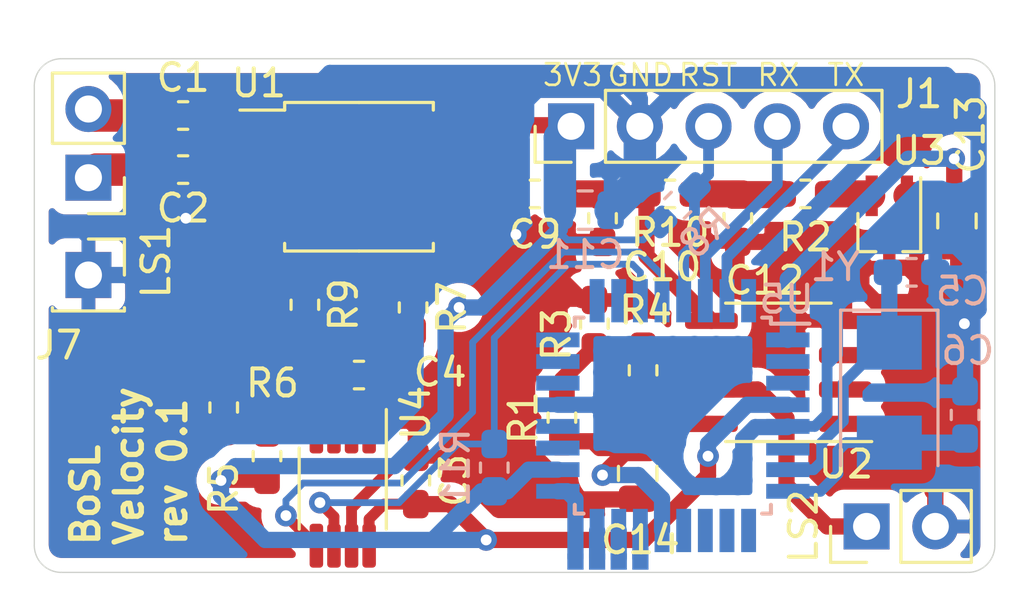
<source format=kicad_pcb>
(kicad_pcb (version 20171130) (host pcbnew "(5.1.5)-3")

  (general
    (thickness 1.6)
    (drawings 15)
    (tracks 254)
    (zones 0)
    (modules 37)
    (nets 48)
  )

  (page A4)
  (layers
    (0 F.Cu signal)
    (31 B.Cu signal)
    (32 B.Adhes user)
    (33 F.Adhes user)
    (34 B.Paste user)
    (35 F.Paste user)
    (36 B.SilkS user)
    (37 F.SilkS user)
    (38 B.Mask user)
    (39 F.Mask user)
    (40 Dwgs.User user)
    (41 Cmts.User user)
    (42 Eco1.User user)
    (43 Eco2.User user)
    (44 Edge.Cuts user)
    (45 Margin user)
    (46 B.CrtYd user)
    (47 F.CrtYd user)
    (48 B.Fab user)
    (49 F.Fab user)
  )

  (setup
    (last_trace_width 0.6)
    (user_trace_width 0.4)
    (user_trace_width 0.6)
    (user_trace_width 0.8)
    (user_trace_width 1)
    (user_trace_width 1.2)
    (user_trace_width 1.6)
    (user_trace_width 2.4)
    (trace_clearance 0.2)
    (zone_clearance 0.508)
    (zone_45_only no)
    (trace_min 0.2)
    (via_size 0.8)
    (via_drill 0.4)
    (via_min_size 0.4)
    (via_min_drill 0.3)
    (uvia_size 0.3)
    (uvia_drill 0.1)
    (uvias_allowed no)
    (uvia_min_size 0.2)
    (uvia_min_drill 0.1)
    (edge_width 0.05)
    (segment_width 0.2)
    (pcb_text_width 0.3)
    (pcb_text_size 1.5 1.5)
    (mod_edge_width 0.12)
    (mod_text_size 1 1)
    (mod_text_width 0.15)
    (pad_size 1.05 0.95)
    (pad_drill 0)
    (pad_to_mask_clearance 0.051)
    (solder_mask_min_width 0.25)
    (aux_axis_origin 0 0)
    (grid_origin 137.9 56.7)
    (visible_elements 7FFFFFFF)
    (pcbplotparams
      (layerselection 0x010fc_ffffffff)
      (usegerberextensions false)
      (usegerberattributes false)
      (usegerberadvancedattributes false)
      (creategerberjobfile false)
      (excludeedgelayer true)
      (linewidth 0.100000)
      (plotframeref false)
      (viasonmask false)
      (mode 1)
      (useauxorigin false)
      (hpglpennumber 1)
      (hpglpenspeed 20)
      (hpglpendiameter 15.000000)
      (psnegative false)
      (psa4output false)
      (plotreference true)
      (plotvalue true)
      (plotinvisibletext false)
      (padsonsilk false)
      (subtractmaskfromsilk false)
      (outputformat 5)
      (mirror false)
      (drillshape 0)
      (scaleselection 1)
      (outputdirectory "C:/Users/scat0009/Downloads/"))
  )

  (net 0 "")
  (net 1 GND)
  (net 2 VPP)
  (net 3 "Net-(C4-Pad1)")
  (net 4 "Net-(C4-Pad2)")
  (net 5 "Net-(U4-Pad3)")
  (net 6 "Net-(C1-Pad1)")
  (net 7 "Net-(C1-Pad2)")
  (net 8 "Net-(C2-Pad2)")
  (net 9 "Net-(C2-Pad1)")
  (net 10 Driver_Wave)
  (net 11 "Net-(C9-Pad2)")
  (net 12 "Net-(C12-Pad1)")
  (net 13 "Net-(LS2-Pad1)")
  (net 14 "Net-(R1-Pad2)")
  (net 15 "Net-(U1-Pad7)")
  (net 16 "Net-(R5-Pad2)")
  (net 17 "Net-(R7-Pad1)")
  (net 18 "Net-(R9-Pad1)")
  (net 19 "Net-(R2-Pad1)")
  (net 20 "Net-(C5-Pad2)")
  (net 21 "Net-(C6-Pad1)")
  (net 22 VCLOCK)
  (net 23 VOPAMP)
  (net 24 SDA)
  (net 25 SCL)
  (net 26 "Net-(U5-Pad32)")
  (net 27 TTL_TX)
  (net 28 TTL_RX)
  (net 29 "Net-(U5-Pad26)")
  (net 30 "Net-(U5-Pad25)")
  (net 31 "Net-(U5-Pad24)")
  (net 32 "Net-(U5-Pad23)")
  (net 33 "Net-(U5-Pad22)")
  (net 34 "Net-(U5-Pad20)")
  (net 35 "Net-(U5-Pad19)")
  (net 36 "Net-(U5-Pad12)")
  (net 37 "Net-(U5-Pad6)")
  (net 38 "Net-(U5-Pad3)")
  (net 39 TTL_RST)
  (net 40 "Net-(U5-Pad2)")
  (net 41 "Net-(U5-Pad11)")
  (net 42 "Net-(U5-Pad9)")
  (net 43 "Net-(U5-Pad10)")
  (net 44 SS)
  (net 45 MOSI)
  (net 46 MISO)
  (net 47 SCLK)

  (net_class Default "This is the default net class."
    (clearance 0.2)
    (trace_width 0.25)
    (via_dia 0.8)
    (via_drill 0.4)
    (uvia_dia 0.3)
    (uvia_drill 0.1)
    (add_net Driver_Wave)
    (add_net GND)
    (add_net MISO)
    (add_net MOSI)
    (add_net "Net-(C1-Pad1)")
    (add_net "Net-(C1-Pad2)")
    (add_net "Net-(C12-Pad1)")
    (add_net "Net-(C2-Pad1)")
    (add_net "Net-(C2-Pad2)")
    (add_net "Net-(C4-Pad1)")
    (add_net "Net-(C4-Pad2)")
    (add_net "Net-(C5-Pad2)")
    (add_net "Net-(C6-Pad1)")
    (add_net "Net-(C9-Pad2)")
    (add_net "Net-(LS2-Pad1)")
    (add_net "Net-(R1-Pad2)")
    (add_net "Net-(R2-Pad1)")
    (add_net "Net-(R5-Pad2)")
    (add_net "Net-(R7-Pad1)")
    (add_net "Net-(R9-Pad1)")
    (add_net "Net-(U1-Pad7)")
    (add_net "Net-(U4-Pad3)")
    (add_net "Net-(U5-Pad10)")
    (add_net "Net-(U5-Pad11)")
    (add_net "Net-(U5-Pad12)")
    (add_net "Net-(U5-Pad19)")
    (add_net "Net-(U5-Pad2)")
    (add_net "Net-(U5-Pad20)")
    (add_net "Net-(U5-Pad22)")
    (add_net "Net-(U5-Pad23)")
    (add_net "Net-(U5-Pad24)")
    (add_net "Net-(U5-Pad25)")
    (add_net "Net-(U5-Pad26)")
    (add_net "Net-(U5-Pad3)")
    (add_net "Net-(U5-Pad32)")
    (add_net "Net-(U5-Pad6)")
    (add_net "Net-(U5-Pad9)")
    (add_net SCL)
    (add_net SCLK)
    (add_net SDA)
    (add_net SS)
    (add_net TTL_RST)
    (add_net TTL_RX)
    (add_net TTL_TX)
    (add_net VCLOCK)
    (add_net VOPAMP)
    (add_net VPP)
  )

  (module "Heterodyne:Testpoint SPI" (layer B.Cu) (tedit 5E4B02FA) (tstamp 5E4E8846)
    (at 123.5 65.6)
    (path /5E4B5960)
    (fp_text reference TP4 (at 0 -0.5) (layer B.SilkS) hide
      (effects (font (size 1 1) (thickness 0.15)) (justify mirror))
    )
    (fp_text value TestPoint (at 0 0.5) (layer B.Fab)
      (effects (font (size 1 1) (thickness 0.15)) (justify mirror))
    )
    (pad 1 smd rect (at 0 0) (size 0.6 0.6) (layers B.Cu B.Paste B.Mask)
      (net 47 SCLK))
  )

  (module "Heterodyne:Testpoint SPI" (layer B.Cu) (tedit 5E4B02FA) (tstamp 5E4E883A)
    (at 124.3 65.6)
    (path /5E4B5809)
    (fp_text reference TP3 (at 0 -0.5) (layer B.SilkS) hide
      (effects (font (size 1 1) (thickness 0.15)) (justify mirror))
    )
    (fp_text value TestPoint (at 0 0.5) (layer B.Fab)
      (effects (font (size 1 1) (thickness 0.15)) (justify mirror))
    )
    (pad 1 smd rect (at 0 0) (size 0.6 0.6) (layers B.Cu B.Paste B.Mask)
      (net 46 MISO))
  )

  (module "Heterodyne:Testpoint SPI" (layer B.Cu) (tedit 5E4B02FA) (tstamp 5E4E8852)
    (at 125.1 65.6)
    (path /5E4B56C0)
    (fp_text reference TP2 (at 0 -0.5) (layer B.SilkS) hide
      (effects (font (size 1 1) (thickness 0.15)) (justify mirror))
    )
    (fp_text value TestPoint (at 0 0.5) (layer B.Fab)
      (effects (font (size 1 1) (thickness 0.15)) (justify mirror))
    )
    (pad 1 smd rect (at 0 0) (size 0.6 0.6) (layers B.Cu B.Paste B.Mask)
      (net 45 MOSI))
  )

  (module "Heterodyne:Testpoint SPI" (layer B.Cu) (tedit 5E4B02FA) (tstamp 5E4E888E)
    (at 125.9 65.6)
    (path /5E4B4DF0)
    (fp_text reference TP1 (at 0 -0.5) (layer B.SilkS) hide
      (effects (font (size 1 1) (thickness 0.15)) (justify mirror))
    )
    (fp_text value TestPoint (at 0 0.5) (layer B.Fab)
      (effects (font (size 1 1) (thickness 0.15)) (justify mirror))
    )
    (pad 1 smd rect (at 0 0) (size 0.6 0.6) (layers B.Cu B.Paste B.Mask)
      (net 44 SS))
  )

  (module Capacitor_SMD:C_0603_1608Metric_Pad1.05x0.95mm_HandSolder (layer B.Cu) (tedit 5B301BBE) (tstamp 5E4E88A6)
    (at 137.9 60.175 90)
    (descr "Capacitor SMD 0603 (1608 Metric), square (rectangular) end terminal, IPC_7351 nominal with elongated pad for handsoldering. (Body size source: http://www.tortai-tech.com/upload/download/2011102023233369053.pdf), generated with kicad-footprint-generator")
    (tags "capacitor handsolder")
    (path /5E459327)
    (attr smd)
    (fp_text reference C6 (at 2.375 0.1) (layer B.SilkS)
      (effects (font (size 1 1) (thickness 0.15)) (justify mirror))
    )
    (fp_text value "18 pF" (at 0 -1.43 270) (layer B.Fab)
      (effects (font (size 1 1) (thickness 0.15)) (justify mirror))
    )
    (fp_text user %R (at 0 0 270) (layer B.Fab)
      (effects (font (size 0.4 0.4) (thickness 0.06)) (justify mirror))
    )
    (fp_line (start 1.65 -0.73) (end -1.65 -0.73) (layer B.CrtYd) (width 0.05))
    (fp_line (start 1.65 0.73) (end 1.65 -0.73) (layer B.CrtYd) (width 0.05))
    (fp_line (start -1.65 0.73) (end 1.65 0.73) (layer B.CrtYd) (width 0.05))
    (fp_line (start -1.65 -0.73) (end -1.65 0.73) (layer B.CrtYd) (width 0.05))
    (fp_line (start -0.171267 -0.51) (end 0.171267 -0.51) (layer B.SilkS) (width 0.12))
    (fp_line (start -0.171267 0.51) (end 0.171267 0.51) (layer B.SilkS) (width 0.12))
    (fp_line (start 0.8 -0.4) (end -0.8 -0.4) (layer B.Fab) (width 0.1))
    (fp_line (start 0.8 0.4) (end 0.8 -0.4) (layer B.Fab) (width 0.1))
    (fp_line (start -0.8 0.4) (end 0.8 0.4) (layer B.Fab) (width 0.1))
    (fp_line (start -0.8 -0.4) (end -0.8 0.4) (layer B.Fab) (width 0.1))
    (pad 2 smd roundrect (at 0.875 0 90) (size 1.05 0.95) (layers B.Cu B.Paste B.Mask) (roundrect_rratio 0.25)
      (net 1 GND))
    (pad 1 smd roundrect (at -0.875 0 90) (size 1.05 0.95) (layers B.Cu B.Paste B.Mask) (roundrect_rratio 0.25)
      (net 21 "Net-(C6-Pad1)"))
    (model ${KISYS3DMOD}/Capacitor_SMD.3dshapes/C_0603_1608Metric.wrl
      (at (xyz 0 0 0))
      (scale (xyz 1 1 1))
      (rotate (xyz 0 0 0))
    )
  )

  (module Connector_PinHeader_2.54mm:PinHeader_1x05_P2.54mm_Vertical (layer F.Cu) (tedit 59FED5CC) (tstamp 5E4E8806)
    (at 123.34 49.5 90)
    (descr "Through hole straight pin header, 1x05, 2.54mm pitch, single row")
    (tags "Through hole pin header THT 1x05 2.54mm single row")
    (path /5E4B4FBE)
    (fp_text reference J1 (at 1.2 12.86) (layer F.SilkS)
      (effects (font (size 1 1) (thickness 0.15)))
    )
    (fp_text value Conn_01x05 (at 0 12.49 90) (layer F.Fab)
      (effects (font (size 1 1) (thickness 0.15)))
    )
    (fp_text user %R (at 0 5.08) (layer F.Fab)
      (effects (font (size 1 1) (thickness 0.15)))
    )
    (fp_line (start 1.8 -1.8) (end -1.8 -1.8) (layer F.CrtYd) (width 0.05))
    (fp_line (start 1.8 11.95) (end 1.8 -1.8) (layer F.CrtYd) (width 0.05))
    (fp_line (start -1.8 11.95) (end 1.8 11.95) (layer F.CrtYd) (width 0.05))
    (fp_line (start -1.8 -1.8) (end -1.8 11.95) (layer F.CrtYd) (width 0.05))
    (fp_line (start -1.33 -1.33) (end 0 -1.33) (layer F.SilkS) (width 0.12))
    (fp_line (start -1.33 0) (end -1.33 -1.33) (layer F.SilkS) (width 0.12))
    (fp_line (start -1.33 1.27) (end 1.33 1.27) (layer F.SilkS) (width 0.12))
    (fp_line (start 1.33 1.27) (end 1.33 11.49) (layer F.SilkS) (width 0.12))
    (fp_line (start -1.33 1.27) (end -1.33 11.49) (layer F.SilkS) (width 0.12))
    (fp_line (start -1.33 11.49) (end 1.33 11.49) (layer F.SilkS) (width 0.12))
    (fp_line (start -1.27 -0.635) (end -0.635 -1.27) (layer F.Fab) (width 0.1))
    (fp_line (start -1.27 11.43) (end -1.27 -0.635) (layer F.Fab) (width 0.1))
    (fp_line (start 1.27 11.43) (end -1.27 11.43) (layer F.Fab) (width 0.1))
    (fp_line (start 1.27 -1.27) (end 1.27 11.43) (layer F.Fab) (width 0.1))
    (fp_line (start -0.635 -1.27) (end 1.27 -1.27) (layer F.Fab) (width 0.1))
    (pad 5 thru_hole oval (at 0 10.16 90) (size 1.7 1.7) (drill 1) (layers *.Cu *.Mask)
      (net 27 TTL_TX))
    (pad 4 thru_hole oval (at 0 7.62 90) (size 1.7 1.7) (drill 1) (layers *.Cu *.Mask)
      (net 28 TTL_RX))
    (pad 3 thru_hole oval (at 0 5.08 90) (size 1.7 1.7) (drill 1) (layers *.Cu *.Mask)
      (net 39 TTL_RST))
    (pad 2 thru_hole oval (at 0 2.54 90) (size 1.7 1.7) (drill 1) (layers *.Cu *.Mask)
      (net 1 GND))
    (pad 1 thru_hole rect (at 0 0 90) (size 1.7 1.7) (drill 1) (layers *.Cu *.Mask)
      (net 2 VPP))
  )

  (module Resistor_SMD:R_0603_1608Metric_Pad1.05x0.95mm_HandSolder (layer B.Cu) (tedit 5B301BBD) (tstamp 5E4E88D6)
    (at 120.5 62.125 270)
    (descr "Resistor SMD 0603 (1608 Metric), square (rectangular) end terminal, IPC_7351 nominal with elongated pad for handsoldering. (Body size source: http://www.tortai-tech.com/upload/download/2011102023233369053.pdf), generated with kicad-footprint-generator")
    (tags "resistor handsolder")
    (path /5E4382A8)
    (attr smd)
    (fp_text reference R11 (at 0 1.43 90) (layer B.SilkS)
      (effects (font (size 1 1) (thickness 0.15)) (justify mirror))
    )
    (fp_text value "10 kΩ" (at 0 -1.43 90) (layer B.Fab)
      (effects (font (size 1 1) (thickness 0.15)) (justify mirror))
    )
    (fp_text user %R (at 0 0 90) (layer B.Fab)
      (effects (font (size 0.4 0.4) (thickness 0.06)) (justify mirror))
    )
    (fp_line (start 1.65 -0.73) (end -1.65 -0.73) (layer B.CrtYd) (width 0.05))
    (fp_line (start 1.65 0.73) (end 1.65 -0.73) (layer B.CrtYd) (width 0.05))
    (fp_line (start -1.65 0.73) (end 1.65 0.73) (layer B.CrtYd) (width 0.05))
    (fp_line (start -1.65 -0.73) (end -1.65 0.73) (layer B.CrtYd) (width 0.05))
    (fp_line (start -0.171267 -0.51) (end 0.171267 -0.51) (layer B.SilkS) (width 0.12))
    (fp_line (start -0.171267 0.51) (end 0.171267 0.51) (layer B.SilkS) (width 0.12))
    (fp_line (start 0.8 -0.4) (end -0.8 -0.4) (layer B.Fab) (width 0.1))
    (fp_line (start 0.8 0.4) (end 0.8 -0.4) (layer B.Fab) (width 0.1))
    (fp_line (start -0.8 0.4) (end 0.8 0.4) (layer B.Fab) (width 0.1))
    (fp_line (start -0.8 -0.4) (end -0.8 0.4) (layer B.Fab) (width 0.1))
    (pad 2 smd roundrect (at 0.875 0 270) (size 1.05 0.95) (layers B.Cu B.Paste B.Mask) (roundrect_rratio 0.25)
      (net 2 VPP))
    (pad 1 smd roundrect (at -0.875 0 270) (size 1.05 0.95) (layers B.Cu B.Paste B.Mask) (roundrect_rratio 0.25)
      (net 24 SDA))
    (model ${KISYS3DMOD}/Resistor_SMD.3dshapes/R_0603_1608Metric.wrl
      (at (xyz 0 0 0))
      (scale (xyz 1 1 1))
      (rotate (xyz 0 0 0))
    )
  )

  (module Resistor_SMD:R_0603_1608Metric_Pad1.05x0.95mm_HandSolder (layer F.Cu) (tedit 5B301BBD) (tstamp 5E4E886A)
    (at 127 52 180)
    (descr "Resistor SMD 0603 (1608 Metric), square (rectangular) end terminal, IPC_7351 nominal with elongated pad for handsoldering. (Body size source: http://www.tortai-tech.com/upload/download/2011102023233369053.pdf), generated with kicad-footprint-generator")
    (tags "resistor handsolder")
    (path /5DEEC06C)
    (attr smd)
    (fp_text reference R10 (at 0 -1.43) (layer F.SilkS)
      (effects (font (size 1 1) (thickness 0.15)))
    )
    (fp_text value "1 kΩ" (at 0 1.43) (layer F.Fab)
      (effects (font (size 1 1) (thickness 0.15)))
    )
    (fp_text user %R (at 0 0) (layer F.Fab)
      (effects (font (size 0.4 0.4) (thickness 0.06)))
    )
    (fp_line (start 1.65 0.73) (end -1.65 0.73) (layer F.CrtYd) (width 0.05))
    (fp_line (start 1.65 -0.73) (end 1.65 0.73) (layer F.CrtYd) (width 0.05))
    (fp_line (start -1.65 -0.73) (end 1.65 -0.73) (layer F.CrtYd) (width 0.05))
    (fp_line (start -1.65 0.73) (end -1.65 -0.73) (layer F.CrtYd) (width 0.05))
    (fp_line (start -0.171267 0.51) (end 0.171267 0.51) (layer F.SilkS) (width 0.12))
    (fp_line (start -0.171267 -0.51) (end 0.171267 -0.51) (layer F.SilkS) (width 0.12))
    (fp_line (start 0.8 0.4) (end -0.8 0.4) (layer F.Fab) (width 0.1))
    (fp_line (start 0.8 -0.4) (end 0.8 0.4) (layer F.Fab) (width 0.1))
    (fp_line (start -0.8 -0.4) (end 0.8 -0.4) (layer F.Fab) (width 0.1))
    (fp_line (start -0.8 0.4) (end -0.8 -0.4) (layer F.Fab) (width 0.1))
    (pad 2 smd roundrect (at 0.875 0 180) (size 1.05 0.95) (layers F.Cu F.Paste F.Mask) (roundrect_rratio 0.25)
      (net 10 Driver_Wave))
    (pad 1 smd roundrect (at -0.875 0 180) (size 1.05 0.95) (layers F.Cu F.Paste F.Mask) (roundrect_rratio 0.25)
      (net 12 "Net-(C12-Pad1)"))
    (model ${KISYS3DMOD}/Resistor_SMD.3dshapes/R_0603_1608Metric.wrl
      (at (xyz 0 0 0))
      (scale (xyz 1 1 1))
      (rotate (xyz 0 0 0))
    )
  )

  (module Resistor_SMD:R_0603_1608Metric_Pad1.05x0.95mm_HandSolder (layer F.Cu) (tedit 5B301BBD) (tstamp 5E4E80E7)
    (at 113.5 56.1 270)
    (descr "Resistor SMD 0603 (1608 Metric), square (rectangular) end terminal, IPC_7351 nominal with elongated pad for handsoldering. (Body size source: http://www.tortai-tech.com/upload/download/2011102023233369053.pdf), generated with kicad-footprint-generator")
    (tags "resistor handsolder")
    (path /5E38B726)
    (attr smd)
    (fp_text reference R9 (at 0 -1.43 90) (layer F.SilkS)
      (effects (font (size 1 1) (thickness 0.15)))
    )
    (fp_text value "330 Ω" (at 0 1.43 90) (layer F.Fab)
      (effects (font (size 1 1) (thickness 0.15)))
    )
    (fp_text user %R (at 0 0 90) (layer F.Fab)
      (effects (font (size 0.4 0.4) (thickness 0.06)))
    )
    (fp_line (start 1.65 0.73) (end -1.65 0.73) (layer F.CrtYd) (width 0.05))
    (fp_line (start 1.65 -0.73) (end 1.65 0.73) (layer F.CrtYd) (width 0.05))
    (fp_line (start -1.65 -0.73) (end 1.65 -0.73) (layer F.CrtYd) (width 0.05))
    (fp_line (start -1.65 0.73) (end -1.65 -0.73) (layer F.CrtYd) (width 0.05))
    (fp_line (start -0.171267 0.51) (end 0.171267 0.51) (layer F.SilkS) (width 0.12))
    (fp_line (start -0.171267 -0.51) (end 0.171267 -0.51) (layer F.SilkS) (width 0.12))
    (fp_line (start 0.8 0.4) (end -0.8 0.4) (layer F.Fab) (width 0.1))
    (fp_line (start 0.8 -0.4) (end 0.8 0.4) (layer F.Fab) (width 0.1))
    (fp_line (start -0.8 -0.4) (end 0.8 -0.4) (layer F.Fab) (width 0.1))
    (fp_line (start -0.8 0.4) (end -0.8 -0.4) (layer F.Fab) (width 0.1))
    (pad 2 smd roundrect (at 0.875 0 270) (size 1.05 0.95) (layers F.Cu F.Paste F.Mask) (roundrect_rratio 0.25)
      (net 4 "Net-(C4-Pad2)"))
    (pad 1 smd roundrect (at -0.875 0 270) (size 1.05 0.95) (layers F.Cu F.Paste F.Mask) (roundrect_rratio 0.25)
      (net 18 "Net-(R9-Pad1)"))
    (model ${KISYS3DMOD}/Resistor_SMD.3dshapes/R_0603_1608Metric.wrl
      (at (xyz 0 0 0))
      (scale (xyz 1 1 1))
      (rotate (xyz 0 0 0))
    )
  )

  (module Resistor_SMD:R_0603_1608Metric_Pad1.05x0.95mm_HandSolder (layer B.Cu) (tedit 5B301BBD) (tstamp 5E4E8117)
    (at 127.281282 52.418718 45)
    (descr "Resistor SMD 0603 (1608 Metric), square (rectangular) end terminal, IPC_7351 nominal with elongated pad for handsoldering. (Body size source: http://www.tortai-tech.com/upload/download/2011102023233369053.pdf), generated with kicad-footprint-generator")
    (tags "resistor handsolder")
    (path /5E46438F)
    (attr smd)
    (fp_text reference R8 (at 0 1.43 45) (layer B.SilkS)
      (effects (font (size 1 1) (thickness 0.15)) (justify mirror))
    )
    (fp_text value "10 kΩ" (at 0 -1.43 45) (layer B.Fab)
      (effects (font (size 1 1) (thickness 0.15)) (justify mirror))
    )
    (fp_text user %R (at 0 0 45) (layer B.Fab)
      (effects (font (size 0.4 0.4) (thickness 0.06)) (justify mirror))
    )
    (fp_line (start 1.65 -0.73) (end -1.65 -0.73) (layer B.CrtYd) (width 0.05))
    (fp_line (start 1.65 0.73) (end 1.65 -0.73) (layer B.CrtYd) (width 0.05))
    (fp_line (start -1.65 0.73) (end 1.65 0.73) (layer B.CrtYd) (width 0.05))
    (fp_line (start -1.65 -0.73) (end -1.65 0.73) (layer B.CrtYd) (width 0.05))
    (fp_line (start -0.171267 -0.51) (end 0.171267 -0.51) (layer B.SilkS) (width 0.12))
    (fp_line (start -0.171267 0.51) (end 0.171267 0.51) (layer B.SilkS) (width 0.12))
    (fp_line (start 0.8 -0.4) (end -0.8 -0.4) (layer B.Fab) (width 0.1))
    (fp_line (start 0.8 0.4) (end 0.8 -0.4) (layer B.Fab) (width 0.1))
    (fp_line (start -0.8 0.4) (end 0.8 0.4) (layer B.Fab) (width 0.1))
    (fp_line (start -0.8 -0.4) (end -0.8 0.4) (layer B.Fab) (width 0.1))
    (pad 2 smd roundrect (at 0.875 0 45) (size 1.05 0.95) (layers B.Cu B.Paste B.Mask) (roundrect_rratio 0.25)
      (net 39 TTL_RST))
    (pad 1 smd roundrect (at -0.875 0 45) (size 1.05 0.95) (layers B.Cu B.Paste B.Mask) (roundrect_rratio 0.25)
      (net 2 VPP))
    (model ${KISYS3DMOD}/Resistor_SMD.3dshapes/R_0603_1608Metric.wrl
      (at (xyz 0 0 0))
      (scale (xyz 1 1 1))
      (rotate (xyz 0 0 0))
    )
  )

  (module Resistor_SMD:R_0603_1608Metric_Pad1.05x0.95mm_HandSolder (layer F.Cu) (tedit 5B301BBD) (tstamp 5E4E8387)
    (at 117.5 56.2 270)
    (descr "Resistor SMD 0603 (1608 Metric), square (rectangular) end terminal, IPC_7351 nominal with elongated pad for handsoldering. (Body size source: http://www.tortai-tech.com/upload/download/2011102023233369053.pdf), generated with kicad-footprint-generator")
    (tags "resistor handsolder")
    (path /5E45C221)
    (attr smd)
    (fp_text reference R7 (at 0 -1.43 90) (layer F.SilkS)
      (effects (font (size 1 1) (thickness 0.15)))
    )
    (fp_text value "330 Ω" (at 0 1.43 90) (layer F.Fab)
      (effects (font (size 1 1) (thickness 0.15)))
    )
    (fp_text user %R (at 0 0 90) (layer F.Fab)
      (effects (font (size 0.4 0.4) (thickness 0.06)))
    )
    (fp_line (start 1.65 0.73) (end -1.65 0.73) (layer F.CrtYd) (width 0.05))
    (fp_line (start 1.65 -0.73) (end 1.65 0.73) (layer F.CrtYd) (width 0.05))
    (fp_line (start -1.65 -0.73) (end 1.65 -0.73) (layer F.CrtYd) (width 0.05))
    (fp_line (start -1.65 0.73) (end -1.65 -0.73) (layer F.CrtYd) (width 0.05))
    (fp_line (start -0.171267 0.51) (end 0.171267 0.51) (layer F.SilkS) (width 0.12))
    (fp_line (start -0.171267 -0.51) (end 0.171267 -0.51) (layer F.SilkS) (width 0.12))
    (fp_line (start 0.8 0.4) (end -0.8 0.4) (layer F.Fab) (width 0.1))
    (fp_line (start 0.8 -0.4) (end 0.8 0.4) (layer F.Fab) (width 0.1))
    (fp_line (start -0.8 -0.4) (end 0.8 -0.4) (layer F.Fab) (width 0.1))
    (fp_line (start -0.8 0.4) (end -0.8 -0.4) (layer F.Fab) (width 0.1))
    (pad 2 smd roundrect (at 0.875 0 270) (size 1.05 0.95) (layers F.Cu F.Paste F.Mask) (roundrect_rratio 0.25)
      (net 3 "Net-(C4-Pad1)"))
    (pad 1 smd roundrect (at -0.875 0 270) (size 1.05 0.95) (layers F.Cu F.Paste F.Mask) (roundrect_rratio 0.25)
      (net 17 "Net-(R7-Pad1)"))
    (model ${KISYS3DMOD}/Resistor_SMD.3dshapes/R_0603_1608Metric.wrl
      (at (xyz 0 0 0))
      (scale (xyz 1 1 1))
      (rotate (xyz 0 0 0))
    )
  )

  (module Resistor_SMD:R_0603_1608Metric_Pad1.05x0.95mm_HandSolder (layer F.Cu) (tedit 5B301BBD) (tstamp 5E4E8177)
    (at 110.5 59.9 90)
    (descr "Resistor SMD 0603 (1608 Metric), square (rectangular) end terminal, IPC_7351 nominal with elongated pad for handsoldering. (Body size source: http://www.tortai-tech.com/upload/download/2011102023233369053.pdf), generated with kicad-footprint-generator")
    (tags "resistor handsolder")
    (path /5E436A94)
    (attr smd)
    (fp_text reference R6 (at 0.9 1.8 180) (layer F.SilkS)
      (effects (font (size 1 1) (thickness 0.15)))
    )
    (fp_text value "1 kΩ" (at 0 1.43 90) (layer F.Fab)
      (effects (font (size 1 1) (thickness 0.15)))
    )
    (fp_text user %R (at 0 0 90) (layer F.Fab)
      (effects (font (size 0.4 0.4) (thickness 0.06)))
    )
    (fp_line (start 1.65 0.73) (end -1.65 0.73) (layer F.CrtYd) (width 0.05))
    (fp_line (start 1.65 -0.73) (end 1.65 0.73) (layer F.CrtYd) (width 0.05))
    (fp_line (start -1.65 -0.73) (end 1.65 -0.73) (layer F.CrtYd) (width 0.05))
    (fp_line (start -1.65 0.73) (end -1.65 -0.73) (layer F.CrtYd) (width 0.05))
    (fp_line (start -0.171267 0.51) (end 0.171267 0.51) (layer F.SilkS) (width 0.12))
    (fp_line (start -0.171267 -0.51) (end 0.171267 -0.51) (layer F.SilkS) (width 0.12))
    (fp_line (start 0.8 0.4) (end -0.8 0.4) (layer F.Fab) (width 0.1))
    (fp_line (start 0.8 -0.4) (end 0.8 0.4) (layer F.Fab) (width 0.1))
    (fp_line (start -0.8 -0.4) (end 0.8 -0.4) (layer F.Fab) (width 0.1))
    (fp_line (start -0.8 0.4) (end -0.8 -0.4) (layer F.Fab) (width 0.1))
    (pad 2 smd roundrect (at 0.875 0 90) (size 1.05 0.95) (layers F.Cu F.Paste F.Mask) (roundrect_rratio 0.25)
      (net 1 GND))
    (pad 1 smd roundrect (at -0.875 0 90) (size 1.05 0.95) (layers F.Cu F.Paste F.Mask) (roundrect_rratio 0.25)
      (net 16 "Net-(R5-Pad2)"))
    (model ${KISYS3DMOD}/Resistor_SMD.3dshapes/R_0603_1608Metric.wrl
      (at (xyz 0 0 0))
      (scale (xyz 1 1 1))
      (rotate (xyz 0 0 0))
    )
  )

  (module Resistor_SMD:R_0603_1608Metric_Pad1.05x0.95mm_HandSolder (layer F.Cu) (tedit 5B301BBD) (tstamp 5E4E8417)
    (at 112.1 61.7 90)
    (descr "Resistor SMD 0603 (1608 Metric), square (rectangular) end terminal, IPC_7351 nominal with elongated pad for handsoldering. (Body size source: http://www.tortai-tech.com/upload/download/2011102023233369053.pdf), generated with kicad-footprint-generator")
    (tags "resistor handsolder")
    (path /5E436F78)
    (attr smd)
    (fp_text reference R5 (at -1.2 -1.6 90) (layer F.SilkS)
      (effects (font (size 1 1) (thickness 0.15)))
    )
    (fp_text value "2 kΩ" (at 0 1.43 90) (layer F.Fab)
      (effects (font (size 1 1) (thickness 0.15)))
    )
    (fp_text user %R (at 0 0 90) (layer F.Fab)
      (effects (font (size 0.4 0.4) (thickness 0.06)))
    )
    (fp_line (start 1.65 0.73) (end -1.65 0.73) (layer F.CrtYd) (width 0.05))
    (fp_line (start 1.65 -0.73) (end 1.65 0.73) (layer F.CrtYd) (width 0.05))
    (fp_line (start -1.65 -0.73) (end 1.65 -0.73) (layer F.CrtYd) (width 0.05))
    (fp_line (start -1.65 0.73) (end -1.65 -0.73) (layer F.CrtYd) (width 0.05))
    (fp_line (start -0.171267 0.51) (end 0.171267 0.51) (layer F.SilkS) (width 0.12))
    (fp_line (start -0.171267 -0.51) (end 0.171267 -0.51) (layer F.SilkS) (width 0.12))
    (fp_line (start 0.8 0.4) (end -0.8 0.4) (layer F.Fab) (width 0.1))
    (fp_line (start 0.8 -0.4) (end 0.8 0.4) (layer F.Fab) (width 0.1))
    (fp_line (start -0.8 -0.4) (end 0.8 -0.4) (layer F.Fab) (width 0.1))
    (fp_line (start -0.8 0.4) (end -0.8 -0.4) (layer F.Fab) (width 0.1))
    (pad 2 smd roundrect (at 0.875 0 90) (size 1.05 0.95) (layers F.Cu F.Paste F.Mask) (roundrect_rratio 0.25)
      (net 16 "Net-(R5-Pad2)"))
    (pad 1 smd roundrect (at -0.875 0 90) (size 1.05 0.95) (layers F.Cu F.Paste F.Mask) (roundrect_rratio 0.25)
      (net 2 VPP))
    (model ${KISYS3DMOD}/Resistor_SMD.3dshapes/R_0603_1608Metric.wrl
      (at (xyz 0 0 0))
      (scale (xyz 1 1 1))
      (rotate (xyz 0 0 0))
    )
  )

  (module Resistor_SMD:R_0603_1608Metric_Pad1.05x0.95mm_HandSolder (layer F.Cu) (tedit 5B301BBD) (tstamp 5E4E8297)
    (at 126 58.525 270)
    (descr "Resistor SMD 0603 (1608 Metric), square (rectangular) end terminal, IPC_7351 nominal with elongated pad for handsoldering. (Body size source: http://www.tortai-tech.com/upload/download/2011102023233369053.pdf), generated with kicad-footprint-generator")
    (tags "resistor handsolder")
    (path /5E282544)
    (attr smd)
    (fp_text reference R4 (at -2.225 -0.1 180) (layer F.SilkS)
      (effects (font (size 1 1) (thickness 0.15)))
    )
    (fp_text value "39 kΩ" (at 0 1.43 90) (layer F.Fab)
      (effects (font (size 1 1) (thickness 0.15)))
    )
    (fp_text user %R (at 0 0 90) (layer F.Fab)
      (effects (font (size 0.4 0.4) (thickness 0.06)))
    )
    (fp_line (start 1.65 0.73) (end -1.65 0.73) (layer F.CrtYd) (width 0.05))
    (fp_line (start 1.65 -0.73) (end 1.65 0.73) (layer F.CrtYd) (width 0.05))
    (fp_line (start -1.65 -0.73) (end 1.65 -0.73) (layer F.CrtYd) (width 0.05))
    (fp_line (start -1.65 0.73) (end -1.65 -0.73) (layer F.CrtYd) (width 0.05))
    (fp_line (start -0.171267 0.51) (end 0.171267 0.51) (layer F.SilkS) (width 0.12))
    (fp_line (start -0.171267 -0.51) (end 0.171267 -0.51) (layer F.SilkS) (width 0.12))
    (fp_line (start 0.8 0.4) (end -0.8 0.4) (layer F.Fab) (width 0.1))
    (fp_line (start 0.8 -0.4) (end 0.8 0.4) (layer F.Fab) (width 0.1))
    (fp_line (start -0.8 -0.4) (end 0.8 -0.4) (layer F.Fab) (width 0.1))
    (fp_line (start -0.8 0.4) (end -0.8 -0.4) (layer F.Fab) (width 0.1))
    (pad 2 smd roundrect (at 0.875 0 270) (size 1.05 0.95) (layers F.Cu F.Paste F.Mask) (roundrect_rratio 0.25)
      (net 13 "Net-(LS2-Pad1)"))
    (pad 1 smd roundrect (at -0.875 0 270) (size 1.05 0.95) (layers F.Cu F.Paste F.Mask) (roundrect_rratio 0.25)
      (net 14 "Net-(R1-Pad2)"))
    (model ${KISYS3DMOD}/Resistor_SMD.3dshapes/R_0603_1608Metric.wrl
      (at (xyz 0 0 0))
      (scale (xyz 1 1 1))
      (rotate (xyz 0 0 0))
    )
  )

  (module Resistor_SMD:R_0603_1608Metric_Pad1.05x0.95mm_HandSolder (layer F.Cu) (tedit 5B301BBD) (tstamp 5E4E8147)
    (at 124.2 56.8 270)
    (descr "Resistor SMD 0603 (1608 Metric), square (rectangular) end terminal, IPC_7351 nominal with elongated pad for handsoldering. (Body size source: http://www.tortai-tech.com/upload/download/2011102023233369053.pdf), generated with kicad-footprint-generator")
    (tags "resistor handsolder")
    (path /5E286294)
    (attr smd)
    (fp_text reference R3 (at 0.4 1.4 90) (layer F.SilkS)
      (effects (font (size 1 1) (thickness 0.15)))
    )
    (fp_text value "1 kΩ" (at 0 1.43 90) (layer F.Fab)
      (effects (font (size 1 1) (thickness 0.15)))
    )
    (fp_text user %R (at 0 0 90) (layer F.Fab)
      (effects (font (size 0.4 0.4) (thickness 0.06)))
    )
    (fp_line (start 1.65 0.73) (end -1.65 0.73) (layer F.CrtYd) (width 0.05))
    (fp_line (start 1.65 -0.73) (end 1.65 0.73) (layer F.CrtYd) (width 0.05))
    (fp_line (start -1.65 -0.73) (end 1.65 -0.73) (layer F.CrtYd) (width 0.05))
    (fp_line (start -1.65 0.73) (end -1.65 -0.73) (layer F.CrtYd) (width 0.05))
    (fp_line (start -0.171267 0.51) (end 0.171267 0.51) (layer F.SilkS) (width 0.12))
    (fp_line (start -0.171267 -0.51) (end 0.171267 -0.51) (layer F.SilkS) (width 0.12))
    (fp_line (start 0.8 0.4) (end -0.8 0.4) (layer F.Fab) (width 0.1))
    (fp_line (start 0.8 -0.4) (end 0.8 0.4) (layer F.Fab) (width 0.1))
    (fp_line (start -0.8 -0.4) (end 0.8 -0.4) (layer F.Fab) (width 0.1))
    (fp_line (start -0.8 0.4) (end -0.8 -0.4) (layer F.Fab) (width 0.1))
    (pad 2 smd roundrect (at 0.875 0 270) (size 1.05 0.95) (layers F.Cu F.Paste F.Mask) (roundrect_rratio 0.25)
      (net 14 "Net-(R1-Pad2)"))
    (pad 1 smd roundrect (at -0.875 0 270) (size 1.05 0.95) (layers F.Cu F.Paste F.Mask) (roundrect_rratio 0.25)
      (net 1 GND))
    (model ${KISYS3DMOD}/Resistor_SMD.3dshapes/R_0603_1608Metric.wrl
      (at (xyz 0 0 0))
      (scale (xyz 1 1 1))
      (rotate (xyz 0 0 0))
    )
  )

  (module Resistor_SMD:R_0603_1608Metric_Pad1.05x0.95mm_HandSolder (layer F.Cu) (tedit 5B301BBD) (tstamp 5E4E8207)
    (at 132 52 180)
    (descr "Resistor SMD 0603 (1608 Metric), square (rectangular) end terminal, IPC_7351 nominal with elongated pad for handsoldering. (Body size source: http://www.tortai-tech.com/upload/download/2011102023233369053.pdf), generated with kicad-footprint-generator")
    (tags "resistor handsolder")
    (path /5DE786A6)
    (attr smd)
    (fp_text reference R2 (at 0 -1.6) (layer F.SilkS)
      (effects (font (size 1 1) (thickness 0.15)))
    )
    (fp_text value "3.3 kΩ" (at 0 1.43) (layer F.Fab)
      (effects (font (size 1 1) (thickness 0.15)))
    )
    (fp_text user %R (at 0 0) (layer F.Fab)
      (effects (font (size 0.4 0.4) (thickness 0.06)))
    )
    (fp_line (start 1.65 0.73) (end -1.65 0.73) (layer F.CrtYd) (width 0.05))
    (fp_line (start 1.65 -0.73) (end 1.65 0.73) (layer F.CrtYd) (width 0.05))
    (fp_line (start -1.65 -0.73) (end 1.65 -0.73) (layer F.CrtYd) (width 0.05))
    (fp_line (start -1.65 0.73) (end -1.65 -0.73) (layer F.CrtYd) (width 0.05))
    (fp_line (start -0.171267 0.51) (end 0.171267 0.51) (layer F.SilkS) (width 0.12))
    (fp_line (start -0.171267 -0.51) (end 0.171267 -0.51) (layer F.SilkS) (width 0.12))
    (fp_line (start 0.8 0.4) (end -0.8 0.4) (layer F.Fab) (width 0.1))
    (fp_line (start 0.8 -0.4) (end 0.8 0.4) (layer F.Fab) (width 0.1))
    (fp_line (start -0.8 -0.4) (end 0.8 -0.4) (layer F.Fab) (width 0.1))
    (fp_line (start -0.8 0.4) (end -0.8 -0.4) (layer F.Fab) (width 0.1))
    (pad 2 smd roundrect (at 0.875 0 180) (size 1.05 0.95) (layers F.Cu F.Paste F.Mask) (roundrect_rratio 0.25)
      (net 12 "Net-(C12-Pad1)"))
    (pad 1 smd roundrect (at -0.875 0 180) (size 1.05 0.95) (layers F.Cu F.Paste F.Mask) (roundrect_rratio 0.25)
      (net 19 "Net-(R2-Pad1)"))
    (model ${KISYS3DMOD}/Resistor_SMD.3dshapes/R_0603_1608Metric.wrl
      (at (xyz 0 0 0))
      (scale (xyz 1 1 1))
      (rotate (xyz 0 0 0))
    )
  )

  (module Resistor_SMD:R_0603_1608Metric_Pad1.05x0.95mm_HandSolder (layer F.Cu) (tedit 5B301BBD) (tstamp 5E4E8237)
    (at 123 60.275 90)
    (descr "Resistor SMD 0603 (1608 Metric), square (rectangular) end terminal, IPC_7351 nominal with elongated pad for handsoldering. (Body size source: http://www.tortai-tech.com/upload/download/2011102023233369053.pdf), generated with kicad-footprint-generator")
    (tags "resistor handsolder")
    (path /5E285F20)
    (attr smd)
    (fp_text reference R1 (at 0 -1.43 90) (layer F.SilkS)
      (effects (font (size 1 1) (thickness 0.15)))
    )
    (fp_text value "1 kΩ" (at 0 1.43 90) (layer F.Fab)
      (effects (font (size 1 1) (thickness 0.15)))
    )
    (fp_text user %R (at 0 0 90) (layer F.Fab)
      (effects (font (size 0.4 0.4) (thickness 0.06)))
    )
    (fp_line (start 1.65 0.73) (end -1.65 0.73) (layer F.CrtYd) (width 0.05))
    (fp_line (start 1.65 -0.73) (end 1.65 0.73) (layer F.CrtYd) (width 0.05))
    (fp_line (start -1.65 -0.73) (end 1.65 -0.73) (layer F.CrtYd) (width 0.05))
    (fp_line (start -1.65 0.73) (end -1.65 -0.73) (layer F.CrtYd) (width 0.05))
    (fp_line (start -0.171267 0.51) (end 0.171267 0.51) (layer F.SilkS) (width 0.12))
    (fp_line (start -0.171267 -0.51) (end 0.171267 -0.51) (layer F.SilkS) (width 0.12))
    (fp_line (start 0.8 0.4) (end -0.8 0.4) (layer F.Fab) (width 0.1))
    (fp_line (start 0.8 -0.4) (end 0.8 0.4) (layer F.Fab) (width 0.1))
    (fp_line (start -0.8 -0.4) (end 0.8 -0.4) (layer F.Fab) (width 0.1))
    (fp_line (start -0.8 0.4) (end -0.8 -0.4) (layer F.Fab) (width 0.1))
    (pad 2 smd roundrect (at 0.875 0 90) (size 1.05 0.95) (layers F.Cu F.Paste F.Mask) (roundrect_rratio 0.25)
      (net 14 "Net-(R1-Pad2)"))
    (pad 1 smd roundrect (at -0.875 0 90) (size 1.05 0.95) (layers F.Cu F.Paste F.Mask) (roundrect_rratio 0.25)
      (net 23 VOPAMP))
    (model ${KISYS3DMOD}/Resistor_SMD.3dshapes/R_0603_1608Metric.wrl
      (at (xyz 0 0 0))
      (scale (xyz 1 1 1))
      (rotate (xyz 0 0 0))
    )
  )

  (module Capacitor_SMD:C_0805_2012Metric (layer F.Cu) (tedit 5B36C52B) (tstamp 5E4E83E7)
    (at 125.8 62.3375 270)
    (descr "Capacitor SMD 0805 (2012 Metric), square (rectangular) end terminal, IPC_7351 nominal, (Body size source: https://docs.google.com/spreadsheets/d/1BsfQQcO9C6DZCsRaXUlFlo91Tg2WpOkGARC1WS5S8t0/edit?usp=sharing), generated with kicad-footprint-generator")
    (tags capacitor)
    (path /5E02AB84)
    (attr smd)
    (fp_text reference C14 (at 2.4625 -0.1 180) (layer F.SilkS)
      (effects (font (size 1 1) (thickness 0.15)))
    )
    (fp_text value "1 μF" (at 0 1.65 90) (layer F.Fab)
      (effects (font (size 1 1) (thickness 0.15)))
    )
    (fp_text user %R (at 0 0 90) (layer F.Fab)
      (effects (font (size 0.5 0.5) (thickness 0.08)))
    )
    (fp_line (start 1.68 0.95) (end -1.68 0.95) (layer F.CrtYd) (width 0.05))
    (fp_line (start 1.68 -0.95) (end 1.68 0.95) (layer F.CrtYd) (width 0.05))
    (fp_line (start -1.68 -0.95) (end 1.68 -0.95) (layer F.CrtYd) (width 0.05))
    (fp_line (start -1.68 0.95) (end -1.68 -0.95) (layer F.CrtYd) (width 0.05))
    (fp_line (start -0.258578 0.71) (end 0.258578 0.71) (layer F.SilkS) (width 0.12))
    (fp_line (start -0.258578 -0.71) (end 0.258578 -0.71) (layer F.SilkS) (width 0.12))
    (fp_line (start 1 0.6) (end -1 0.6) (layer F.Fab) (width 0.1))
    (fp_line (start 1 -0.6) (end 1 0.6) (layer F.Fab) (width 0.1))
    (fp_line (start -1 -0.6) (end 1 -0.6) (layer F.Fab) (width 0.1))
    (fp_line (start -1 0.6) (end -1 -0.6) (layer F.Fab) (width 0.1))
    (pad 2 smd roundrect (at 0.9375 0 270) (size 0.975 1.4) (layers F.Cu F.Paste F.Mask) (roundrect_rratio 0.25)
      (net 1 GND))
    (pad 1 smd roundrect (at -0.9375 0 270) (size 0.975 1.4) (layers F.Cu F.Paste F.Mask) (roundrect_rratio 0.25)
      (net 23 VOPAMP))
    (model ${KISYS3DMOD}/Capacitor_SMD.3dshapes/C_0805_2012Metric.wrl
      (at (xyz 0 0 0))
      (scale (xyz 1 1 1))
      (rotate (xyz 0 0 0))
    )
  )

  (module Capacitor_SMD:C_0805_2012Metric (layer F.Cu) (tedit 5B36C52B) (tstamp 5E4E83B7)
    (at 137.6 53 90)
    (descr "Capacitor SMD 0805 (2012 Metric), square (rectangular) end terminal, IPC_7351 nominal, (Body size source: https://docs.google.com/spreadsheets/d/1BsfQQcO9C6DZCsRaXUlFlo91Tg2WpOkGARC1WS5S8t0/edit?usp=sharing), generated with kicad-footprint-generator")
    (tags capacitor)
    (path /5DEF7CB3)
    (attr smd)
    (fp_text reference C13 (at 3.2 0.5 90) (layer F.SilkS)
      (effects (font (size 1 1) (thickness 0.15)))
    )
    (fp_text value "1 μF" (at 0 1.65 90) (layer F.Fab)
      (effects (font (size 1 1) (thickness 0.15)))
    )
    (fp_text user %R (at 0 0 90) (layer F.Fab)
      (effects (font (size 0.5 0.5) (thickness 0.08)))
    )
    (fp_line (start 1.68 0.95) (end -1.68 0.95) (layer F.CrtYd) (width 0.05))
    (fp_line (start 1.68 -0.95) (end 1.68 0.95) (layer F.CrtYd) (width 0.05))
    (fp_line (start -1.68 -0.95) (end 1.68 -0.95) (layer F.CrtYd) (width 0.05))
    (fp_line (start -1.68 0.95) (end -1.68 -0.95) (layer F.CrtYd) (width 0.05))
    (fp_line (start -0.258578 0.71) (end 0.258578 0.71) (layer F.SilkS) (width 0.12))
    (fp_line (start -0.258578 -0.71) (end 0.258578 -0.71) (layer F.SilkS) (width 0.12))
    (fp_line (start 1 0.6) (end -1 0.6) (layer F.Fab) (width 0.1))
    (fp_line (start 1 -0.6) (end 1 0.6) (layer F.Fab) (width 0.1))
    (fp_line (start -1 -0.6) (end 1 -0.6) (layer F.Fab) (width 0.1))
    (fp_line (start -1 0.6) (end -1 -0.6) (layer F.Fab) (width 0.1))
    (pad 2 smd roundrect (at 0.9375 0 90) (size 0.975 1.4) (layers F.Cu F.Paste F.Mask) (roundrect_rratio 0.25)
      (net 22 VCLOCK))
    (pad 1 smd roundrect (at -0.9375 0 90) (size 0.975 1.4) (layers F.Cu F.Paste F.Mask) (roundrect_rratio 0.25)
      (net 1 GND))
    (model ${KISYS3DMOD}/Capacitor_SMD.3dshapes/C_0805_2012Metric.wrl
      (at (xyz 0 0 0))
      (scale (xyz 1 1 1))
      (rotate (xyz 0 0 0))
    )
  )

  (module Capacitor_SMD:C_0603_1608Metric_Pad1.05x0.95mm_HandSolder (layer F.Cu) (tedit 5B301BBE) (tstamp 5E4E81D7)
    (at 129.5 52.9 270)
    (descr "Capacitor SMD 0603 (1608 Metric), square (rectangular) end terminal, IPC_7351 nominal with elongated pad for handsoldering. (Body size source: http://www.tortai-tech.com/upload/download/2011102023233369053.pdf), generated with kicad-footprint-generator")
    (tags "capacitor handsolder")
    (path /5DEEB130)
    (attr smd)
    (fp_text reference C12 (at 2.3 -1 180) (layer F.SilkS)
      (effects (font (size 1 1) (thickness 0.15)))
    )
    (fp_text value "330 pF" (at 0 1.43 90) (layer F.Fab)
      (effects (font (size 1 1) (thickness 0.15)))
    )
    (fp_text user %R (at 0 0 90) (layer F.Fab)
      (effects (font (size 0.4 0.4) (thickness 0.06)))
    )
    (fp_line (start 1.65 0.73) (end -1.65 0.73) (layer F.CrtYd) (width 0.05))
    (fp_line (start 1.65 -0.73) (end 1.65 0.73) (layer F.CrtYd) (width 0.05))
    (fp_line (start -1.65 -0.73) (end 1.65 -0.73) (layer F.CrtYd) (width 0.05))
    (fp_line (start -1.65 0.73) (end -1.65 -0.73) (layer F.CrtYd) (width 0.05))
    (fp_line (start -0.171267 0.51) (end 0.171267 0.51) (layer F.SilkS) (width 0.12))
    (fp_line (start -0.171267 -0.51) (end 0.171267 -0.51) (layer F.SilkS) (width 0.12))
    (fp_line (start 0.8 0.4) (end -0.8 0.4) (layer F.Fab) (width 0.1))
    (fp_line (start 0.8 -0.4) (end 0.8 0.4) (layer F.Fab) (width 0.1))
    (fp_line (start -0.8 -0.4) (end 0.8 -0.4) (layer F.Fab) (width 0.1))
    (fp_line (start -0.8 0.4) (end -0.8 -0.4) (layer F.Fab) (width 0.1))
    (pad 2 smd roundrect (at 0.875 0 270) (size 1.05 0.95) (layers F.Cu F.Paste F.Mask) (roundrect_rratio 0.25)
      (net 1 GND))
    (pad 1 smd roundrect (at -0.875 0 270) (size 1.05 0.95) (layers F.Cu F.Paste F.Mask) (roundrect_rratio 0.25)
      (net 12 "Net-(C12-Pad1)"))
    (model ${KISYS3DMOD}/Capacitor_SMD.3dshapes/C_0603_1608Metric.wrl
      (at (xyz 0 0 0))
      (scale (xyz 1 1 1))
      (rotate (xyz 0 0 0))
    )
  )

  (module Capacitor_SMD:C_0805_2012Metric (layer B.Cu) (tedit 5B36C52B) (tstamp 5E4E8357)
    (at 123.8625 52.6)
    (descr "Capacitor SMD 0805 (2012 Metric), square (rectangular) end terminal, IPC_7351 nominal, (Body size source: https://docs.google.com/spreadsheets/d/1BsfQQcO9C6DZCsRaXUlFlo91Tg2WpOkGARC1WS5S8t0/edit?usp=sharing), generated with kicad-footprint-generator")
    (tags capacitor)
    (path /5DEF08D7)
    (attr smd)
    (fp_text reference C11 (at 0 1.65) (layer B.SilkS)
      (effects (font (size 1 1) (thickness 0.15)) (justify mirror))
    )
    (fp_text value "3.3 μF" (at 0 -1.65) (layer B.Fab)
      (effects (font (size 1 1) (thickness 0.15)) (justify mirror))
    )
    (fp_text user %R (at 0 0) (layer B.Fab)
      (effects (font (size 0.5 0.5) (thickness 0.08)) (justify mirror))
    )
    (fp_line (start 1.68 -0.95) (end -1.68 -0.95) (layer B.CrtYd) (width 0.05))
    (fp_line (start 1.68 0.95) (end 1.68 -0.95) (layer B.CrtYd) (width 0.05))
    (fp_line (start -1.68 0.95) (end 1.68 0.95) (layer B.CrtYd) (width 0.05))
    (fp_line (start -1.68 -0.95) (end -1.68 0.95) (layer B.CrtYd) (width 0.05))
    (fp_line (start -0.258578 -0.71) (end 0.258578 -0.71) (layer B.SilkS) (width 0.12))
    (fp_line (start -0.258578 0.71) (end 0.258578 0.71) (layer B.SilkS) (width 0.12))
    (fp_line (start 1 -0.6) (end -1 -0.6) (layer B.Fab) (width 0.1))
    (fp_line (start 1 0.6) (end 1 -0.6) (layer B.Fab) (width 0.1))
    (fp_line (start -1 0.6) (end 1 0.6) (layer B.Fab) (width 0.1))
    (fp_line (start -1 -0.6) (end -1 0.6) (layer B.Fab) (width 0.1))
    (pad 2 smd roundrect (at 0.9375 0) (size 0.975 1.4) (layers B.Cu B.Paste B.Mask) (roundrect_rratio 0.25)
      (net 1 GND))
    (pad 1 smd roundrect (at -0.9375 0) (size 0.975 1.4) (layers B.Cu B.Paste B.Mask) (roundrect_rratio 0.25)
      (net 2 VPP))
    (model ${KISYS3DMOD}/Capacitor_SMD.3dshapes/C_0805_2012Metric.wrl
      (at (xyz 0 0 0))
      (scale (xyz 1 1 1))
      (rotate (xyz 0 0 0))
    )
  )

  (module Capacitor_SMD:C_0603_1608Metric_Pad1.05x0.95mm_HandSolder (layer F.Cu) (tedit 5B301BBE) (tstamp 5E4E8327)
    (at 124.5 52.9 90)
    (descr "Capacitor SMD 0603 (1608 Metric), square (rectangular) end terminal, IPC_7351 nominal with elongated pad for handsoldering. (Body size source: http://www.tortai-tech.com/upload/download/2011102023233369053.pdf), generated with kicad-footprint-generator")
    (tags "capacitor handsolder")
    (path /5DEEBC96)
    (attr smd)
    (fp_text reference C10 (at -1.8 2.2 180) (layer F.SilkS)
      (effects (font (size 1 1) (thickness 0.15)))
    )
    (fp_text value "330 pF" (at 0 1.43 90) (layer F.Fab)
      (effects (font (size 1 1) (thickness 0.15)))
    )
    (fp_text user %R (at 0 0 90) (layer F.Fab)
      (effects (font (size 0.4 0.4) (thickness 0.06)))
    )
    (fp_line (start 1.65 0.73) (end -1.65 0.73) (layer F.CrtYd) (width 0.05))
    (fp_line (start 1.65 -0.73) (end 1.65 0.73) (layer F.CrtYd) (width 0.05))
    (fp_line (start -1.65 -0.73) (end 1.65 -0.73) (layer F.CrtYd) (width 0.05))
    (fp_line (start -1.65 0.73) (end -1.65 -0.73) (layer F.CrtYd) (width 0.05))
    (fp_line (start -0.171267 0.51) (end 0.171267 0.51) (layer F.SilkS) (width 0.12))
    (fp_line (start -0.171267 -0.51) (end 0.171267 -0.51) (layer F.SilkS) (width 0.12))
    (fp_line (start 0.8 0.4) (end -0.8 0.4) (layer F.Fab) (width 0.1))
    (fp_line (start 0.8 -0.4) (end 0.8 0.4) (layer F.Fab) (width 0.1))
    (fp_line (start -0.8 -0.4) (end 0.8 -0.4) (layer F.Fab) (width 0.1))
    (fp_line (start -0.8 0.4) (end -0.8 -0.4) (layer F.Fab) (width 0.1))
    (pad 2 smd roundrect (at 0.875 0 90) (size 1.05 0.95) (layers F.Cu F.Paste F.Mask) (roundrect_rratio 0.25)
      (net 10 Driver_Wave))
    (pad 1 smd roundrect (at -0.875 0 90) (size 1.05 0.95) (layers F.Cu F.Paste F.Mask) (roundrect_rratio 0.25)
      (net 1 GND))
    (model ${KISYS3DMOD}/Capacitor_SMD.3dshapes/C_0603_1608Metric.wrl
      (at (xyz 0 0 0))
      (scale (xyz 1 1 1))
      (rotate (xyz 0 0 0))
    )
  )

  (module Capacitor_SMD:C_0603_1608Metric_Pad1.05x0.95mm_HandSolder (layer F.Cu) (tedit 5B301BBE) (tstamp 5E4E8267)
    (at 122 52 180)
    (descr "Capacitor SMD 0603 (1608 Metric), square (rectangular) end terminal, IPC_7351 nominal with elongated pad for handsoldering. (Body size source: http://www.tortai-tech.com/upload/download/2011102023233369053.pdf), generated with kicad-footprint-generator")
    (tags "capacitor handsolder")
    (path /5DEEB73A)
    (attr smd)
    (fp_text reference C9 (at 0 -1.5) (layer F.SilkS)
      (effects (font (size 1 1) (thickness 0.15)))
    )
    (fp_text value "330 pF" (at 0 1.43) (layer F.Fab)
      (effects (font (size 1 1) (thickness 0.15)))
    )
    (fp_text user %R (at 0 0) (layer F.Fab)
      (effects (font (size 0.4 0.4) (thickness 0.06)))
    )
    (fp_line (start 1.65 0.73) (end -1.65 0.73) (layer F.CrtYd) (width 0.05))
    (fp_line (start 1.65 -0.73) (end 1.65 0.73) (layer F.CrtYd) (width 0.05))
    (fp_line (start -1.65 -0.73) (end 1.65 -0.73) (layer F.CrtYd) (width 0.05))
    (fp_line (start -1.65 0.73) (end -1.65 -0.73) (layer F.CrtYd) (width 0.05))
    (fp_line (start -0.171267 0.51) (end 0.171267 0.51) (layer F.SilkS) (width 0.12))
    (fp_line (start -0.171267 -0.51) (end 0.171267 -0.51) (layer F.SilkS) (width 0.12))
    (fp_line (start 0.8 0.4) (end -0.8 0.4) (layer F.Fab) (width 0.1))
    (fp_line (start 0.8 -0.4) (end 0.8 0.4) (layer F.Fab) (width 0.1))
    (fp_line (start -0.8 -0.4) (end 0.8 -0.4) (layer F.Fab) (width 0.1))
    (fp_line (start -0.8 0.4) (end -0.8 -0.4) (layer F.Fab) (width 0.1))
    (pad 2 smd roundrect (at 0.875 0 180) (size 1.05 0.95) (layers F.Cu F.Paste F.Mask) (roundrect_rratio 0.25)
      (net 11 "Net-(C9-Pad2)"))
    (pad 1 smd roundrect (at -0.875 0 180) (size 1.05 0.95) (layers F.Cu F.Paste F.Mask) (roundrect_rratio 0.25)
      (net 10 Driver_Wave))
    (model ${KISYS3DMOD}/Capacitor_SMD.3dshapes/C_0603_1608Metric.wrl
      (at (xyz 0 0 0))
      (scale (xyz 1 1 1))
      (rotate (xyz 0 0 0))
    )
  )

  (module Capacitor_SMD:C_0603_1608Metric_Pad1.05x0.95mm_HandSolder (layer B.Cu) (tedit 5B301BBE) (tstamp 5E4E82F7)
    (at 135.925 54.9 180)
    (descr "Capacitor SMD 0603 (1608 Metric), square (rectangular) end terminal, IPC_7351 nominal with elongated pad for handsoldering. (Body size source: http://www.tortai-tech.com/upload/download/2011102023233369053.pdf), generated with kicad-footprint-generator")
    (tags "capacitor handsolder")
    (path /5E458B8B)
    (attr smd)
    (fp_text reference C5 (at -1.875 -0.7 180) (layer B.SilkS)
      (effects (font (size 1 1) (thickness 0.15)) (justify mirror))
    )
    (fp_text value "18 pF" (at 0 -1.43 180) (layer B.Fab)
      (effects (font (size 1 1) (thickness 0.15)) (justify mirror))
    )
    (fp_text user %R (at 0 0 180) (layer B.Fab)
      (effects (font (size 0.4 0.4) (thickness 0.06)) (justify mirror))
    )
    (fp_line (start 1.65 -0.73) (end -1.65 -0.73) (layer B.CrtYd) (width 0.05))
    (fp_line (start 1.65 0.73) (end 1.65 -0.73) (layer B.CrtYd) (width 0.05))
    (fp_line (start -1.65 0.73) (end 1.65 0.73) (layer B.CrtYd) (width 0.05))
    (fp_line (start -1.65 -0.73) (end -1.65 0.73) (layer B.CrtYd) (width 0.05))
    (fp_line (start -0.171267 -0.51) (end 0.171267 -0.51) (layer B.SilkS) (width 0.12))
    (fp_line (start -0.171267 0.51) (end 0.171267 0.51) (layer B.SilkS) (width 0.12))
    (fp_line (start 0.8 -0.4) (end -0.8 -0.4) (layer B.Fab) (width 0.1))
    (fp_line (start 0.8 0.4) (end 0.8 -0.4) (layer B.Fab) (width 0.1))
    (fp_line (start -0.8 0.4) (end 0.8 0.4) (layer B.Fab) (width 0.1))
    (fp_line (start -0.8 -0.4) (end -0.8 0.4) (layer B.Fab) (width 0.1))
    (pad 2 smd roundrect (at 0.875 0 180) (size 1.05 0.95) (layers B.Cu B.Paste B.Mask) (roundrect_rratio 0.25)
      (net 20 "Net-(C5-Pad2)"))
    (pad 1 smd roundrect (at -0.875 0 180) (size 1.05 0.95) (layers B.Cu B.Paste B.Mask) (roundrect_rratio 0.25)
      (net 1 GND))
    (model ${KISYS3DMOD}/Capacitor_SMD.3dshapes/C_0603_1608Metric.wrl
      (at (xyz 0 0 0))
      (scale (xyz 1 1 1))
      (rotate (xyz 0 0 0))
    )
  )

  (module Capacitor_SMD:C_0603_1608Metric_Pad1.05x0.95mm_HandSolder (layer F.Cu) (tedit 5B301BBE) (tstamp 5E4E81A7)
    (at 115.5 58.7 180)
    (descr "Capacitor SMD 0603 (1608 Metric), square (rectangular) end terminal, IPC_7351 nominal with elongated pad for handsoldering. (Body size source: http://www.tortai-tech.com/upload/download/2011102023233369053.pdf), generated with kicad-footprint-generator")
    (tags "capacitor handsolder")
    (path /5E387E65)
    (attr smd)
    (fp_text reference C4 (at -3 0.1) (layer F.SilkS)
      (effects (font (size 1 1) (thickness 0.15)))
    )
    (fp_text value "22 nF" (at 0 1.43) (layer F.Fab)
      (effects (font (size 1 1) (thickness 0.15)))
    )
    (fp_text user %R (at 0 0) (layer F.Fab)
      (effects (font (size 0.4 0.4) (thickness 0.06)))
    )
    (fp_line (start 1.65 0.73) (end -1.65 0.73) (layer F.CrtYd) (width 0.05))
    (fp_line (start 1.65 -0.73) (end 1.65 0.73) (layer F.CrtYd) (width 0.05))
    (fp_line (start -1.65 -0.73) (end 1.65 -0.73) (layer F.CrtYd) (width 0.05))
    (fp_line (start -1.65 0.73) (end -1.65 -0.73) (layer F.CrtYd) (width 0.05))
    (fp_line (start -0.171267 0.51) (end 0.171267 0.51) (layer F.SilkS) (width 0.12))
    (fp_line (start -0.171267 -0.51) (end 0.171267 -0.51) (layer F.SilkS) (width 0.12))
    (fp_line (start 0.8 0.4) (end -0.8 0.4) (layer F.Fab) (width 0.1))
    (fp_line (start 0.8 -0.4) (end 0.8 0.4) (layer F.Fab) (width 0.1))
    (fp_line (start -0.8 -0.4) (end 0.8 -0.4) (layer F.Fab) (width 0.1))
    (fp_line (start -0.8 0.4) (end -0.8 -0.4) (layer F.Fab) (width 0.1))
    (pad 2 smd roundrect (at 0.875 0 180) (size 1.05 0.95) (layers F.Cu F.Paste F.Mask) (roundrect_rratio 0.25)
      (net 4 "Net-(C4-Pad2)"))
    (pad 1 smd roundrect (at -0.875 0 180) (size 1.05 0.95) (layers F.Cu F.Paste F.Mask) (roundrect_rratio 0.25)
      (net 3 "Net-(C4-Pad1)"))
    (model ${KISYS3DMOD}/Capacitor_SMD.3dshapes/C_0603_1608Metric.wrl
      (at (xyz 0 0 0))
      (scale (xyz 1 1 1))
      (rotate (xyz 0 0 0))
    )
  )

  (module Capacitor_SMD:C_0603_1608Metric_Pad1.05x0.95mm_HandSolder (layer F.Cu) (tedit 5B301BBE) (tstamp 5E4E82C7)
    (at 117.6 62.6 270)
    (descr "Capacitor SMD 0603 (1608 Metric), square (rectangular) end terminal, IPC_7351 nominal with elongated pad for handsoldering. (Body size source: http://www.tortai-tech.com/upload/download/2011102023233369053.pdf), generated with kicad-footprint-generator")
    (tags "capacitor handsolder")
    (path /5E3D33B5)
    (attr smd)
    (fp_text reference C3 (at 0 -1.43 90) (layer F.SilkS)
      (effects (font (size 1 1) (thickness 0.15)))
    )
    (fp_text value "100 nF" (at 0 1.43 90) (layer F.Fab)
      (effects (font (size 1 1) (thickness 0.15)))
    )
    (fp_text user %R (at 0 0 90) (layer F.Fab)
      (effects (font (size 0.4 0.4) (thickness 0.06)))
    )
    (fp_line (start 1.65 0.73) (end -1.65 0.73) (layer F.CrtYd) (width 0.05))
    (fp_line (start 1.65 -0.73) (end 1.65 0.73) (layer F.CrtYd) (width 0.05))
    (fp_line (start -1.65 -0.73) (end 1.65 -0.73) (layer F.CrtYd) (width 0.05))
    (fp_line (start -1.65 0.73) (end -1.65 -0.73) (layer F.CrtYd) (width 0.05))
    (fp_line (start -0.171267 0.51) (end 0.171267 0.51) (layer F.SilkS) (width 0.12))
    (fp_line (start -0.171267 -0.51) (end 0.171267 -0.51) (layer F.SilkS) (width 0.12))
    (fp_line (start 0.8 0.4) (end -0.8 0.4) (layer F.Fab) (width 0.1))
    (fp_line (start 0.8 -0.4) (end 0.8 0.4) (layer F.Fab) (width 0.1))
    (fp_line (start -0.8 -0.4) (end 0.8 -0.4) (layer F.Fab) (width 0.1))
    (fp_line (start -0.8 0.4) (end -0.8 -0.4) (layer F.Fab) (width 0.1))
    (pad 2 smd roundrect (at 0.875 0 270) (size 1.05 0.95) (layers F.Cu F.Paste F.Mask) (roundrect_rratio 0.25)
      (net 2 VPP))
    (pad 1 smd roundrect (at -0.875 0 270) (size 1.05 0.95) (layers F.Cu F.Paste F.Mask) (roundrect_rratio 0.25)
      (net 1 GND))
    (model ${KISYS3DMOD}/Capacitor_SMD.3dshapes/C_0603_1608Metric.wrl
      (at (xyz 0 0 0))
      (scale (xyz 1 1 1))
      (rotate (xyz 0 0 0))
    )
  )

  (module Capacitor_SMD:C_0603_1608Metric_Pad1.05x0.95mm_HandSolder (layer F.Cu) (tedit 5B301BBE) (tstamp 5E4E8612)
    (at 109 51.1 180)
    (descr "Capacitor SMD 0603 (1608 Metric), square (rectangular) end terminal, IPC_7351 nominal with elongated pad for handsoldering. (Body size source: http://www.tortai-tech.com/upload/download/2011102023233369053.pdf), generated with kicad-footprint-generator")
    (tags "capacitor handsolder")
    (path /5DE5B5FE)
    (attr smd)
    (fp_text reference C2 (at 0 -1.43) (layer F.SilkS)
      (effects (font (size 1 1) (thickness 0.15)))
    )
    (fp_text value "100 nF" (at 0 1.43) (layer F.Fab)
      (effects (font (size 1 1) (thickness 0.15)))
    )
    (fp_text user %R (at 0 0) (layer F.Fab)
      (effects (font (size 0.4 0.4) (thickness 0.06)))
    )
    (fp_line (start 1.65 0.73) (end -1.65 0.73) (layer F.CrtYd) (width 0.05))
    (fp_line (start 1.65 -0.73) (end 1.65 0.73) (layer F.CrtYd) (width 0.05))
    (fp_line (start -1.65 -0.73) (end 1.65 -0.73) (layer F.CrtYd) (width 0.05))
    (fp_line (start -1.65 0.73) (end -1.65 -0.73) (layer F.CrtYd) (width 0.05))
    (fp_line (start -0.171267 0.51) (end 0.171267 0.51) (layer F.SilkS) (width 0.12))
    (fp_line (start -0.171267 -0.51) (end 0.171267 -0.51) (layer F.SilkS) (width 0.12))
    (fp_line (start 0.8 0.4) (end -0.8 0.4) (layer F.Fab) (width 0.1))
    (fp_line (start 0.8 -0.4) (end 0.8 0.4) (layer F.Fab) (width 0.1))
    (fp_line (start -0.8 -0.4) (end 0.8 -0.4) (layer F.Fab) (width 0.1))
    (fp_line (start -0.8 0.4) (end -0.8 -0.4) (layer F.Fab) (width 0.1))
    (pad 2 smd roundrect (at 0.875 0 180) (size 1.05 0.95) (layers F.Cu F.Paste F.Mask) (roundrect_rratio 0.25)
      (net 8 "Net-(C2-Pad2)"))
    (pad 1 smd roundrect (at -0.875 0 180) (size 1.05 0.95) (layers F.Cu F.Paste F.Mask) (roundrect_rratio 0.25)
      (net 9 "Net-(C2-Pad1)"))
    (model ${KISYS3DMOD}/Capacitor_SMD.3dshapes/C_0603_1608Metric.wrl
      (at (xyz 0 0 0))
      (scale (xyz 1 1 1))
      (rotate (xyz 0 0 0))
    )
  )

  (module Capacitor_SMD:C_0603_1608Metric_Pad1.05x0.95mm_HandSolder (layer F.Cu) (tedit 5B301BBE) (tstamp 5E4E879E)
    (at 109 49.1 180)
    (descr "Capacitor SMD 0603 (1608 Metric), square (rectangular) end terminal, IPC_7351 nominal with elongated pad for handsoldering. (Body size source: http://www.tortai-tech.com/upload/download/2011102023233369053.pdf), generated with kicad-footprint-generator")
    (tags "capacitor handsolder")
    (path /5DE6141E)
    (attr smd)
    (fp_text reference C1 (at 0 1.4) (layer F.SilkS)
      (effects (font (size 1 1) (thickness 0.15)))
    )
    (fp_text value "100 nF" (at 0 1.43) (layer F.Fab)
      (effects (font (size 1 1) (thickness 0.15)))
    )
    (fp_text user %R (at 0 0) (layer F.Fab)
      (effects (font (size 0.4 0.4) (thickness 0.06)))
    )
    (fp_line (start 1.65 0.73) (end -1.65 0.73) (layer F.CrtYd) (width 0.05))
    (fp_line (start 1.65 -0.73) (end 1.65 0.73) (layer F.CrtYd) (width 0.05))
    (fp_line (start -1.65 -0.73) (end 1.65 -0.73) (layer F.CrtYd) (width 0.05))
    (fp_line (start -1.65 0.73) (end -1.65 -0.73) (layer F.CrtYd) (width 0.05))
    (fp_line (start -0.171267 0.51) (end 0.171267 0.51) (layer F.SilkS) (width 0.12))
    (fp_line (start -0.171267 -0.51) (end 0.171267 -0.51) (layer F.SilkS) (width 0.12))
    (fp_line (start 0.8 0.4) (end -0.8 0.4) (layer F.Fab) (width 0.1))
    (fp_line (start 0.8 -0.4) (end 0.8 0.4) (layer F.Fab) (width 0.1))
    (fp_line (start -0.8 -0.4) (end 0.8 -0.4) (layer F.Fab) (width 0.1))
    (fp_line (start -0.8 0.4) (end -0.8 -0.4) (layer F.Fab) (width 0.1))
    (pad 2 smd roundrect (at 0.875 0 180) (size 1.05 0.95) (layers F.Cu F.Paste F.Mask) (roundrect_rratio 0.25)
      (net 7 "Net-(C1-Pad2)"))
    (pad 1 smd roundrect (at -0.875 0 180) (size 1.05 0.95) (layers F.Cu F.Paste F.Mask) (roundrect_rratio 0.25)
      (net 6 "Net-(C1-Pad1)"))
    (model ${KISYS3DMOD}/Capacitor_SMD.3dshapes/C_0603_1608Metric.wrl
      (at (xyz 0 0 0))
      (scale (xyz 1 1 1))
      (rotate (xyz 0 0 0))
    )
  )

  (module Connector_PinSocket_2.54mm:PinSocket_1x01_P2.54mm_Vertical (layer F.Cu) (tedit 5A19A434) (tstamp 5E4E8768)
    (at 105.5 55)
    (descr "Through hole straight socket strip, 1x01, 2.54mm pitch, single row (from Kicad 4.0.7), script generated")
    (tags "Through hole socket strip THT 1x01 2.54mm single row")
    (path /5DEEDE00)
    (fp_text reference J7 (at -1.1 2.6) (layer F.SilkS)
      (effects (font (size 1 1) (thickness 0.15)))
    )
    (fp_text value Reciever (at 0 2.77) (layer F.Fab)
      (effects (font (size 1 1) (thickness 0.15)))
    )
    (fp_line (start -1.27 -1.27) (end 0.635 -1.27) (layer F.Fab) (width 0.1))
    (fp_line (start 0.635 -1.27) (end 1.27 -0.635) (layer F.Fab) (width 0.1))
    (fp_line (start 1.27 -0.635) (end 1.27 1.27) (layer F.Fab) (width 0.1))
    (fp_line (start 1.27 1.27) (end -1.27 1.27) (layer F.Fab) (width 0.1))
    (fp_line (start -1.27 1.27) (end -1.27 -1.27) (layer F.Fab) (width 0.1))
    (fp_line (start -1.33 1.33) (end 1.33 1.33) (layer F.SilkS) (width 0.12))
    (fp_line (start -1.33 1.21) (end -1.33 1.33) (layer F.SilkS) (width 0.12))
    (fp_line (start 1.33 1.21) (end 1.33 1.33) (layer F.SilkS) (width 0.12))
    (fp_line (start 1.33 -1.33) (end 1.33 0) (layer F.SilkS) (width 0.12))
    (fp_line (start 0 -1.33) (end 1.33 -1.33) (layer F.SilkS) (width 0.12))
    (fp_line (start -1.8 -1.8) (end 1.75 -1.8) (layer F.CrtYd) (width 0.05))
    (fp_line (start 1.75 -1.8) (end 1.75 1.75) (layer F.CrtYd) (width 0.05))
    (fp_line (start 1.75 1.75) (end -1.8 1.75) (layer F.CrtYd) (width 0.05))
    (fp_line (start -1.8 1.75) (end -1.8 -1.8) (layer F.CrtYd) (width 0.05))
    (fp_text user %R (at 0 0) (layer F.Fab)
      (effects (font (size 1 1) (thickness 0.15)))
    )
    (pad 1 thru_hole rect (at 0 0) (size 1.7 1.7) (drill 1) (layers *.Cu *.Mask)
      (net 1 GND))
  )

  (module Connector_PinHeader_2.54mm:PinHeader_1x02_P2.54mm_Vertical (layer F.Cu) (tedit 59FED5CC) (tstamp 5E4E872B)
    (at 105.5 51.4 180)
    (descr "Through hole straight pin header, 1x02, 2.54mm pitch, single row")
    (tags "Through hole pin header THT 1x02 2.54mm single row")
    (path /5DE60CCA)
    (fp_text reference LS1 (at -2.5 -3.1 90) (layer F.SilkS)
      (effects (font (size 1 1) (thickness 0.15)))
    )
    (fp_text value Receiver (at 0 4.87) (layer F.Fab)
      (effects (font (size 1 1) (thickness 0.15)))
    )
    (fp_line (start -0.635 -1.27) (end 1.27 -1.27) (layer F.Fab) (width 0.1))
    (fp_line (start 1.27 -1.27) (end 1.27 3.81) (layer F.Fab) (width 0.1))
    (fp_line (start 1.27 3.81) (end -1.27 3.81) (layer F.Fab) (width 0.1))
    (fp_line (start -1.27 3.81) (end -1.27 -0.635) (layer F.Fab) (width 0.1))
    (fp_line (start -1.27 -0.635) (end -0.635 -1.27) (layer F.Fab) (width 0.1))
    (fp_line (start -1.33 3.87) (end 1.33 3.87) (layer F.SilkS) (width 0.12))
    (fp_line (start -1.33 1.27) (end -1.33 3.87) (layer F.SilkS) (width 0.12))
    (fp_line (start 1.33 1.27) (end 1.33 3.87) (layer F.SilkS) (width 0.12))
    (fp_line (start -1.33 1.27) (end 1.33 1.27) (layer F.SilkS) (width 0.12))
    (fp_line (start -1.33 0) (end -1.33 -1.33) (layer F.SilkS) (width 0.12))
    (fp_line (start -1.33 -1.33) (end 0 -1.33) (layer F.SilkS) (width 0.12))
    (fp_line (start -1.8 -1.8) (end -1.8 4.35) (layer F.CrtYd) (width 0.05))
    (fp_line (start -1.8 4.35) (end 1.8 4.35) (layer F.CrtYd) (width 0.05))
    (fp_line (start 1.8 4.35) (end 1.8 -1.8) (layer F.CrtYd) (width 0.05))
    (fp_line (start 1.8 -1.8) (end -1.8 -1.8) (layer F.CrtYd) (width 0.05))
    (fp_text user %R (at 0 1.27 90) (layer F.Fab)
      (effects (font (size 1 1) (thickness 0.15)))
    )
    (pad 1 thru_hole rect (at 0 0 180) (size 1.7 1.7) (drill 1) (layers *.Cu *.Mask)
      (net 8 "Net-(C2-Pad2)"))
    (pad 2 thru_hole oval (at 0 2.54 180) (size 1.7 1.7) (drill 1) (layers *.Cu *.Mask)
      (net 7 "Net-(C1-Pad2)"))
  )

  (module Connector_PinHeader_2.54mm:PinHeader_1x02_P2.54mm_Vertical (layer F.Cu) (tedit 59FED5CC) (tstamp 5E4E86EC)
    (at 134.26 64.3 90)
    (descr "Through hole straight pin header, 1x02, 2.54mm pitch, single row")
    (tags "Through hole pin header THT 1x02 2.54mm single row")
    (path /5DE5E303)
    (fp_text reference LS2 (at 0 -2.33 90) (layer F.SilkS)
      (effects (font (size 1 1) (thickness 0.15)))
    )
    (fp_text value Emmiter (at 0 4.87 90) (layer F.Fab)
      (effects (font (size 1 1) (thickness 0.15)))
    )
    (fp_text user %R (at 0 1.27) (layer F.Fab)
      (effects (font (size 1 1) (thickness 0.15)))
    )
    (fp_line (start 1.8 -1.8) (end -1.8 -1.8) (layer F.CrtYd) (width 0.05))
    (fp_line (start 1.8 4.35) (end 1.8 -1.8) (layer F.CrtYd) (width 0.05))
    (fp_line (start -1.8 4.35) (end 1.8 4.35) (layer F.CrtYd) (width 0.05))
    (fp_line (start -1.8 -1.8) (end -1.8 4.35) (layer F.CrtYd) (width 0.05))
    (fp_line (start -1.33 -1.33) (end 0 -1.33) (layer F.SilkS) (width 0.12))
    (fp_line (start -1.33 0) (end -1.33 -1.33) (layer F.SilkS) (width 0.12))
    (fp_line (start -1.33 1.27) (end 1.33 1.27) (layer F.SilkS) (width 0.12))
    (fp_line (start 1.33 1.27) (end 1.33 3.87) (layer F.SilkS) (width 0.12))
    (fp_line (start -1.33 1.27) (end -1.33 3.87) (layer F.SilkS) (width 0.12))
    (fp_line (start -1.33 3.87) (end 1.33 3.87) (layer F.SilkS) (width 0.12))
    (fp_line (start -1.27 -0.635) (end -0.635 -1.27) (layer F.Fab) (width 0.1))
    (fp_line (start -1.27 3.81) (end -1.27 -0.635) (layer F.Fab) (width 0.1))
    (fp_line (start 1.27 3.81) (end -1.27 3.81) (layer F.Fab) (width 0.1))
    (fp_line (start 1.27 -1.27) (end 1.27 3.81) (layer F.Fab) (width 0.1))
    (fp_line (start -0.635 -1.27) (end 1.27 -1.27) (layer F.Fab) (width 0.1))
    (pad 2 thru_hole oval (at 0 2.54 90) (size 1.7 1.7) (drill 1) (layers *.Cu *.Mask)
      (net 1 GND))
    (pad 1 thru_hole rect (at 0 0 90) (size 1.7 1.7) (drill 1) (layers *.Cu *.Mask)
      (net 13 "Net-(LS2-Pad1)"))
  )

  (module Package_SO:SOIC-8_5.275x5.275mm_P1.27mm (layer F.Cu) (tedit 5D9F72B1) (tstamp 5E4E869B)
    (at 115.5 51.365)
    (descr "SOIC, 8 Pin (http://ww1.microchip.com/downloads/en/DeviceDoc/20005045C.pdf#page=23), generated with kicad-footprint-generator ipc_gullwing_generator.py")
    (tags "SOIC SO")
    (path /5DE59955)
    (attr smd)
    (fp_text reference U1 (at -3.7 -3.465) (layer F.SilkS)
      (effects (font (size 1 1) (thickness 0.15)))
    )
    (fp_text value SA612AD (at 0 3.59) (layer F.Fab)
      (effects (font (size 1 1) (thickness 0.15)))
    )
    (fp_line (start 0 2.7475) (end 2.7475 2.7475) (layer F.SilkS) (width 0.12))
    (fp_line (start 2.7475 2.7475) (end 2.7475 2.465) (layer F.SilkS) (width 0.12))
    (fp_line (start 0 2.7475) (end -2.7475 2.7475) (layer F.SilkS) (width 0.12))
    (fp_line (start -2.7475 2.7475) (end -2.7475 2.465) (layer F.SilkS) (width 0.12))
    (fp_line (start 0 -2.7475) (end 2.7475 -2.7475) (layer F.SilkS) (width 0.12))
    (fp_line (start 2.7475 -2.7475) (end 2.7475 -2.465) (layer F.SilkS) (width 0.12))
    (fp_line (start 0 -2.7475) (end -2.7475 -2.7475) (layer F.SilkS) (width 0.12))
    (fp_line (start -2.7475 -2.7475) (end -2.7475 -2.465) (layer F.SilkS) (width 0.12))
    (fp_line (start -2.7475 -2.465) (end -4.4 -2.465) (layer F.SilkS) (width 0.12))
    (fp_line (start -1.6375 -2.6375) (end 2.6375 -2.6375) (layer F.Fab) (width 0.1))
    (fp_line (start 2.6375 -2.6375) (end 2.6375 2.6375) (layer F.Fab) (width 0.1))
    (fp_line (start 2.6375 2.6375) (end -2.6375 2.6375) (layer F.Fab) (width 0.1))
    (fp_line (start -2.6375 2.6375) (end -2.6375 -1.6375) (layer F.Fab) (width 0.1))
    (fp_line (start -2.6375 -1.6375) (end -1.6375 -2.6375) (layer F.Fab) (width 0.1))
    (fp_line (start -4.65 -2.89) (end -4.65 2.89) (layer F.CrtYd) (width 0.05))
    (fp_line (start -4.65 2.89) (end 4.65 2.89) (layer F.CrtYd) (width 0.05))
    (fp_line (start 4.65 2.89) (end 4.65 -2.89) (layer F.CrtYd) (width 0.05))
    (fp_line (start 4.65 -2.89) (end -4.65 -2.89) (layer F.CrtYd) (width 0.05))
    (fp_text user %R (at 0 0) (layer F.Fab)
      (effects (font (size 1 1) (thickness 0.15)))
    )
    (pad 1 smd roundrect (at -3.6 -1.905) (size 1.6 0.6) (layers F.Cu F.Paste F.Mask) (roundrect_rratio 0.25)
      (net 6 "Net-(C1-Pad1)"))
    (pad 2 smd roundrect (at -3.6 -0.635) (size 1.6 0.6) (layers F.Cu F.Paste F.Mask) (roundrect_rratio 0.25)
      (net 9 "Net-(C2-Pad1)"))
    (pad 3 smd roundrect (at -3.6 0.635) (size 1.6 0.6) (layers F.Cu F.Paste F.Mask) (roundrect_rratio 0.25)
      (net 1 GND))
    (pad 4 smd roundrect (at -3.6 1.905) (size 1.6 0.6) (layers F.Cu F.Paste F.Mask) (roundrect_rratio 0.25)
      (net 18 "Net-(R9-Pad1)"))
    (pad 5 smd roundrect (at 3.6 1.905) (size 1.6 0.6) (layers F.Cu F.Paste F.Mask) (roundrect_rratio 0.25)
      (net 17 "Net-(R7-Pad1)"))
    (pad 6 smd roundrect (at 3.6 0.635) (size 1.6 0.6) (layers F.Cu F.Paste F.Mask) (roundrect_rratio 0.25)
      (net 11 "Net-(C9-Pad2)"))
    (pad 7 smd roundrect (at 3.6 -0.635) (size 1.6 0.6) (layers F.Cu F.Paste F.Mask) (roundrect_rratio 0.25)
      (net 15 "Net-(U1-Pad7)"))
    (pad 8 smd roundrect (at 3.6 -1.905) (size 1.6 0.6) (layers F.Cu F.Paste F.Mask) (roundrect_rratio 0.25)
      (net 2 VPP))
    (model ${KISYS3DMOD}/Package_SO.3dshapes/SOIC-8_5.275x5.275mm_P1.27mm.wrl
      (at (xyz 0 0 0))
      (scale (xyz 1 1 1))
      (rotate (xyz 0 0 0))
    )
  )

  (module Package_SO:SOIC-8_3.9x4.9mm_P1.27mm (layer F.Cu) (tedit 5D9F72B1) (tstamp 5E4E864B)
    (at 131 58.6 180)
    (descr "SOIC, 8 Pin (JEDEC MS-012AA, https://www.analog.com/media/en/package-pcb-resources/package/pkg_pdf/soic_narrow-r/r_8.pdf), generated with kicad-footprint-generator ipc_gullwing_generator.py")
    (tags "SOIC SO")
    (path /5DE9ED64)
    (attr smd)
    (fp_text reference U2 (at -2.5 -3.4) (layer F.SilkS)
      (effects (font (size 1 1) (thickness 0.15)))
    )
    (fp_text value NE5532DR (at 0 3.4) (layer F.Fab)
      (effects (font (size 1 1) (thickness 0.15)))
    )
    (fp_line (start 0 2.56) (end 1.95 2.56) (layer F.SilkS) (width 0.12))
    (fp_line (start 0 2.56) (end -1.95 2.56) (layer F.SilkS) (width 0.12))
    (fp_line (start 0 -2.56) (end 1.95 -2.56) (layer F.SilkS) (width 0.12))
    (fp_line (start 0 -2.56) (end -3.45 -2.56) (layer F.SilkS) (width 0.12))
    (fp_line (start -0.975 -2.45) (end 1.95 -2.45) (layer F.Fab) (width 0.1))
    (fp_line (start 1.95 -2.45) (end 1.95 2.45) (layer F.Fab) (width 0.1))
    (fp_line (start 1.95 2.45) (end -1.95 2.45) (layer F.Fab) (width 0.1))
    (fp_line (start -1.95 2.45) (end -1.95 -1.475) (layer F.Fab) (width 0.1))
    (fp_line (start -1.95 -1.475) (end -0.975 -2.45) (layer F.Fab) (width 0.1))
    (fp_line (start -3.7 -2.7) (end -3.7 2.7) (layer F.CrtYd) (width 0.05))
    (fp_line (start -3.7 2.7) (end 3.7 2.7) (layer F.CrtYd) (width 0.05))
    (fp_line (start 3.7 2.7) (end 3.7 -2.7) (layer F.CrtYd) (width 0.05))
    (fp_line (start 3.7 -2.7) (end -3.7 -2.7) (layer F.CrtYd) (width 0.05))
    (fp_text user %R (at 0 0) (layer F.Fab)
      (effects (font (size 0.98 0.98) (thickness 0.15)))
    )
    (pad 1 smd roundrect (at -2.475 -1.905 180) (size 1.95 0.6) (layers F.Cu F.Paste F.Mask) (roundrect_rratio 0.25))
    (pad 2 smd roundrect (at -2.475 -0.635 180) (size 1.95 0.6) (layers F.Cu F.Paste F.Mask) (roundrect_rratio 0.25))
    (pad 3 smd roundrect (at -2.475 0.635 180) (size 1.95 0.6) (layers F.Cu F.Paste F.Mask) (roundrect_rratio 0.25))
    (pad 4 smd roundrect (at -2.475 1.905 180) (size 1.95 0.6) (layers F.Cu F.Paste F.Mask) (roundrect_rratio 0.25)
      (net 1 GND))
    (pad 5 smd roundrect (at 2.475 1.905 180) (size 1.95 0.6) (layers F.Cu F.Paste F.Mask) (roundrect_rratio 0.25)
      (net 10 Driver_Wave))
    (pad 6 smd roundrect (at 2.475 0.635 180) (size 1.95 0.6) (layers F.Cu F.Paste F.Mask) (roundrect_rratio 0.25)
      (net 14 "Net-(R1-Pad2)"))
    (pad 7 smd roundrect (at 2.475 -0.635 180) (size 1.95 0.6) (layers F.Cu F.Paste F.Mask) (roundrect_rratio 0.25)
      (net 13 "Net-(LS2-Pad1)"))
    (pad 8 smd roundrect (at 2.475 -1.905 180) (size 1.95 0.6) (layers F.Cu F.Paste F.Mask) (roundrect_rratio 0.25)
      (net 23 VOPAMP))
    (model ${KISYS3DMOD}/Package_SO.3dshapes/SOIC-8_3.9x4.9mm_P1.27mm.wrl
      (at (xyz 0 0 0))
      (scale (xyz 1 1 1))
      (rotate (xyz 0 0 0))
    )
  )

  (module Package_TO_SOT_SMD:SOT-323_SC-70_Handsoldering (layer F.Cu) (tedit 5A02FF57) (tstamp 5E4E85DA)
    (at 135.1 53.4 270)
    (descr "SOT-323, SC-70 Handsoldering")
    (tags "SOT-323 SC-70 Handsoldering")
    (path /5DEE484A)
    (attr smd)
    (fp_text reference U3 (at -3 -1.1 180) (layer F.SilkS)
      (effects (font (size 1 1) (thickness 0.15)))
    )
    (fp_text value MAX7375AXR105 (at 0 2.05 90) (layer F.Fab)
      (effects (font (size 1 1) (thickness 0.15)))
    )
    (fp_text user %R (at 0 0) (layer F.Fab)
      (effects (font (size 0.5 0.5) (thickness 0.075)))
    )
    (fp_line (start 0.735 0.5) (end 0.735 1.16) (layer F.SilkS) (width 0.12))
    (fp_line (start 0.735 -1.17) (end 0.735 -0.5) (layer F.SilkS) (width 0.12))
    (fp_line (start 2.4 1.3) (end -2.4 1.3) (layer F.CrtYd) (width 0.05))
    (fp_line (start 2.4 -1.3) (end 2.4 1.3) (layer F.CrtYd) (width 0.05))
    (fp_line (start -2.4 -1.3) (end 2.4 -1.3) (layer F.CrtYd) (width 0.05))
    (fp_line (start -2.4 1.3) (end -2.4 -1.3) (layer F.CrtYd) (width 0.05))
    (fp_line (start 0.735 -1.16) (end -2 -1.16) (layer F.SilkS) (width 0.12))
    (fp_line (start -0.675 1.16) (end 0.735 1.16) (layer F.SilkS) (width 0.12))
    (fp_line (start 0.675 -1.1) (end -0.175 -1.1) (layer F.Fab) (width 0.1))
    (fp_line (start -0.675 -0.6) (end -0.675 1.1) (layer F.Fab) (width 0.1))
    (fp_line (start 0.675 -1.1) (end 0.675 1.1) (layer F.Fab) (width 0.1))
    (fp_line (start 0.675 1.1) (end -0.675 1.1) (layer F.Fab) (width 0.1))
    (fp_line (start -0.175 -1.1) (end -0.675 -0.6) (layer F.Fab) (width 0.1))
    (pad 1 smd rect (at -1.33 -0.65 180) (size 0.45 1.5) (layers F.Cu F.Paste F.Mask)
      (net 22 VCLOCK))
    (pad 2 smd rect (at -1.33 0.65 180) (size 0.45 1.5) (layers F.Cu F.Paste F.Mask)
      (net 19 "Net-(R2-Pad1)"))
    (pad 3 smd rect (at 1.33 0 180) (size 0.45 1.5) (layers F.Cu F.Paste F.Mask)
      (net 1 GND))
    (model ${KISYS3DMOD}/Package_TO_SOT_SMD.3dshapes/SOT-323_SC-70.wrl
      (at (xyz 0 0 0))
      (scale (xyz 1 1 1))
      (rotate (xyz 0 0 0))
    )
  )

  (module Package_SO:MSOP-8_3x3mm_P0.65mm (layer F.Cu) (tedit 5D9F72B0) (tstamp 5E4E8594)
    (at 114.9 62.9 270)
    (descr "MSOP, 8 Pin (https://www.jedec.org/system/files/docs/mo-187F.pdf variant AA), generated with kicad-footprint-generator ipc_gullwing_generator.py")
    (tags "MSOP SO")
    (path /5E3A2123)
    (attr smd)
    (fp_text reference U4 (at -2.8 -2.7 270) (layer F.SilkS)
      (effects (font (size 1 1) (thickness 0.15)))
    )
    (fp_text value MAX11613 (at 0 2.45 90) (layer F.Fab)
      (effects (font (size 1 1) (thickness 0.15)))
    )
    (fp_line (start 0 1.61) (end 1.5 1.61) (layer F.SilkS) (width 0.12))
    (fp_line (start 0 1.61) (end -1.5 1.61) (layer F.SilkS) (width 0.12))
    (fp_line (start 0 -1.61) (end 1.5 -1.61) (layer F.SilkS) (width 0.12))
    (fp_line (start 0 -1.61) (end -2.925 -1.61) (layer F.SilkS) (width 0.12))
    (fp_line (start -0.75 -1.5) (end 1.5 -1.5) (layer F.Fab) (width 0.1))
    (fp_line (start 1.5 -1.5) (end 1.5 1.5) (layer F.Fab) (width 0.1))
    (fp_line (start 1.5 1.5) (end -1.5 1.5) (layer F.Fab) (width 0.1))
    (fp_line (start -1.5 1.5) (end -1.5 -0.75) (layer F.Fab) (width 0.1))
    (fp_line (start -1.5 -0.75) (end -0.75 -1.5) (layer F.Fab) (width 0.1))
    (fp_line (start -3.18 -1.75) (end -3.18 1.75) (layer F.CrtYd) (width 0.05))
    (fp_line (start -3.18 1.75) (end 3.18 1.75) (layer F.CrtYd) (width 0.05))
    (fp_line (start 3.18 1.75) (end 3.18 -1.75) (layer F.CrtYd) (width 0.05))
    (fp_line (start 3.18 -1.75) (end -3.18 -1.75) (layer F.CrtYd) (width 0.05))
    (fp_text user %R (at 0 0 90) (layer F.Fab)
      (effects (font (size 0.75 0.75) (thickness 0.11)))
    )
    (pad 1 smd roundrect (at -2.1125 -0.975 270) (size 1.625 0.5) (layers F.Cu F.Paste F.Mask) (roundrect_rratio 0.25)
      (net 3 "Net-(C4-Pad1)"))
    (pad 2 smd roundrect (at -2.1125 -0.325 270) (size 1.625 0.5) (layers F.Cu F.Paste F.Mask) (roundrect_rratio 0.25)
      (net 4 "Net-(C4-Pad2)"))
    (pad 3 smd roundrect (at -2.1125 0.325 270) (size 1.625 0.5) (layers F.Cu F.Paste F.Mask) (roundrect_rratio 0.25)
      (net 5 "Net-(U4-Pad3)"))
    (pad 4 smd roundrect (at -2.1125 0.975 270) (size 1.625 0.5) (layers F.Cu F.Paste F.Mask) (roundrect_rratio 0.25)
      (net 16 "Net-(R5-Pad2)"))
    (pad 5 smd roundrect (at 2.1125 0.975 270) (size 1.625 0.5) (layers F.Cu F.Paste F.Mask) (roundrect_rratio 0.25)
      (net 25 SCL))
    (pad 6 smd roundrect (at 2.1125 0.325 270) (size 1.625 0.5) (layers F.Cu F.Paste F.Mask) (roundrect_rratio 0.25)
      (net 24 SDA))
    (pad 7 smd roundrect (at 2.1125 -0.325 270) (size 1.625 0.5) (layers F.Cu F.Paste F.Mask) (roundrect_rratio 0.25)
      (net 1 GND))
    (pad 8 smd roundrect (at 2.1125 -0.975 270) (size 1.625 0.5) (layers F.Cu F.Paste F.Mask) (roundrect_rratio 0.25)
      (net 2 VPP))
    (model ${KISYS3DMOD}/Package_SO.3dshapes/MSOP-8_3x3mm_P0.65mm.wrl
      (at (xyz 0 0 0))
      (scale (xyz 1 1 1))
      (rotate (xyz 0 0 0))
    )
  )

  (module Package_QFP:TQFP-32_7x7mm_P0.8mm (layer B.Cu) (tedit 5A02F146) (tstamp 5E4E850F)
    (at 127.1 60.2 180)
    (descr "32-Lead Plastic Thin Quad Flatpack (PT) - 7x7x1.0 mm Body, 2.00 mm [TQFP] (see Microchip Packaging Specification 00000049BS.pdf)")
    (tags "QFP 0.8")
    (path /5E452B6B)
    (attr smd)
    (fp_text reference U5 (at -4.2 4.3) (layer B.SilkS)
      (effects (font (size 1 1) (thickness 0.15)) (justify mirror))
    )
    (fp_text value ATmega328PB-AU (at 0 -6.05) (layer B.Fab)
      (effects (font (size 1 1) (thickness 0.15)) (justify mirror))
    )
    (fp_text user %R (at 0 0) (layer B.Fab)
      (effects (font (size 1 1) (thickness 0.15)) (justify mirror))
    )
    (fp_line (start -2.5 3.5) (end 3.5 3.5) (layer B.Fab) (width 0.15))
    (fp_line (start 3.5 3.5) (end 3.5 -3.5) (layer B.Fab) (width 0.15))
    (fp_line (start 3.5 -3.5) (end -3.5 -3.5) (layer B.Fab) (width 0.15))
    (fp_line (start -3.5 -3.5) (end -3.5 2.5) (layer B.Fab) (width 0.15))
    (fp_line (start -3.5 2.5) (end -2.5 3.5) (layer B.Fab) (width 0.15))
    (fp_line (start -5.3 5.3) (end -5.3 -5.3) (layer B.CrtYd) (width 0.05))
    (fp_line (start 5.3 5.3) (end 5.3 -5.3) (layer B.CrtYd) (width 0.05))
    (fp_line (start -5.3 5.3) (end 5.3 5.3) (layer B.CrtYd) (width 0.05))
    (fp_line (start -5.3 -5.3) (end 5.3 -5.3) (layer B.CrtYd) (width 0.05))
    (fp_line (start -3.625 3.625) (end -3.625 3.4) (layer B.SilkS) (width 0.15))
    (fp_line (start 3.625 3.625) (end 3.625 3.3) (layer B.SilkS) (width 0.15))
    (fp_line (start 3.625 -3.625) (end 3.625 -3.3) (layer B.SilkS) (width 0.15))
    (fp_line (start -3.625 -3.625) (end -3.625 -3.3) (layer B.SilkS) (width 0.15))
    (fp_line (start -3.625 3.625) (end -3.3 3.625) (layer B.SilkS) (width 0.15))
    (fp_line (start -3.625 -3.625) (end -3.3 -3.625) (layer B.SilkS) (width 0.15))
    (fp_line (start 3.625 -3.625) (end 3.3 -3.625) (layer B.SilkS) (width 0.15))
    (fp_line (start 3.625 3.625) (end 3.3 3.625) (layer B.SilkS) (width 0.15))
    (fp_line (start -3.625 3.4) (end -5.05 3.4) (layer B.SilkS) (width 0.15))
    (pad 1 smd rect (at -4.25 2.8 180) (size 1.6 0.55) (layers B.Cu B.Paste B.Mask)
      (net 22 VCLOCK))
    (pad 2 smd rect (at -4.25 2 180) (size 1.6 0.55) (layers B.Cu B.Paste B.Mask)
      (net 40 "Net-(U5-Pad2)"))
    (pad 3 smd rect (at -4.25 1.2 180) (size 1.6 0.55) (layers B.Cu B.Paste B.Mask)
      (net 38 "Net-(U5-Pad3)"))
    (pad 4 smd rect (at -4.25 0.4 180) (size 1.6 0.55) (layers B.Cu B.Paste B.Mask)
      (net 2 VPP))
    (pad 5 smd rect (at -4.25 -0.4 180) (size 1.6 0.55) (layers B.Cu B.Paste B.Mask)
      (net 1 GND))
    (pad 6 smd rect (at -4.25 -1.2 180) (size 1.6 0.55) (layers B.Cu B.Paste B.Mask)
      (net 37 "Net-(U5-Pad6)"))
    (pad 7 smd rect (at -4.25 -2 180) (size 1.6 0.55) (layers B.Cu B.Paste B.Mask)
      (net 20 "Net-(C5-Pad2)"))
    (pad 8 smd rect (at -4.25 -2.8 180) (size 1.6 0.55) (layers B.Cu B.Paste B.Mask)
      (net 21 "Net-(C6-Pad1)"))
    (pad 9 smd rect (at -2.8 -4.25 90) (size 1.6 0.55) (layers B.Cu B.Paste B.Mask)
      (net 42 "Net-(U5-Pad9)"))
    (pad 10 smd rect (at -2 -4.25 90) (size 1.6 0.55) (layers B.Cu B.Paste B.Mask)
      (net 43 "Net-(U5-Pad10)"))
    (pad 11 smd rect (at -1.2 -4.25 90) (size 1.6 0.55) (layers B.Cu B.Paste B.Mask)
      (net 41 "Net-(U5-Pad11)"))
    (pad 12 smd rect (at -0.4 -4.25 90) (size 1.6 0.55) (layers B.Cu B.Paste B.Mask)
      (net 36 "Net-(U5-Pad12)"))
    (pad 13 smd rect (at 0.4 -4.25 90) (size 1.6 0.55) (layers B.Cu B.Paste B.Mask)
      (net 23 VOPAMP))
    (pad 14 smd rect (at 1.2 -4.25 90) (size 1.6 0.55) (layers B.Cu B.Paste B.Mask)
      (net 44 SS))
    (pad 15 smd rect (at 2 -4.25 90) (size 1.6 0.55) (layers B.Cu B.Paste B.Mask)
      (net 45 MOSI))
    (pad 16 smd rect (at 2.8 -4.25 90) (size 1.6 0.55) (layers B.Cu B.Paste B.Mask)
      (net 46 MISO))
    (pad 17 smd rect (at 4.25 -2.8 180) (size 1.6 0.55) (layers B.Cu B.Paste B.Mask)
      (net 47 SCLK))
    (pad 18 smd rect (at 4.25 -2 180) (size 1.6 0.55) (layers B.Cu B.Paste B.Mask)
      (net 2 VPP))
    (pad 19 smd rect (at 4.25 -1.2 180) (size 1.6 0.55) (layers B.Cu B.Paste B.Mask)
      (net 35 "Net-(U5-Pad19)"))
    (pad 20 smd rect (at 4.25 -0.4 180) (size 1.6 0.55) (layers B.Cu B.Paste B.Mask)
      (net 34 "Net-(U5-Pad20)"))
    (pad 21 smd rect (at 4.25 0.4 180) (size 1.6 0.55) (layers B.Cu B.Paste B.Mask)
      (net 1 GND))
    (pad 22 smd rect (at 4.25 1.2 180) (size 1.6 0.55) (layers B.Cu B.Paste B.Mask)
      (net 33 "Net-(U5-Pad22)"))
    (pad 23 smd rect (at 4.25 2 180) (size 1.6 0.55) (layers B.Cu B.Paste B.Mask)
      (net 32 "Net-(U5-Pad23)"))
    (pad 24 smd rect (at 4.25 2.8 180) (size 1.6 0.55) (layers B.Cu B.Paste B.Mask)
      (net 31 "Net-(U5-Pad24)"))
    (pad 25 smd rect (at 2.8 4.25 90) (size 1.6 0.55) (layers B.Cu B.Paste B.Mask)
      (net 30 "Net-(U5-Pad25)"))
    (pad 26 smd rect (at 2 4.25 90) (size 1.6 0.55) (layers B.Cu B.Paste B.Mask)
      (net 29 "Net-(U5-Pad26)"))
    (pad 27 smd rect (at 1.2 4.25 90) (size 1.6 0.55) (layers B.Cu B.Paste B.Mask)
      (net 24 SDA))
    (pad 28 smd rect (at 0.4 4.25 90) (size 1.6 0.55) (layers B.Cu B.Paste B.Mask)
      (net 25 SCL))
    (pad 29 smd rect (at -0.4 4.25 90) (size 1.6 0.55) (layers B.Cu B.Paste B.Mask)
      (net 39 TTL_RST))
    (pad 30 smd rect (at -1.2 4.25 90) (size 1.6 0.55) (layers B.Cu B.Paste B.Mask)
      (net 28 TTL_RX))
    (pad 31 smd rect (at -2 4.25 90) (size 1.6 0.55) (layers B.Cu B.Paste B.Mask)
      (net 27 TTL_TX))
    (pad 32 smd rect (at -2.8 4.25 90) (size 1.6 0.55) (layers B.Cu B.Paste B.Mask)
      (net 26 "Net-(U5-Pad32)"))
    (model ${KISYS3DMOD}/Package_QFP.3dshapes/TQFP-32_7x7mm_P0.8mm.wrl
      (at (xyz 0 0 0))
      (scale (xyz 1 1 1))
      (rotate (xyz 0 0 0))
    )
  )

  (module Crystal:Crystal_SMD_5032-2Pin_5.0x3.2mm (layer B.Cu) (tedit 5A0FD1B2) (tstamp 5E4E84A5)
    (at 135.1 59.35 270)
    (descr "SMD Crystal SERIES SMD2520/2 http://www.icbase.com/File/PDF/HKC/HKC00061008.pdf, 5.0x3.2mm^2 package")
    (tags "SMD SMT crystal")
    (path /5E458364)
    (attr smd)
    (fp_text reference Y1 (at -4.65 2) (layer B.SilkS)
      (effects (font (size 1 1) (thickness 0.15)) (justify mirror))
    )
    (fp_text value "8 MHz" (at 0 -2.8 270) (layer B.Fab)
      (effects (font (size 1 1) (thickness 0.15)) (justify mirror))
    )
    (fp_text user %R (at 0 0 270) (layer B.Fab)
      (effects (font (size 1 1) (thickness 0.15)) (justify mirror))
    )
    (fp_line (start -2.3 1.6) (end 2.3 1.6) (layer B.Fab) (width 0.1))
    (fp_line (start 2.3 1.6) (end 2.5 1.4) (layer B.Fab) (width 0.1))
    (fp_line (start 2.5 1.4) (end 2.5 -1.4) (layer B.Fab) (width 0.1))
    (fp_line (start 2.5 -1.4) (end 2.3 -1.6) (layer B.Fab) (width 0.1))
    (fp_line (start 2.3 -1.6) (end -2.3 -1.6) (layer B.Fab) (width 0.1))
    (fp_line (start -2.3 -1.6) (end -2.5 -1.4) (layer B.Fab) (width 0.1))
    (fp_line (start -2.5 -1.4) (end -2.5 1.4) (layer B.Fab) (width 0.1))
    (fp_line (start -2.5 1.4) (end -2.3 1.6) (layer B.Fab) (width 0.1))
    (fp_line (start -2.5 -0.6) (end -1.5 -1.6) (layer B.Fab) (width 0.1))
    (fp_line (start 2.7 1.8) (end -3.05 1.8) (layer B.SilkS) (width 0.12))
    (fp_line (start -3.05 1.8) (end -3.05 -1.8) (layer B.SilkS) (width 0.12))
    (fp_line (start -3.05 -1.8) (end 2.7 -1.8) (layer B.SilkS) (width 0.12))
    (fp_line (start -3.1 1.9) (end -3.1 -1.9) (layer B.CrtYd) (width 0.05))
    (fp_line (start -3.1 -1.9) (end 3.1 -1.9) (layer B.CrtYd) (width 0.05))
    (fp_line (start 3.1 -1.9) (end 3.1 1.9) (layer B.CrtYd) (width 0.05))
    (fp_line (start 3.1 1.9) (end -3.1 1.9) (layer B.CrtYd) (width 0.05))
    (fp_circle (center 0 0) (end 0.4 0) (layer B.Adhes) (width 0.1))
    (fp_circle (center 0 0) (end 0.333333 0) (layer B.Adhes) (width 0.133333))
    (fp_circle (center 0 0) (end 0.213333 0) (layer B.Adhes) (width 0.133333))
    (fp_circle (center 0 0) (end 0.093333 0) (layer B.Adhes) (width 0.186667))
    (pad 1 smd rect (at -1.85 0 270) (size 2 2.4) (layers B.Cu B.Paste B.Mask)
      (net 20 "Net-(C5-Pad2)"))
    (pad 2 smd rect (at 1.85 0 270) (size 2 2.4) (layers B.Cu B.Paste B.Mask)
      (net 21 "Net-(C6-Pad1)"))
    (model ${KISYS3DMOD}/Crystal.3dshapes/Crystal_SMD_5032-2Pin_5.0x3.2mm.wrl
      (at (xyz 0 0 0))
      (scale (xyz 1 1 1))
      (rotate (xyz 0 0 0))
    )
  )

  (gr_poly (pts (xy 126.2 65.9) (xy 123.2 65.9) (xy 123.2 65.3) (xy 126.2 65.3)) (layer B.Mask) (width 0.1) (tstamp 5E4E8489))
  (gr_text "BoSL \nVelocity\nrev 0.1" (at 107 65.1 90) (layer F.SilkS) (tstamp 5E4E80CF)
    (effects (font (size 1 1) (thickness 0.2)) (justify left))
  )
  (gr_text TX (at 133.5 47.6) (layer F.SilkS) (tstamp 5E4E80C9)
    (effects (font (size 0.8 0.8) (thickness 0.1)))
  )
  (gr_text RX (at 131 47.6) (layer F.SilkS) (tstamp 5E4E80C6)
    (effects (font (size 0.8 0.8) (thickness 0.1)))
  )
  (gr_text RST (at 128.4 47.6) (layer F.SilkS) (tstamp 5E4E80D5)
    (effects (font (size 0.8 0.8) (thickness 0.1)))
  )
  (gr_text GND (at 125.9 47.6) (layer F.SilkS) (tstamp 5E4E80CC)
    (effects (font (size 0.8 0.8) (thickness 0.1)))
  )
  (gr_text 3V3 (at 123.4 47.6) (layer F.SilkS) (tstamp 5E4E80D2)
    (effects (font (size 0.8 0.8) (thickness 0.1)))
  )
  (gr_line (start 103.5 48) (end 103.5 65) (layer Edge.Cuts) (width 0.05) (tstamp 5E4E847D))
  (gr_line (start 138 47) (end 104.5 47) (layer Edge.Cuts) (width 0.05) (tstamp 5E4E8477))
  (gr_line (start 139 65) (end 139 48) (layer Edge.Cuts) (width 0.05) (tstamp 5E4E8474))
  (gr_line (start 104.5 66) (end 138 66) (layer Edge.Cuts) (width 0.05) (tstamp 5E4E8471))
  (gr_arc (start 104.5 65) (end 103.5 65) (angle -90) (layer Edge.Cuts) (width 0.05) (tstamp 5E4E8480))
  (gr_arc (start 138 65) (end 138 66) (angle -90) (layer Edge.Cuts) (width 0.05) (tstamp 5E4E847A))
  (gr_arc (start 138 48) (end 139 48) (angle -90) (layer Edge.Cuts) (width 0.05) (tstamp 5E4E891A))
  (gr_arc (start 104.5 48) (end 104.5 47) (angle -90) (layer Edge.Cuts) (width 0.05) (tstamp 5E4E8486))

  (segment (start 111.9 52) (end 111.2 52) (width 0.6) (layer F.Cu) (net 1) (tstamp 5E4E7E92) (status 30))
  (segment (start 137.9 56) (end 136.8 54.9) (width 0.6) (layer B.Cu) (net 1) (tstamp 5E4E7E8F) (status 20))
  (segment (start 137.9 56.8) (end 137.875 56.8) (width 0.6) (layer B.Cu) (net 1) (tstamp 5E4E7E8C))
  (via (at 137.875 56.8) (size 0.8) (drill 0.4) (layers F.Cu B.Cu) (net 1) (tstamp 5E4E8453))
  (segment (start 137.9 56.8) (end 137.9 56) (width 0.6) (layer B.Cu) (net 1) (tstamp 5E4E7E98))
  (segment (start 137.9 59.3) (end 137.9 56.8) (width 0.6) (layer B.Cu) (net 1) (tstamp 5E4E7E95) (status 10))
  (segment (start 117.125 61.725) (end 117.6 61.725) (width 0.4) (layer F.Cu) (net 1) (tstamp 5E4E8024) (status 30))
  (segment (start 115.225 63.625) (end 117.125 61.725) (width 0.4) (layer F.Cu) (net 1) (tstamp 5E4E8063) (status 20))
  (segment (start 115.225 65.0125) (end 115.225 63.625) (width 0.4) (layer F.Cu) (net 1) (tstamp 5E4E8030) (status 10))
  (segment (start 125.88 51.52) (end 124.8 52.6) (width 1.2) (layer B.Cu) (net 1) (tstamp 5E4E805A) (status 20))
  (segment (start 125.88 49.5) (end 125.88 51.52) (width 1.2) (layer B.Cu) (net 1) (tstamp 5E4E800C) (status 10))
  (segment (start 118.690745 48.149999) (end 124.529999 48.149999) (width 0.6) (layer F.Cu) (net 1) (tstamp 5E4E7EC2))
  (segment (start 114.840744 52) (end 118.690745 48.149999) (width 0.6) (layer F.Cu) (net 1) (tstamp 5E4E7EBF))
  (segment (start 125.030001 48.650001) (end 125.88 49.5) (width 0.6) (layer F.Cu) (net 1) (tstamp 5E4E7EC8))
  (segment (start 124.529999 48.149999) (end 125.030001 48.650001) (width 0.6) (layer F.Cu) (net 1) (tstamp 5E4E7EC5))
  (segment (start 111.9 52) (end 114.840744 52) (width 0.6) (layer F.Cu) (net 1) (tstamp 5E4E7EBC))
  (segment (start 138.274999 56.400001) (end 137.875 56.8) (width 0.6) (layer B.Cu) (net 1) (tstamp 5E4E8075))
  (segment (start 137.2 47.6) (end 138.400001 48.800001) (width 0.6) (layer B.Cu) (net 1) (tstamp 5E4E806C))
  (segment (start 125.88 49.5) (end 127.78 47.6) (width 0.6) (layer B.Cu) (net 1) (tstamp 5E4E8069))
  (segment (start 127.78 47.6) (end 137.2 47.6) (width 0.6) (layer B.Cu) (net 1) (tstamp 5E4E807B))
  (segment (start 138.400001 56.274999) (end 138.274999 56.400001) (width 0.6) (layer B.Cu) (net 1) (tstamp 5E4E8078))
  (segment (start 135.805 54.73) (end 137.875 56.8) (width 0.6) (layer F.Cu) (net 1) (tstamp 5E4E846E))
  (segment (start 135.1 54.73) (end 135.805 54.73) (width 0.6) (layer F.Cu) (net 1) (tstamp 5E4E846B))
  (segment (start 137.875 54.2125) (end 137.6 53.9375) (width 0.6) (layer F.Cu) (net 1) (tstamp 5E4E87CE))
  (segment (start 137.875 56.8) (end 137.875 54.2125) (width 0.6) (layer F.Cu) (net 1) (tstamp 5E4E87E3))
  (segment (start 137.875 56.8) (end 135.5 56.8) (width 0.6) (layer F.Cu) (net 1) (tstamp 5E4E80C0))
  (segment (start 135.395 56.695) (end 133.475 56.695) (width 0.6) (layer F.Cu) (net 1) (tstamp 5E4E80BD))
  (segment (start 135.5 56.8) (end 135.395 56.695) (width 0.6) (layer F.Cu) (net 1) (tstamp 5E4E80C3))
  (segment (start 137.875 56.8) (end 137.3 56.8) (width 0.6) (layer F.Cu) (net 1) (tstamp 5E4E845C))
  (segment (start 136.1 56) (end 136.9 56.8) (width 0.6) (layer F.Cu) (net 1) (tstamp 5E4E808A))
  (segment (start 129.5 53.775) (end 132.375 53.775) (width 0.6) (layer F.Cu) (net 1) (tstamp 5E4E80A2))
  (segment (start 136.9 56.8) (end 137.875 56.8) (width 0.6) (layer F.Cu) (net 1) (tstamp 5E4E8096))
  (segment (start 134.6 56) (end 136.1 56) (width 0.6) (layer F.Cu) (net 1) (tstamp 5E4E80A8))
  (segment (start 132.375 53.775) (end 134.6 56) (width 0.6) (layer F.Cu) (net 1) (tstamp 5E4E80A5))
  (segment (start 137.52499 54.02499) (end 138.4 54.9) (width 0.4) (layer B.Cu) (net 1) (tstamp 5E4E890F))
  (segment (start 134.498434 54.02499) (end 137.52499 54.02499) (width 0.4) (layer B.Cu) (net 1) (tstamp 5E4E8915))
  (segment (start 132.79999 55.723434) (end 134.498434 54.02499) (width 0.4) (layer B.Cu) (net 1) (tstamp 5E4E8909))
  (segment (start 138.400001 48.800001) (end 138.4 54.9) (width 0.6) (layer B.Cu) (net 1) (tstamp 5E4E8906))
  (segment (start 138.4 54.9) (end 138.400001 56.274999) (width 0.6) (layer B.Cu) (net 1) (tstamp 5E4E8903))
  (segment (start 132.345002 60.6) (end 132.79999 60.145012) (width 0.4) (layer B.Cu) (net 1) (tstamp 5E4E88FD))
  (segment (start 131.35 60.6) (end 132.345002 60.6) (width 0.4) (layer B.Cu) (net 1) (tstamp 5E4E8900))
  (segment (start 132.79999 60.145012) (end 132.79999 55.723434) (width 0.4) (layer B.Cu) (net 1) (tstamp 5E4E88FA))
  (via (at 121.3 53.5) (size 0.8) (drill 0.4) (layers F.Cu B.Cu) (net 1) (tstamp 5E4E8438))
  (segment (start 124.5 53.775) (end 121.575 53.775) (width 0.6) (layer F.Cu) (net 1) (tstamp 5E4E845F))
  (segment (start 121.575 53.775) (end 121.3 53.5) (width 0.6) (layer F.Cu) (net 1) (tstamp 5E4E8459))
  (segment (start 125.030001 48.650001) (end 125.88 49.5) (width 0.6) (layer B.Cu) (net 1) (tstamp 5E4E87BF))
  (segment (start 124.529999 48.149999) (end 125.030001 48.650001) (width 0.6) (layer B.Cu) (net 1) (tstamp 5E4E87C2))
  (segment (start 122.089999 48.149999) (end 124.529999 48.149999) (width 0.6) (layer B.Cu) (net 1) (tstamp 5E4E8468))
  (segment (start 121.3 48.939998) (end 122.089999 48.149999) (width 0.6) (layer B.Cu) (net 1) (tstamp 5E4E8465))
  (segment (start 121.3 53.5) (end 121.3 48.939998) (width 0.6) (layer B.Cu) (net 1) (tstamp 5E4E8462))
  (segment (start 123.725 55.925) (end 121.3 53.5) (width 0.6) (layer F.Cu) (net 1) (tstamp 5E4E87C8))
  (segment (start 124.2 55.925) (end 123.725 55.925) (width 0.6) (layer F.Cu) (net 1) (tstamp 5E4E87C5))
  (segment (start 125.88 48.48) (end 125.88 49.5) (width 0.6) (layer B.Cu) (net 1) (tstamp 5E4E8081))
  (segment (start 124.92501 47.52501) (end 125.88 48.48) (width 0.6) (layer B.Cu) (net 1) (tstamp 5E4E8084))
  (segment (start 105.5 55) (end 106.95 55) (width 0.6) (layer B.Cu) (net 1) (tstamp 5E4E8087))
  (segment (start 114.42499 47.52501) (end 124.92501 47.52501) (width 0.6) (layer B.Cu) (net 1) (tstamp 5E4E807E))
  (via (at 109.1 52.9) (size 0.8) (drill 0.4) (layers F.Cu B.Cu) (net 1) (tstamp 5E4E843B))
  (segment (start 109.075 52.875) (end 109.1 52.9) (width 0.6) (layer B.Cu) (net 1) (tstamp 5E4E80BA))
  (segment (start 109.075 52.875) (end 114.42499 47.52501) (width 0.6) (layer B.Cu) (net 1) (tstamp 5E4E80AB))
  (segment (start 106.95 55) (end 109.075 52.875) (width 0.6) (layer B.Cu) (net 1) (tstamp 5E4E80B7))
  (segment (start 121.3 53.5) (end 120.4 54.4) (width 0.6) (layer F.Cu) (net 1) (tstamp 5E4E8090))
  (segment (start 120.4 54.4) (end 120.4 58.1) (width 0.6) (layer F.Cu) (net 1) (tstamp 5E4E806F))
  (segment (start 117.6 61.2) (end 117.6 61.725) (width 0.6) (layer F.Cu) (net 1) (tstamp 5E4E80B4))
  (segment (start 117.6 60.9) (end 117.6 61.2) (width 0.6) (layer F.Cu) (net 1) (tstamp 5E4E80AE))
  (segment (start 120.4 58.1) (end 117.6 60.9) (width 0.6) (layer F.Cu) (net 1) (tstamp 5E4E80B1))
  (segment (start 121.3 54.065685) (end 121.3 53.5) (width 0.6) (layer F.Cu) (net 1) (tstamp 5E4E8099))
  (segment (start 121.3 61.017998) (end 121.3 54.065685) (width 0.6) (layer F.Cu) (net 1) (tstamp 5E4E8093))
  (segment (start 123.582003 63.300001) (end 121.3 61.017998) (width 0.6) (layer F.Cu) (net 1) (tstamp 5E4E808D))
  (segment (start 125.774999 63.300001) (end 123.582003 63.300001) (width 0.6) (layer F.Cu) (net 1) (tstamp 5E4E809C))
  (segment (start 125.8 63.275) (end 125.774999 63.300001) (width 0.6) (layer F.Cu) (net 1) (tstamp 5E4E809F))
  (segment (start 130.149999 60.624999) (end 131.325001 60.624999) (width 0.6) (layer B.Cu) (net 1) (tstamp 5E4E7E65))
  (segment (start 129.7 61.074998) (end 130.149999 60.624999) (width 0.6) (layer B.Cu) (net 1) (tstamp 5E4E7E71))
  (segment (start 124.7 59.8) (end 127.7 62.8) (width 0.6) (layer B.Cu) (net 1) (tstamp 5E4E7E68))
  (segment (start 122.85 59.8) (end 124.7 59.8) (width 0.6) (layer B.Cu) (net 1) (tstamp 5E4E7E6E))
  (segment (start 131.325001 60.624999) (end 131.35 60.6) (width 0.6) (layer B.Cu) (net 1) (tstamp 5E4E7E7A))
  (segment (start 127.7 62.8) (end 129.15 62.8) (width 0.6) (layer B.Cu) (net 1) (tstamp 5E4E7E6B))
  (segment (start 129.15 62.8) (end 129.7 62.25) (width 0.6) (layer B.Cu) (net 1) (tstamp 5E4E7E74))
  (segment (start 129.7 62.25) (end 129.7 61.074998) (width 0.6) (layer B.Cu) (net 1) (tstamp 5E4E7E77))
  (segment (start 136.8 63.097919) (end 136.7 62.997919) (width 0.6) (layer F.Cu) (net 1) (tstamp 5E4E7E9E))
  (segment (start 136.8 64.3) (end 136.8 63.097919) (width 0.6) (layer F.Cu) (net 1) (tstamp 5E4E7EA4))
  (segment (start 136.7 57.975) (end 137.875 56.8) (width 0.6) (layer F.Cu) (net 1) (tstamp 5E4E7EA1))
  (segment (start 136.7 62.997919) (end 136.7 57.975) (width 0.6) (layer F.Cu) (net 1) (tstamp 5E4E7E9B))
  (segment (start 115.875 65.0125) (end 115.875 64.025) (width 0.4) (layer F.Cu) (net 2) (tstamp 5E4E8048) (status 10))
  (segment (start 116.425 63.475) (end 117.6 63.475) (width 0.4) (layer F.Cu) (net 2) (tstamp 5E4E7FFA) (status 20))
  (segment (start 115.875 64.025) (end 116.425 63.475) (width 0.4) (layer F.Cu) (net 2) (tstamp 5E4E8051))
  (segment (start 115.875 64.107522) (end 115.875 65.0125) (width 0.4) (layer F.Cu) (net 2) (tstamp 5E4E8009) (status 20))
  (segment (start 120.5 63) (end 120.975 63) (width 0.6) (layer B.Cu) (net 2) (tstamp 5E4E804E) (status 10))
  (segment (start 121.77501 62.19999) (end 122.85 62.19999) (width 0.6) (layer B.Cu) (net 2) (tstamp 5E4E8015) (status 20))
  (segment (start 120.975 63) (end 121.77501 62.19999) (width 0.6) (layer B.Cu) (net 2) (tstamp 5E4E8036))
  (segment (start 122.925 49.915) (end 123.34 49.5) (width 1.2) (layer B.Cu) (net 2) (tstamp 5E4E8039) (status 30))
  (segment (start 122.925 52.6) (end 122.925 49.915) (width 1.2) (layer B.Cu) (net 2) (tstamp 5E4E8060) (status 30))
  (segment (start 122.925 53.425) (end 122.925 52.6) (width 0.25) (layer B.Cu) (net 2) (tstamp 5E4E8006) (status 20))
  (segment (start 123.199981 53.699981) (end 122.925 53.425) (width 0.25) (layer B.Cu) (net 2) (tstamp 5E4E8021))
  (segment (start 126.662564 53.037436) (end 126.000019 53.699981) (width 0.25) (layer B.Cu) (net 2) (tstamp 5E4E802A) (status 10))
  (segment (start 126.000019 53.699981) (end 123.199981 53.699981) (width 0.25) (layer B.Cu) (net 2) (tstamp 5E4E7FFD))
  (segment (start 123.3 49.46) (end 123.34 49.5) (width 0.6) (layer F.Cu) (net 2) (tstamp 5E4E8072))
  (segment (start 119.1 49.46) (end 123.3 49.46) (width 0.6) (layer F.Cu) (net 2) (tstamp 5E4E8066))
  (segment (start 128.4 61.243614) (end 128.4 61.7) (width 0.6) (layer B.Cu) (net 2) (tstamp 5E4E7E5C))
  (segment (start 131.35 59.8) (end 129.843614 59.8) (width 0.6) (layer B.Cu) (net 2) (tstamp 5E4E7E50))
  (via (at 128.4 61.7) (size 0.8) (drill 0.4) (layers F.Cu B.Cu) (net 2) (tstamp 5E4E8447))
  (segment (start 129.843614 59.8) (end 128.4 61.243614) (width 0.6) (layer B.Cu) (net 2) (tstamp 5E4E7E59))
  (via (at 119.2 56.2) (size 0.8) (drill 0.4) (layers F.Cu B.Cu) (net 2) (tstamp 5E4E8441))
  (segment (start 120.025 56.2) (end 119.2 56.2) (width 0.6) (layer B.Cu) (net 2) (tstamp 5E4E7E56))
  (segment (start 122.925 52.6) (end 122.925 53.3) (width 0.6) (layer B.Cu) (net 2) (tstamp 5E4E7E4D))
  (segment (start 122.925 53.3) (end 120.025 56.2) (width 0.6) (layer B.Cu) (net 2) (tstamp 5E4E7E53))
  (via (at 110.4 62.6) (size 0.8) (drill 0.4) (layers F.Cu B.Cu) (net 2) (tstamp 5E4E843E))
  (segment (start 112.1 62.575) (end 110.425 62.575) (width 0.6) (layer F.Cu) (net 2) (tstamp 5E4E7E62))
  (segment (start 110.425 62.575) (end 110.4 62.6) (width 0.6) (layer F.Cu) (net 2) (tstamp 5E4E7E5F))
  (segment (start 118.7 60.179694) (end 118.7 56.7) (width 0.6) (layer B.Cu) (net 2) (tstamp 5E4E7E80))
  (segment (start 116.810258 62.069436) (end 118.7 60.179694) (width 0.6) (layer B.Cu) (net 2) (tstamp 5E4E7E7D))
  (segment (start 118.7 56.7) (end 119.2 56.2) (width 0.6) (layer B.Cu) (net 2) (tstamp 5E4E7E89))
  (segment (start 110.4 62.6) (end 110.930564 62.069436) (width 0.6) (layer B.Cu) (net 2) (tstamp 5E4E7E86))
  (segment (start 110.930564 62.069436) (end 116.810258 62.069436) (width 0.6) (layer B.Cu) (net 2) (tstamp 5E4E7E83))
  (segment (start 112.034316 64.800001) (end 110.4 63.165685) (width 0.6) (layer B.Cu) (net 2) (tstamp 5E4E7ED1))
  (segment (start 118.224999 64.800001) (end 112.034316 64.800001) (width 0.6) (layer B.Cu) (net 2) (tstamp 5E4E7ECE))
  (segment (start 110.4 63.165685) (end 110.4 62.6) (width 0.6) (layer B.Cu) (net 2) (tstamp 5E4E7ED7))
  (segment (start 120.025 63) (end 118.224999 64.800001) (width 0.6) (layer B.Cu) (net 2) (tstamp 5E4E7ECB))
  (segment (start 120.5 63) (end 120.025 63) (width 0.6) (layer B.Cu) (net 2) (tstamp 5E4E7ED4))
  (segment (start 118.875 63.475) (end 117.6 63.475) (width 0.6) (layer F.Cu) (net 2) (tstamp 5E4E7EB6))
  (segment (start 126.026838 64.8) (end 120.2 64.8) (width 0.6) (layer F.Cu) (net 2) (tstamp 5E4E7EB3))
  (segment (start 120.2 64.8) (end 118.875 63.475) (width 0.6) (layer F.Cu) (net 2) (tstamp 5E4E7EB9))
  (segment (start 128.4 61.7) (end 128.4 62.426838) (width 0.6) (layer F.Cu) (net 2) (tstamp 5E4E7EB0))
  (segment (start 128.4 62.426838) (end 126.026838 64.8) (width 0.6) (layer F.Cu) (net 2) (tstamp 5E4E7EAD))
  (via (at 120.2 64.8) (size 0.8) (drill 0.4) (layers F.Cu B.Cu) (net 2) (tstamp 5E4E8444))
  (segment (start 118.224999 64.800001) (end 120.199999 64.800001) (width 0.6) (layer B.Cu) (net 2) (tstamp 5E4E7EA7))
  (segment (start 120.199999 64.800001) (end 120.2 64.8) (width 0.6) (layer B.Cu) (net 2) (tstamp 5E4E7EAA))
  (segment (start 117.5 57.575) (end 116.375 58.7) (width 0.8) (layer F.Cu) (net 3) (tstamp 5E4E801E) (status 30))
  (segment (start 117.5 57.075) (end 117.5 57.575) (width 0.8) (layer F.Cu) (net 3) (tstamp 5E4E8003) (status 30))
  (segment (start 115.875 59.2) (end 116.375 58.7) (width 0.4) (layer F.Cu) (net 3) (tstamp 5E4E804B) (status 20))
  (segment (start 115.875 60.7875) (end 115.875 59.2) (width 0.4) (layer F.Cu) (net 3) (tstamp 5E4E803F) (status 10))
  (segment (start 113.5 57.575) (end 114.625 58.7) (width 0.8) (layer F.Cu) (net 4) (tstamp 5E4E8042) (status 20))
  (segment (start 113.5 56.975) (end 113.5 57.575) (width 0.8) (layer F.Cu) (net 4) (tstamp 5E4E8000) (status 10))
  (segment (start 115.225 59.3) (end 114.625 58.7) (width 0.4) (layer F.Cu) (net 4) (tstamp 5E4E7FF7) (status 20))
  (segment (start 115.225 60.7875) (end 115.225 59.3) (width 0.4) (layer F.Cu) (net 4) (tstamp 5E4E801B) (status 10))
  (segment (start 111.9 49.46) (end 110.235 49.46) (width 0.6) (layer F.Cu) (net 6) (tstamp 5E4E8018) (status 30))
  (segment (start 105.74 49.1) (end 105.5 48.86) (width 1.2) (layer F.Cu) (net 7) (tstamp 5E4E7FF4) (status 30))
  (segment (start 108.125 49.1) (end 105.74 49.1) (width 1.2) (layer F.Cu) (net 7) (tstamp 5E4E803C) (status 30))
  (segment (start 105.8 51.1) (end 105.5 51.4) (width 1.2) (layer F.Cu) (net 8) (tstamp 5E4E8045) (status 30))
  (segment (start 108.125 51.1) (end 105.8 51.1) (width 1.2) (layer F.Cu) (net 8) (tstamp 5E4E8033) (status 30))
  (segment (start 110.245 50.73) (end 109.875 51.1) (width 0.6) (layer F.Cu) (net 9) (tstamp 5E4E802D) (status 30))
  (segment (start 111.9 50.73) (end 110.245 50.73) (width 0.6) (layer F.Cu) (net 9) (tstamp 5E4E8057) (status 30))
  (segment (start 124.475 52) (end 124.5 52.025) (width 1) (layer F.Cu) (net 10) (tstamp 5E4E8027) (status 30))
  (segment (start 122.875 52) (end 124.475 52) (width 1) (layer F.Cu) (net 10) (tstamp 5E4E8012) (status 30))
  (segment (start 126.1 52.025) (end 126.125 52) (width 1) (layer F.Cu) (net 10) (tstamp 5E4E800F) (status 30))
  (segment (start 124.5 52.025) (end 126.1 52.025) (width 1) (layer F.Cu) (net 10) (tstamp 5E4E7FF1) (status 30))
  (segment (start 126.125 54.295) (end 128.525 56.695) (width 0.6) (layer F.Cu) (net 10) (tstamp 5E4E7FEE) (status 20))
  (segment (start 126.125 52) (end 126.125 54.295) (width 0.6) (layer F.Cu) (net 10) (tstamp 5E4E805D) (status 10))
  (segment (start 119.1 52) (end 121.125 52) (width 0.6) (layer F.Cu) (net 11) (tstamp 5E4E8054) (status 30))
  (segment (start 129.475 52) (end 129.5 52.025) (width 1) (layer F.Cu) (net 12) (tstamp 5E4E7F8E) (status 30))
  (segment (start 127.875 52) (end 129.475 52) (width 1) (layer F.Cu) (net 12) (tstamp 5E4E7FAF) (status 30))
  (segment (start 131.1 52.025) (end 131.125 52) (width 1) (layer F.Cu) (net 12) (tstamp 5E4E7F97) (status 30))
  (segment (start 129.5 52.025) (end 131.1 52.025) (width 1) (layer F.Cu) (net 12) (tstamp 5E4E7FE2) (status 30))
  (segment (start 126.165 59.235) (end 126 59.4) (width 0.6) (layer F.Cu) (net 13) (tstamp 5E4E7FBE) (status 30))
  (segment (start 128.525 59.235) (end 126.165 59.235) (width 0.6) (layer F.Cu) (net 13) (tstamp 5E4E7F94) (status 30))
  (segment (start 131.3 62.79) (end 132.81 64.3) (width 0.6) (layer F.Cu) (net 13) (tstamp 5E4E7FD3))
  (segment (start 130.235 59.235) (end 131.3 60.3) (width 0.6) (layer F.Cu) (net 13) (tstamp 5E4E7FBB))
  (segment (start 132.81 64.3) (end 134.26 64.3) (width 0.6) (layer F.Cu) (net 13) (tstamp 5E4E7FD0) (status 20))
  (segment (start 131.3 60.3) (end 131.3 62.79) (width 0.6) (layer F.Cu) (net 13) (tstamp 5E4E7FCD))
  (segment (start 128.525 59.235) (end 130.235 59.235) (width 0.6) (layer F.Cu) (net 13) (tstamp 5E4E7F91) (status 10))
  (segment (start 126.315 57.965) (end 126 57.65) (width 0.6) (layer F.Cu) (net 14) (tstamp 5E4E7FDF) (status 30))
  (segment (start 128.525 57.965) (end 126.315 57.965) (width 0.6) (layer F.Cu) (net 14) (tstamp 5E4E7FB8) (status 30))
  (segment (start 124.225 57.65) (end 124.2 57.675) (width 0.6) (layer F.Cu) (net 14) (tstamp 5E4E7FAC) (status 30))
  (segment (start 126 57.65) (end 124.225 57.65) (width 0.6) (layer F.Cu) (net 14) (tstamp 5E4E7FB5) (status 30))
  (segment (start 123 58.875) (end 124.2 57.675) (width 0.6) (layer F.Cu) (net 14) (tstamp 5E4E7FCA) (status 30))
  (segment (start 123 59.4) (end 123 58.875) (width 0.6) (layer F.Cu) (net 14) (tstamp 5E4E7FB2) (status 30))
  (segment (start 113.8875 60.825) (end 113.925 60.7875) (width 0.4) (layer F.Cu) (net 16) (tstamp 5E4E7FDC) (status 30))
  (segment (start 112.1 60.825) (end 113.8875 60.825) (width 0.4) (layer F.Cu) (net 16) (tstamp 5E4E7FC7) (status 30))
  (segment (start 110.55 60.825) (end 110.5 60.775) (width 0.4) (layer F.Cu) (net 16) (tstamp 5E4E7FC4) (status 30))
  (segment (start 112.1 60.825) (end 110.55 60.825) (width 0.4) (layer F.Cu) (net 16) (tstamp 5E4E7FA9) (status 30))
  (segment (start 119.1 53.725) (end 117.5 55.325) (width 0.6) (layer F.Cu) (net 17) (tstamp 5E4E7FA6) (status 20))
  (segment (start 119.1 53.27) (end 119.1 53.725) (width 0.6) (layer F.Cu) (net 17) (tstamp 5E4E7FA3) (status 10))
  (segment (start 111.9 53.625) (end 113.5 55.225) (width 0.6) (layer F.Cu) (net 18) (tstamp 5E4E7FC1) (status 20))
  (segment (start 111.9 53.27) (end 111.9 53.625) (width 0.6) (layer F.Cu) (net 18) (tstamp 5E4E7FA0) (status 10))
  (segment (start 134.38 52) (end 134.45 52.07) (width 1) (layer F.Cu) (net 19) (tstamp 5E4E7F9D) (status 30))
  (segment (start 132.875 52) (end 134.38 52) (width 1) (layer F.Cu) (net 19) (tstamp 5E4E7F9A) (status 30))
  (segment (start 135.1 54.95) (end 135.05 54.9) (width 0.6) (layer B.Cu) (net 20) (tstamp 5E4E7FEB) (status 30))
  (segment (start 135.1 57.5) (end 135.1 54.95) (width 0.6) (layer B.Cu) (net 20) (tstamp 5E4E7FD6) (status 30))
  (segment (start 134.9 57.5) (end 135.1 57.5) (width 0.4) (layer B.Cu) (net 20) (tstamp 5E4E87DD))
  (segment (start 132.6 61.9) (end 132.6 61.2) (width 0.4) (layer B.Cu) (net 20) (tstamp 5E4E87E6))
  (segment (start 133.4 59) (end 134.9 57.5) (width 0.4) (layer B.Cu) (net 20) (tstamp 5E4E87E9))
  (segment (start 132.3 62.2) (end 132.6 61.9) (width 0.4) (layer B.Cu) (net 20) (tstamp 5E4E87EC))
  (segment (start 133.4 60.4) (end 133.4 59) (width 0.4) (layer B.Cu) (net 20) (tstamp 5E4E87DA))
  (segment (start 131.35 62.2) (end 132.3 62.2) (width 0.4) (layer B.Cu) (net 20) (tstamp 5E4E87E0))
  (segment (start 132.6 61.2) (end 133.4 60.4) (width 0.4) (layer B.Cu) (net 20) (tstamp 5E4E87D4))
  (segment (start 132.55 63) (end 133.2 62.35) (width 0.4) (layer B.Cu) (net 21) (tstamp 5E4E7FE8))
  (segment (start 131.35 63) (end 132.55 63) (width 0.4) (layer B.Cu) (net 21) (tstamp 5E4E7FE5) (status 10))
  (segment (start 133.5 61.2) (end 135.1 61.2) (width 0.4) (layer B.Cu) (net 21) (tstamp 5E4E7FD9) (status 20))
  (segment (start 133.2 61.5) (end 133.5 61.2) (width 0.4) (layer B.Cu) (net 21) (tstamp 5E4E7F5E))
  (segment (start 133.2 62.35) (end 133.2 61.5) (width 0.4) (layer B.Cu) (net 21) (tstamp 5E4E7F2E))
  (segment (start 137.75 61.2) (end 137.9 61.05) (width 0.6) (layer B.Cu) (net 21) (tstamp 5E4E7EFE) (status 30))
  (segment (start 135.1 61.2) (end 137.75 61.2) (width 0.6) (layer B.Cu) (net 21) (tstamp 5E4E7F2B) (status 30))
  (segment (start 135.7575 52.0625) (end 135.75 52.07) (width 1) (layer F.Cu) (net 22) (tstamp 5E4E7F28) (status 30))
  (segment (start 137.6 52.0625) (end 135.7575 52.0625) (width 1) (layer F.Cu) (net 22) (tstamp 5E4E7F01) (status 30))
  (via (at 137.5 50.7) (size 0.8) (drill 0.4) (layers F.Cu B.Cu) (net 22) (tstamp 5E4E8450))
  (segment (start 137.5 51.9625) (end 137.6 52.0625) (width 0.6) (layer F.Cu) (net 22) (tstamp 5E4E7F67) (status 30))
  (segment (start 137.5 50.7) (end 137.5 51.9625) (width 0.6) (layer F.Cu) (net 22) (tstamp 5E4E7F34) (status 20))
  (segment (start 131.35 57.4) (end 131.35 55.15) (width 0.6) (layer B.Cu) (net 22) (tstamp 5E4E890C))
  (segment (start 135.8 50.7) (end 137.5 50.7) (width 0.6) (layer B.Cu) (net 22) (tstamp 5E4E8912))
  (segment (start 131.35 55.15) (end 135.8 50.7) (width 0.6) (layer B.Cu) (net 22) (tstamp 5E4E88F7))
  (segment (start 128.525 60.505) (end 127.495 60.505) (width 0.6) (layer F.Cu) (net 23) (tstamp 5E4E7EF8) (status 10))
  (segment (start 126.6 61.4) (end 125.8 61.4) (width 0.6) (layer F.Cu) (net 23) (tstamp 5E4E7F49) (status 20))
  (segment (start 127.495 60.505) (end 126.6 61.4) (width 0.6) (layer F.Cu) (net 23) (tstamp 5E4E7F5B))
  (segment (start 124.4 61.4) (end 124.25 61.25) (width 0.6) (layer F.Cu) (net 23) (tstamp 5E4E7F07))
  (segment (start 125.8 61.4) (end 124.4 61.4) (width 0.6) (layer F.Cu) (net 23) (tstamp 5E4E7F0D) (status 10))
  (segment (start 124.15 61.15) (end 123 61.15) (width 0.6) (layer F.Cu) (net 23) (tstamp 5E4E7F64) (status 20))
  (segment (start 124.4 61.4) (end 124.15 61.15) (width 0.6) (layer F.Cu) (net 23) (tstamp 5E4E7F22))
  (via (at 124.5 62.4) (size 0.8) (drill 0.4) (layers F.Cu B.Cu) (net 23) (tstamp 5E4E844A))
  (segment (start 125.5 61.4) (end 125.8 61.4) (width 0.6) (layer F.Cu) (net 23) (tstamp 5E4E7F76) (status 30))
  (segment (start 124.5 62.4) (end 125.5 61.4) (width 0.6) (layer F.Cu) (net 23) (tstamp 5E4E7F43) (status 20))
  (segment (start 125.825002 62.4) (end 124.5 62.4) (width 0.6) (layer B.Cu) (net 23) (tstamp 5E4E7F10))
  (segment (start 126.7 63.274998) (end 125.825002 62.4) (width 0.6) (layer B.Cu) (net 23) (tstamp 5E4E7F46))
  (segment (start 126.7 64.45) (end 126.7 63.274998) (width 0.6) (layer B.Cu) (net 23) (tstamp 5E4E7F8B) (status 10))
  (via (at 114.055553 63.419447) (size 0.8) (drill 0.4) (layers F.Cu B.Cu) (net 24) (tstamp 5E4E8456))
  (segment (start 114.575 63.938894) (end 114.575 65.0125) (width 0.4) (layer F.Cu) (net 24) (tstamp 5E4E7EF5) (status 20))
  (segment (start 114.055553 63.419447) (end 114.575 63.938894) (width 0.4) (layer F.Cu) (net 24) (tstamp 5E4E7F25))
  (segment (start 114.055553 63.419447) (end 114.080553 63.419447) (width 0.4) (layer B.Cu) (net 24) (tstamp 5E4E7F58))
  (segment (start 114.055553 63.419447) (end 116.980553 63.419447) (width 0.25) (layer B.Cu) (net 24) (tstamp 5E4E7F0A))
  (segment (start 119.15 61.25) (end 120.5 61.25) (width 0.25) (layer B.Cu) (net 24) (tstamp 5E4E7F55) (status 20))
  (segment (start 116.980553 63.419447) (end 119.15 61.25) (width 0.25) (layer B.Cu) (net 24) (tstamp 5E4E7F1F))
  (segment (start 120.5 57.326998) (end 123.226998 54.6) (width 0.25) (layer B.Cu) (net 24) (tstamp 5E4E7EE0))
  (segment (start 120.5 61.25) (end 120.5 57.326998) (width 0.25) (layer B.Cu) (net 24) (tstamp 5E4E7F16) (status 10))
  (segment (start 125.9 54.9) (end 125.9 55.95) (width 0.25) (layer B.Cu) (net 24) (tstamp 5E4E7F52) (status 20))
  (segment (start 125.6 54.6) (end 125.9 54.9) (width 0.25) (layer B.Cu) (net 24) (tstamp 5E4E7F82))
  (segment (start 123.226998 54.6) (end 125.6 54.6) (width 0.25) (layer B.Cu) (net 24) (tstamp 5E4E7F04))
  (via (at 112.8 63.9) (size 0.8) (drill 0.4) (layers F.Cu B.Cu) (net 25) (tstamp 5E4E844D))
  (segment (start 113.925 65.0125) (end 113.9125 65.0125) (width 0.4) (layer F.Cu) (net 25) (tstamp 5E4E7EEC) (status 30))
  (segment (start 113.9125 65.0125) (end 112.8 63.9) (width 0.4) (layer F.Cu) (net 25) (tstamp 5E4E7EF2) (status 10))
  (segment (start 113.439869 62.694446) (end 112.8 63.334315) (width 0.25) (layer B.Cu) (net 25) (tstamp 5E4E7F4F))
  (segment (start 117.069144 62.694446) (end 113.439869 62.694446) (width 0.25) (layer B.Cu) (net 25) (tstamp 5E4E7F40))
  (segment (start 112.8 63.334315) (end 112.8 63.9) (width 0.25) (layer B.Cu) (net 25) (tstamp 5E4E7F88))
  (segment (start 119.7 60.06359) (end 117.069144 62.694446) (width 0.25) (layer B.Cu) (net 25) (tstamp 5E4E7F4C))
  (segment (start 126.7 55) (end 125.849991 54.149991) (width 0.25) (layer B.Cu) (net 25) (tstamp 5E4E7F85))
  (segment (start 126.7 55.95) (end 126.7 55) (width 0.25) (layer B.Cu) (net 25) (tstamp 5E4E7F3A) (status 10))
  (segment (start 119.7 57.490588) (end 119.7 60.06359) (width 0.25) (layer B.Cu) (net 25) (tstamp 5E4E7F70))
  (segment (start 125.849991 54.149991) (end 123.040597 54.149991) (width 0.25) (layer B.Cu) (net 25) (tstamp 5E4E7F61))
  (segment (start 123.040597 54.149991) (end 119.7 57.490588) (width 0.25) (layer B.Cu) (net 25) (tstamp 5E4E7F31))
  (segment (start 133.5 49.948542) (end 133.5 49.5) (width 0.4) (layer B.Cu) (net 27) (tstamp 5E4E7F7F) (status 30))
  (segment (start 129.1 55.95) (end 129.1 54.348542) (width 0.4) (layer B.Cu) (net 27) (tstamp 5E4E7F3D) (status 10))
  (segment (start 129.1 54.348542) (end 133.5 49.948542) (width 0.4) (layer B.Cu) (net 27) (tstamp 5E4E7F13) (status 20))
  (segment (start 128.3 54.3) (end 128.3 55.95) (width 0.4) (layer B.Cu) (net 28) (tstamp 5E4E7EFB) (status 20))
  (segment (start 130.96 51.64) (end 128.3 54.3) (width 0.4) (layer B.Cu) (net 28) (tstamp 5E4E7F7C))
  (segment (start 130.96 49.5) (end 130.96 51.64) (width 0.4) (layer B.Cu) (net 28) (tstamp 5E4E7EEF) (status 10))
  (segment (start 128.42 51.28) (end 127.9 51.8) (width 0.4) (layer B.Cu) (net 39) (tstamp 5E4E7F1C) (status 20))
  (segment (start 128.42 49.5) (end 128.42 51.28) (width 0.4) (layer B.Cu) (net 39) (tstamp 5E4E7F19) (status 10))
  (segment (start 127.5 54.251458) (end 127.5 55.95) (width 0.4) (layer B.Cu) (net 39) (tstamp 5E4E7F37) (status 20))
  (segment (start 127.9 53.851458) (end 127.5 54.251458) (width 0.4) (layer B.Cu) (net 39) (tstamp 5E4E7EE9))
  (segment (start 127.9 51.8) (end 127.9 53.851458) (width 0.4) (layer B.Cu) (net 39) (tstamp 5E4E7EE6) (status 10))
  (segment (start 125.9 64.45) (end 125.9 65.47499) (width 0.6) (layer B.Cu) (net 44) (tstamp 5E4E7F79) (status 30))
  (segment (start 125.1 64.45) (end 125.1 65.47499) (width 0.6) (layer B.Cu) (net 45) (tstamp 5E4E7F73) (status 30))
  (segment (start 124.3 64.45) (end 124.3 64.5) (width 0.4) (layer B.Cu) (net 46) (tstamp 5E4E7EE3) (status 30))
  (segment (start 124.3 64.45) (end 124.3 65.47499) (width 0.6) (layer B.Cu) (net 46) (tstamp 5E4E7F6D) (status 30))
  (segment (start 123.2 63) (end 123.5 63.3) (width 0.6) (layer B.Cu) (net 47) (tstamp 5E4E7F6A) (status 10))
  (segment (start 122.85 63) (end 123.2 63) (width 0.6) (layer B.Cu) (net 47) (tstamp 5E4E7EDD) (status 30))
  (segment (start 123.5 63.3) (end 123.5 65.47499) (width 0.6) (layer B.Cu) (net 47) (tstamp 5E4E7EDA) (status 20))

  (zone (net 1) (net_name GND) (layer F.Cu) (tstamp 0) (hatch edge 0.508)
    (connect_pads (clearance 0.508))
    (min_thickness 0.254)
    (fill yes (arc_segments 32) (thermal_gap 0.508) (thermal_bridge_width 0.508))
    (polygon
      (pts
        (xy 139 66) (xy 103.5 66) (xy 103.5 47) (xy 139 47)
      )
    )
    (filled_polygon
      (pts
        (xy 107.573 54) (xy 107.576199 54.028324) (xy 107.584103 54.051932) (xy 107.596462 54.073544) (xy 107.612799 54.092331)
        (xy 109.412799 55.792331) (xy 109.429443 55.805597) (xy 109.451399 55.817333) (xy 109.475224 55.82456) (xy 109.5 55.827)
        (xy 112.447338 55.827) (xy 112.453577 55.847567) (xy 112.534488 55.998942) (xy 112.617425 56.1) (xy 112.534488 56.201058)
        (xy 112.453577 56.352433) (xy 112.403752 56.516684) (xy 112.386928 56.6875) (xy 112.386928 57.2625) (xy 112.403752 57.433316)
        (xy 112.453577 57.597567) (xy 112.464168 57.617382) (xy 112.465 57.625828) (xy 112.465 57.625838) (xy 112.479976 57.777895)
        (xy 112.535977 57.9625) (xy 112.53916 57.972993) (xy 112.635266 58.152797) (xy 112.730423 58.268745) (xy 112.764605 58.310396)
        (xy 112.804092 58.342802) (xy 113.468826 59.007537) (xy 113.478752 59.108316) (xy 113.528577 59.272567) (xy 113.582021 59.372555)
        (xy 113.507985 59.395013) (xy 113.37606 59.465529) (xy 113.260427 59.560427) (xy 113.165529 59.67606) (xy 113.095013 59.807985)
        (xy 113.05159 59.951132) (xy 113.047762 59.99) (xy 113.015403 59.99) (xy 112.956623 59.918377) (xy 112.823942 59.809488)
        (xy 112.672567 59.728577) (xy 112.508316 59.678752) (xy 112.3375 59.661928) (xy 111.8625 59.661928) (xy 111.691684 59.678752)
        (xy 111.590176 59.709544) (xy 111.600812 59.674482) (xy 111.613072 59.55) (xy 111.61 59.31075) (xy 111.45125 59.152)
        (xy 110.627 59.152) (xy 110.627 59.172) (xy 110.373 59.172) (xy 110.373 59.152) (xy 109.54875 59.152)
        (xy 109.39 59.31075) (xy 109.386928 59.55) (xy 109.399188 59.674482) (xy 109.435498 59.79418) (xy 109.494463 59.904494)
        (xy 109.554099 59.977161) (xy 109.534488 60.001058) (xy 109.453577 60.152433) (xy 109.403752 60.316684) (xy 109.386928 60.4875)
        (xy 109.386928 61.0625) (xy 109.403752 61.233316) (xy 109.453577 61.397567) (xy 109.534488 61.548942) (xy 109.643377 61.681623)
        (xy 109.763706 61.780375) (xy 109.740226 61.796063) (xy 109.596063 61.940226) (xy 109.482795 62.109744) (xy 109.404774 62.298102)
        (xy 109.365 62.498061) (xy 109.365 62.701939) (xy 109.404774 62.901898) (xy 109.482795 63.090256) (xy 109.596063 63.259774)
        (xy 109.740226 63.403937) (xy 109.909744 63.517205) (xy 110.098102 63.595226) (xy 110.298061 63.635) (xy 110.501939 63.635)
        (xy 110.701898 63.595226) (xy 110.890256 63.517205) (xy 110.901039 63.51) (xy 111.277954 63.51) (xy 111.376058 63.590512)
        (xy 111.527433 63.671423) (xy 111.691684 63.721248) (xy 111.778577 63.729806) (xy 111.765 63.798061) (xy 111.765 64.001939)
        (xy 111.804774 64.201898) (xy 111.882795 64.390256) (xy 111.996063 64.559774) (xy 112.140226 64.703937) (xy 112.309744 64.817205)
        (xy 112.498102 64.895226) (xy 112.643225 64.924092) (xy 113.036928 65.317796) (xy 113.036928 65.34) (xy 104.532279 65.34)
        (xy 104.434576 65.33042) (xy 104.371643 65.31142) (xy 104.313594 65.280554) (xy 104.262657 65.239011) (xy 104.220752 65.188356)
        (xy 104.189485 65.130529) (xy 104.170044 65.067728) (xy 104.16 64.972165) (xy 104.16 58.5) (xy 109.386928 58.5)
        (xy 109.39 58.73925) (xy 109.54875 58.898) (xy 110.373 58.898) (xy 110.373 58.02375) (xy 110.627 58.02375)
        (xy 110.627 58.898) (xy 111.45125 58.898) (xy 111.61 58.73925) (xy 111.613072 58.5) (xy 111.600812 58.375518)
        (xy 111.564502 58.25582) (xy 111.505537 58.145506) (xy 111.426185 58.048815) (xy 111.329494 57.969463) (xy 111.21918 57.910498)
        (xy 111.099482 57.874188) (xy 110.975 57.861928) (xy 110.78575 57.865) (xy 110.627 58.02375) (xy 110.373 58.02375)
        (xy 110.21425 57.865) (xy 110.025 57.861928) (xy 109.900518 57.874188) (xy 109.78082 57.910498) (xy 109.670506 57.969463)
        (xy 109.573815 58.048815) (xy 109.494463 58.145506) (xy 109.435498 58.25582) (xy 109.399188 58.375518) (xy 109.386928 58.5)
        (xy 104.16 58.5) (xy 104.16 56.253889) (xy 104.198815 56.301185) (xy 104.295506 56.380537) (xy 104.40582 56.439502)
        (xy 104.525518 56.475812) (xy 104.65 56.488072) (xy 105.21425 56.485) (xy 105.373 56.32625) (xy 105.373 55.127)
        (xy 105.627 55.127) (xy 105.627 56.32625) (xy 105.78575 56.485) (xy 106.35 56.488072) (xy 106.474482 56.475812)
        (xy 106.59418 56.439502) (xy 106.704494 56.380537) (xy 106.801185 56.301185) (xy 106.880537 56.204494) (xy 106.939502 56.09418)
        (xy 106.975812 55.974482) (xy 106.988072 55.85) (xy 106.985 55.28575) (xy 106.82625 55.127) (xy 105.627 55.127)
        (xy 105.373 55.127) (xy 105.353 55.127) (xy 105.353 54.873) (xy 105.373 54.873) (xy 105.373 53.67375)
        (xy 105.627 53.67375) (xy 105.627 54.873) (xy 106.82625 54.873) (xy 106.985 54.71425) (xy 106.988072 54.15)
        (xy 106.975812 54.025518) (xy 106.939502 53.90582) (xy 106.880537 53.795506) (xy 106.801185 53.698815) (xy 106.704494 53.619463)
        (xy 106.59418 53.560498) (xy 106.474482 53.524188) (xy 106.35 53.511928) (xy 105.78575 53.515) (xy 105.627 53.67375)
        (xy 105.373 53.67375) (xy 105.21425 53.515) (xy 104.65 53.511928) (xy 104.525518 53.524188) (xy 104.40582 53.560498)
        (xy 104.295506 53.619463) (xy 104.198815 53.698815) (xy 104.16 53.746111) (xy 104.16 52.653889) (xy 104.198815 52.701185)
        (xy 104.295506 52.780537) (xy 104.40582 52.839502) (xy 104.525518 52.875812) (xy 104.65 52.888072) (xy 106.35 52.888072)
        (xy 106.474482 52.875812) (xy 106.59418 52.839502) (xy 106.704494 52.780537) (xy 106.801185 52.701185) (xy 106.880537 52.604494)
        (xy 106.939502 52.49418) (xy 106.975812 52.374482) (xy 106.979701 52.335) (xy 107.573 52.335)
      )
    )
    (filled_polygon
      (pts
        (xy 132.101058 52.965512) (xy 132.252433 53.046423) (xy 132.416684 53.096248) (xy 132.5875 53.113072) (xy 132.634354 53.113072)
        (xy 132.652501 53.118577) (xy 132.819248 53.135) (xy 133.673353 53.135) (xy 133.694463 53.174494) (xy 133.773815 53.271185)
        (xy 133.870506 53.350537) (xy 133.98082 53.409502) (xy 134.100518 53.445812) (xy 134.225 53.458072) (xy 134.508779 53.458072)
        (xy 134.417156 53.535574) (xy 134.33925 53.633434) (xy 134.281933 53.744613) (xy 134.247407 53.864838) (xy 134.236999 53.989488)
        (xy 134.24 54.44425) (xy 134.39875 54.603) (xy 135.002 54.603) (xy 135.002 53.50375) (xy 134.910412 53.412162)
        (xy 134.91918 53.409502) (xy 135.029494 53.350537) (xy 135.1 53.292674) (xy 135.170506 53.350537) (xy 135.28082 53.409502)
        (xy 135.289588 53.412162) (xy 135.198 53.50375) (xy 135.198 54.603) (xy 135.80125 54.603) (xy 135.96 54.44425)
        (xy 135.960127 54.425) (xy 136.261928 54.425) (xy 136.274188 54.549482) (xy 136.310498 54.66918) (xy 136.369463 54.779494)
        (xy 136.448815 54.876185) (xy 136.545506 54.955537) (xy 136.65582 55.014502) (xy 136.775518 55.050812) (xy 136.9 55.063072)
        (xy 137.31425 55.06) (xy 137.473 54.90125) (xy 137.473 54.0645) (xy 136.42375 54.0645) (xy 136.265 54.22325)
        (xy 136.261928 54.425) (xy 135.960127 54.425) (xy 135.963001 53.989488) (xy 135.952593 53.864838) (xy 135.918067 53.744613)
        (xy 135.86075 53.633434) (xy 135.782844 53.535574) (xy 135.691221 53.458072) (xy 135.975 53.458072) (xy 136.099482 53.445812)
        (xy 136.21918 53.409502) (xy 136.268514 53.383132) (xy 136.261928 53.45) (xy 136.265 53.65175) (xy 136.42375 53.8105)
        (xy 137.473 53.8105) (xy 137.473 53.7905) (xy 137.727 53.7905) (xy 137.727 53.8105) (xy 137.747 53.8105)
        (xy 137.747 54.0645) (xy 137.727 54.0645) (xy 137.727 54.90125) (xy 137.88575 55.06) (xy 138.3 55.063072)
        (xy 138.340001 55.059132) (xy 138.34 64.967721) (xy 138.33042 65.065424) (xy 138.31142 65.128357) (xy 138.280554 65.186406)
        (xy 138.239011 65.237343) (xy 138.188356 65.279248) (xy 138.130529 65.310515) (xy 138.067728 65.329956) (xy 137.972165 65.34)
        (xy 137.852178 65.34) (xy 137.995178 65.181355) (xy 138.144157 64.931252) (xy 138.241481 64.656891) (xy 138.120814 64.427)
        (xy 136.927 64.427) (xy 136.927 64.447) (xy 136.673 64.447) (xy 136.673 64.427) (xy 136.653 64.427)
        (xy 136.653 64.173) (xy 136.673 64.173) (xy 136.673 62.979845) (xy 136.927 62.979845) (xy 136.927 64.173)
        (xy 138.120814 64.173) (xy 138.241481 63.943109) (xy 138.144157 63.668748) (xy 137.995178 63.418645) (xy 137.800269 63.202412)
        (xy 137.56692 63.028359) (xy 137.304099 62.903175) (xy 137.15689 62.858524) (xy 136.927 62.979845) (xy 136.673 62.979845)
        (xy 136.44311 62.858524) (xy 136.295901 62.903175) (xy 136.03308 63.028359) (xy 135.799731 63.202412) (xy 135.723966 63.286466)
        (xy 135.699502 63.20582) (xy 135.640537 63.095506) (xy 135.561185 62.998815) (xy 135.464494 62.919463) (xy 135.35418 62.860498)
        (xy 135.234482 62.824188) (xy 135.11 62.811928) (xy 133.41 62.811928) (xy 133.285518 62.824188) (xy 133.16582 62.860498)
        (xy 133.055506 62.919463) (xy 132.958815 62.998815) (xy 132.901249 63.068959) (xy 132.235 62.402711) (xy 132.235 61.32246)
        (xy 132.348418 61.383084) (xy 132.496255 61.427929) (xy 132.65 61.443072) (xy 134.3 61.443072) (xy 134.453745 61.427929)
        (xy 134.601582 61.383084) (xy 134.737829 61.310258) (xy 134.857251 61.212251) (xy 134.955258 61.092829) (xy 135.028084 60.956582)
        (xy 135.072929 60.808745) (xy 135.088072 60.655) (xy 135.088072 60.355) (xy 135.072929 60.201255) (xy 135.028084 60.053418)
        (xy 134.955258 59.917171) (xy 134.916546 59.87) (xy 134.955258 59.822829) (xy 135.028084 59.686582) (xy 135.072929 59.538745)
        (xy 135.088072 59.385) (xy 135.088072 59.085) (xy 135.072929 58.931255) (xy 135.028084 58.783418) (xy 134.955258 58.647171)
        (xy 134.916546 58.6) (xy 134.955258 58.552829) (xy 135.028084 58.416582) (xy 135.072929 58.268745) (xy 135.088072 58.115)
        (xy 135.088072 57.815) (xy 135.072929 57.661255) (xy 135.028084 57.513418) (xy 134.95627 57.379064) (xy 134.980537 57.349494)
        (xy 135.039502 57.23918) (xy 135.075812 57.119482) (xy 135.088072 56.995) (xy 135.085 56.98075) (xy 134.92625 56.822)
        (xy 133.602 56.822) (xy 133.602 56.842) (xy 133.348 56.842) (xy 133.348 56.822) (xy 132.02375 56.822)
        (xy 131.865 56.98075) (xy 131.861928 56.995) (xy 131.874188 57.119482) (xy 131.910498 57.23918) (xy 131.969463 57.349494)
        (xy 131.99373 57.379064) (xy 131.921916 57.513418) (xy 131.877071 57.661255) (xy 131.861928 57.815) (xy 131.861928 58.115)
        (xy 131.877071 58.268745) (xy 131.921916 58.416582) (xy 131.994742 58.552829) (xy 132.033454 58.6) (xy 131.994742 58.647171)
        (xy 131.921916 58.783418) (xy 131.877071 58.931255) (xy 131.861928 59.085) (xy 131.861928 59.385) (xy 131.877071 59.538745)
        (xy 131.884053 59.561764) (xy 130.92863 58.606341) (xy 130.899344 58.570656) (xy 130.756972 58.453814) (xy 130.59454 58.366993)
        (xy 130.418292 58.313529) (xy 130.280932 58.3) (xy 130.235 58.295476) (xy 130.189068 58.3) (xy 130.113448 58.3)
        (xy 130.122929 58.268745) (xy 130.138072 58.115) (xy 130.138072 57.815) (xy 130.122929 57.661255) (xy 130.078084 57.513418)
        (xy 130.005258 57.377171) (xy 129.966546 57.33) (xy 130.005258 57.282829) (xy 130.078084 57.146582) (xy 130.122929 56.998745)
        (xy 130.138072 56.845) (xy 130.138072 56.545) (xy 130.123298 56.395) (xy 131.861928 56.395) (xy 131.865 56.40925)
        (xy 132.02375 56.568) (xy 133.348 56.568) (xy 133.348 55.91875) (xy 133.602 55.91875) (xy 133.602 56.568)
        (xy 134.92625 56.568) (xy 135.085 56.40925) (xy 135.088072 56.395) (xy 135.075812 56.270518) (xy 135.039502 56.15082)
        (xy 134.980537 56.040506) (xy 134.952233 56.006017) (xy 135.002 55.95625) (xy 135.002 54.857) (xy 135.198 54.857)
        (xy 135.198 55.95625) (xy 135.35675 56.115) (xy 135.458773 56.103891) (xy 135.577918 56.065806) (xy 135.687343 56.005208)
        (xy 135.782844 55.924426) (xy 135.86075 55.826566) (xy 135.918067 55.715387) (xy 135.952593 55.595162) (xy 135.963001 55.470512)
        (xy 135.96 55.01575) (xy 135.80125 54.857) (xy 135.198 54.857) (xy 135.002 54.857) (xy 134.39875 54.857)
        (xy 134.24 55.01575) (xy 134.236999 55.470512) (xy 134.247407 55.595162) (xy 134.281933 55.715387) (xy 134.303685 55.75758)
        (xy 133.76075 55.76) (xy 133.602 55.91875) (xy 133.348 55.91875) (xy 133.18925 55.76) (xy 132.5 55.756928)
        (xy 132.375518 55.769188) (xy 132.25582 55.805498) (xy 132.145506 55.864463) (xy 132.048815 55.943815) (xy 131.969463 56.040506)
        (xy 131.910498 56.15082) (xy 131.874188 56.270518) (xy 131.861928 56.395) (xy 130.123298 56.395) (xy 130.122929 56.391255)
        (xy 130.078084 56.243418) (xy 130.005258 56.107171) (xy 129.907251 55.987749) (xy 129.787829 55.889742) (xy 129.651582 55.816916)
        (xy 129.503745 55.772071) (xy 129.35 55.756928) (xy 128.909217 55.756928) (xy 127.452289 54.3) (xy 128.386928 54.3)
        (xy 128.399188 54.424482) (xy 128.435498 54.54418) (xy 128.494463 54.654494) (xy 128.573815 54.751185) (xy 128.670506 54.830537)
        (xy 128.78082 54.889502) (xy 128.900518 54.925812) (xy 129.025 54.938072) (xy 129.21425 54.935) (xy 129.373 54.77625)
        (xy 129.373 53.902) (xy 129.627 53.902) (xy 129.627 54.77625) (xy 129.78575 54.935) (xy 129.975 54.938072)
        (xy 130.099482 54.925812) (xy 130.21918 54.889502) (xy 130.329494 54.830537) (xy 130.426185 54.751185) (xy 130.505537 54.654494)
        (xy 130.564502 54.54418) (xy 130.600812 54.424482) (xy 130.613072 54.3) (xy 130.61 54.06075) (xy 130.45125 53.902)
        (xy 129.627 53.902) (xy 129.373 53.902) (xy 128.54875 53.902) (xy 128.39 54.06075) (xy 128.386928 54.3)
        (xy 127.452289 54.3) (xy 127.06 53.907711) (xy 127.06 52.931816) (xy 127.101058 52.965512) (xy 127.252433 53.046423)
        (xy 127.416684 53.096248) (xy 127.5875 53.113072) (xy 127.634354 53.113072) (xy 127.652501 53.118577) (xy 127.819248 53.135)
        (xy 128.398254 53.135) (xy 128.386928 53.25) (xy 128.39 53.48925) (xy 128.54875 53.648) (xy 129.373 53.648)
        (xy 129.373 53.628) (xy 129.627 53.628) (xy 129.627 53.648) (xy 130.45125 53.648) (xy 130.61 53.48925)
        (xy 130.613072 53.25) (xy 130.604208 53.16) (xy 131.044249 53.16) (xy 131.1 53.165491) (xy 131.155751 53.16)
        (xy 131.155752 53.16) (xy 131.322499 53.143577) (xy 131.428136 53.111532) (xy 131.583316 53.096248) (xy 131.747567 53.046423)
        (xy 131.898942 52.965512) (xy 132 52.882575)
      )
    )
    (filled_polygon
      (pts
        (xy 122.101058 52.965512) (xy 122.252433 53.046423) (xy 122.416684 53.096248) (xy 122.5875 53.113072) (xy 122.634354 53.113072)
        (xy 122.652501 53.118577) (xy 122.819248 53.135) (xy 123.398254 53.135) (xy 123.386928 53.25) (xy 123.39 53.48925)
        (xy 123.54875 53.648) (xy 124.373 53.648) (xy 124.373 53.628) (xy 124.627 53.628) (xy 124.627 53.648)
        (xy 124.647 53.648) (xy 124.647 53.902) (xy 124.627 53.902) (xy 124.627 53.922) (xy 124.373 53.922)
        (xy 124.373 53.902) (xy 123.54875 53.902) (xy 123.39 54.06075) (xy 123.386928 54.3) (xy 123.399188 54.424482)
        (xy 123.435498 54.54418) (xy 123.494463 54.654494) (xy 123.573815 54.751185) (xy 123.601702 54.774071) (xy 123.600518 54.774188)
        (xy 123.48082 54.810498) (xy 123.370506 54.869463) (xy 123.273815 54.948815) (xy 123.194463 55.045506) (xy 123.135498 55.15582)
        (xy 123.099188 55.275518) (xy 123.086928 55.4) (xy 123.09 55.63925) (xy 123.24875 55.798) (xy 124.073 55.798)
        (xy 124.073 55.778) (xy 124.327 55.778) (xy 124.327 55.798) (xy 125.15125 55.798) (xy 125.31 55.63925)
        (xy 125.313072 55.4) (xy 125.300812 55.275518) (xy 125.264502 55.15582) (xy 125.205537 55.045506) (xy 125.126185 54.948815)
        (xy 125.098298 54.925929) (xy 125.099482 54.925812) (xy 125.21918 54.889502) (xy 125.329494 54.830537) (xy 125.344704 54.818055)
        (xy 125.460657 54.959344) (xy 125.496336 54.988625) (xy 126.924551 56.41684) (xy 126.911928 56.545) (xy 126.911928 56.810766)
        (xy 126.856623 56.743377) (xy 126.723942 56.634488) (xy 126.572567 56.553577) (xy 126.408316 56.503752) (xy 126.2375 56.486928)
        (xy 125.7625 56.486928) (xy 125.591684 56.503752) (xy 125.427433 56.553577) (xy 125.283877 56.630309) (xy 125.300812 56.574482)
        (xy 125.313072 56.45) (xy 125.31 56.21075) (xy 125.15125 56.052) (xy 124.327 56.052) (xy 124.327 56.072)
        (xy 124.073 56.072) (xy 124.073 56.052) (xy 123.24875 56.052) (xy 123.09 56.21075) (xy 123.086928 56.45)
        (xy 123.099188 56.574482) (xy 123.135498 56.69418) (xy 123.194463 56.804494) (xy 123.254099 56.877161) (xy 123.234488 56.901058)
        (xy 123.153577 57.052433) (xy 123.103752 57.216684) (xy 123.086928 57.3875) (xy 123.086928 57.465782) (xy 122.371336 58.181375)
        (xy 122.335657 58.210656) (xy 122.218815 58.353028) (xy 122.144125 58.492763) (xy 122.143377 58.493377) (xy 122.034488 58.626058)
        (xy 121.953577 58.777433) (xy 121.903752 58.941684) (xy 121.886928 59.1125) (xy 121.886928 59.6875) (xy 121.903752 59.858316)
        (xy 121.953577 60.022567) (xy 122.034488 60.173942) (xy 122.117425 60.275) (xy 122.034488 60.376058) (xy 121.953577 60.527433)
        (xy 121.903752 60.691684) (xy 121.886928 60.8625) (xy 121.886928 61.4375) (xy 121.903752 61.608316) (xy 121.953577 61.772567)
        (xy 122.034488 61.923942) (xy 122.143377 62.056623) (xy 122.276058 62.165512) (xy 122.427433 62.246423) (xy 122.591684 62.296248)
        (xy 122.7625 62.313072) (xy 123.2375 62.313072) (xy 123.408316 62.296248) (xy 123.469024 62.277833) (xy 123.465 62.298061)
        (xy 123.465 62.501939) (xy 123.504774 62.701898) (xy 123.582795 62.890256) (xy 123.696063 63.059774) (xy 123.840226 63.203937)
        (xy 124.009744 63.317205) (xy 124.198102 63.395226) (xy 124.398061 63.435) (xy 124.59075 63.435) (xy 124.465 63.56075)
        (xy 124.461928 63.7625) (xy 124.472023 63.865) (xy 120.647295 63.865) (xy 120.544858 63.822569) (xy 119.56863 62.846341)
        (xy 119.539344 62.810656) (xy 119.396972 62.693814) (xy 119.23454 62.606993) (xy 119.058292 62.553529) (xy 118.920932 62.54)
        (xy 118.875 62.535476) (xy 118.829068 62.54) (xy 118.64001 62.54) (xy 118.664502 62.49418) (xy 118.700812 62.374482)
        (xy 118.713072 62.25) (xy 118.71 62.01075) (xy 118.55125 61.852) (xy 117.727 61.852) (xy 117.727 61.872)
        (xy 117.473 61.872) (xy 117.473 61.852) (xy 117.453 61.852) (xy 117.453 61.598) (xy 117.473 61.598)
        (xy 117.473 60.72375) (xy 117.727 60.72375) (xy 117.727 61.598) (xy 118.55125 61.598) (xy 118.71 61.43925)
        (xy 118.713072 61.2) (xy 118.700812 61.075518) (xy 118.664502 60.95582) (xy 118.605537 60.845506) (xy 118.526185 60.748815)
        (xy 118.429494 60.669463) (xy 118.31918 60.610498) (xy 118.199482 60.574188) (xy 118.075 60.561928) (xy 117.88575 60.565)
        (xy 117.727 60.72375) (xy 117.473 60.72375) (xy 117.31425 60.565) (xy 117.125 60.561928) (xy 117.000518 60.574188)
        (xy 116.88082 60.610498) (xy 116.770506 60.669463) (xy 116.763072 60.675564) (xy 116.763072 60.1) (xy 116.74841 59.951132)
        (xy 116.71 59.824511) (xy 116.71 59.808394) (xy 116.833316 59.796248) (xy 116.997567 59.746423) (xy 117.148942 59.665512)
        (xy 117.281623 59.556623) (xy 117.390512 59.423942) (xy 117.471423 59.272567) (xy 117.521248 59.108316) (xy 117.531174 59.007536)
        (xy 118.195908 58.342803) (xy 118.235396 58.310396) (xy 118.280185 58.25582) (xy 118.364734 58.152798) (xy 118.46084 57.972994)
        (xy 118.460841 57.972992) (xy 118.520024 57.777894) (xy 118.523759 57.739968) (xy 118.546423 57.697567) (xy 118.596248 57.533316)
        (xy 118.613072 57.3625) (xy 118.613072 57.052611) (xy 118.709744 57.117205) (xy 118.898102 57.195226) (xy 119.098061 57.235)
        (xy 119.301939 57.235) (xy 119.501898 57.195226) (xy 119.690256 57.117205) (xy 119.859774 57.003937) (xy 120.003937 56.859774)
        (xy 120.117205 56.690256) (xy 120.195226 56.501898) (xy 120.235 56.301939) (xy 120.235 56.098061) (xy 120.195226 55.898102)
        (xy 120.117205 55.709744) (xy 120.003937 55.540226) (xy 119.859774 55.396063) (xy 119.690256 55.282795) (xy 119.501898 55.204774)
        (xy 119.301939 55.165) (xy 119.098061 55.165) (xy 118.953543 55.193746) (xy 119.728659 54.41863) (xy 119.764344 54.389344)
        (xy 119.881186 54.246972) (xy 119.911297 54.190638) (xy 120.051582 54.148084) (xy 120.187829 54.075258) (xy 120.307251 53.977251)
        (xy 120.405258 53.857829) (xy 120.478084 53.721582) (xy 120.522929 53.573745) (xy 120.538072 53.42) (xy 120.538072 53.12)
        (xy 120.5317 53.055301) (xy 120.666684 53.096248) (xy 120.8375 53.113072) (xy 121.4125 53.113072) (xy 121.583316 53.096248)
        (xy 121.747567 53.046423) (xy 121.898942 52.965512) (xy 122 52.882575)
      )
    )
    (filled_polygon
      (pts
        (xy 125.927 63.148) (xy 125.947 63.148) (xy 125.947 63.402) (xy 125.927 63.402) (xy 125.927 63.422)
        (xy 125.673 63.422) (xy 125.673 63.402) (xy 125.653 63.402) (xy 125.653 63.148) (xy 125.673 63.148)
        (xy 125.673 63.128) (xy 125.927 63.128)
      )
    )
    (filled_polygon
      (pts
        (xy 138.065424 47.66958) (xy 138.128356 47.68858) (xy 138.186405 47.719445) (xy 138.237343 47.760989) (xy 138.279248 47.811644)
        (xy 138.310515 47.869471) (xy 138.329956 47.932272) (xy 138.340001 48.027845) (xy 138.340001 50.0942) (xy 138.303937 50.040226)
        (xy 138.159774 49.896063) (xy 137.990256 49.782795) (xy 137.801898 49.704774) (xy 137.601939 49.665) (xy 137.398061 49.665)
        (xy 137.198102 49.704774) (xy 137.009744 49.782795) (xy 136.840226 49.896063) (xy 136.696063 50.040226) (xy 136.582795 50.209744)
        (xy 136.504774 50.398102) (xy 136.465 50.598061) (xy 136.465 50.801939) (xy 136.489975 50.9275) (xy 136.474346 50.9275)
        (xy 136.426185 50.868815) (xy 136.329494 50.789463) (xy 136.21918 50.730498) (xy 136.099482 50.694188) (xy 135.975 50.681928)
        (xy 135.525 50.681928) (xy 135.400518 50.694188) (xy 135.28082 50.730498) (xy 135.170506 50.789463) (xy 135.1 50.847326)
        (xy 135.029494 50.789463) (xy 134.91918 50.730498) (xy 134.799482 50.694188) (xy 134.675 50.681928) (xy 134.404049 50.681928)
        (xy 134.446632 50.653475) (xy 134.653475 50.446632) (xy 134.81599 50.203411) (xy 134.927932 49.933158) (xy 134.985 49.64626)
        (xy 134.985 49.35374) (xy 134.927932 49.066842) (xy 134.81599 48.796589) (xy 134.653475 48.553368) (xy 134.446632 48.346525)
        (xy 134.203411 48.18401) (xy 133.933158 48.072068) (xy 133.64626 48.015) (xy 133.35374 48.015) (xy 133.066842 48.072068)
        (xy 132.796589 48.18401) (xy 132.553368 48.346525) (xy 132.346525 48.553368) (xy 132.23 48.72776) (xy 132.113475 48.553368)
        (xy 131.906632 48.346525) (xy 131.663411 48.18401) (xy 131.393158 48.072068) (xy 131.10626 48.015) (xy 130.81374 48.015)
        (xy 130.526842 48.072068) (xy 130.256589 48.18401) (xy 130.013368 48.346525) (xy 129.806525 48.553368) (xy 129.69 48.72776)
        (xy 129.573475 48.553368) (xy 129.366632 48.346525) (xy 129.123411 48.18401) (xy 128.853158 48.072068) (xy 128.56626 48.015)
        (xy 128.27374 48.015) (xy 127.986842 48.072068) (xy 127.716589 48.18401) (xy 127.473368 48.346525) (xy 127.266525 48.553368)
        (xy 127.144805 48.735534) (xy 127.075178 48.618645) (xy 126.880269 48.402412) (xy 126.64692 48.228359) (xy 126.384099 48.103175)
        (xy 126.23689 48.058524) (xy 126.007 48.179845) (xy 126.007 49.373) (xy 126.027 49.373) (xy 126.027 49.627)
        (xy 126.007 49.627) (xy 126.007 49.647) (xy 125.753 49.647) (xy 125.753 49.627) (xy 125.733 49.627)
        (xy 125.733 49.373) (xy 125.753 49.373) (xy 125.753 48.179845) (xy 125.52311 48.058524) (xy 125.375901 48.103175)
        (xy 125.11308 48.228359) (xy 124.879731 48.402412) (xy 124.803966 48.486466) (xy 124.779502 48.40582) (xy 124.720537 48.295506)
        (xy 124.641185 48.198815) (xy 124.544494 48.119463) (xy 124.43418 48.060498) (xy 124.314482 48.024188) (xy 124.19 48.011928)
        (xy 122.49 48.011928) (xy 122.365518 48.024188) (xy 122.24582 48.060498) (xy 122.135506 48.119463) (xy 122.038815 48.198815)
        (xy 121.959463 48.295506) (xy 121.900498 48.40582) (xy 121.864345 48.525) (xy 119.78119 48.525) (xy 119.75 48.521928)
        (xy 118.45 48.521928) (xy 118.296255 48.537071) (xy 118.148418 48.581916) (xy 118.012171 48.654742) (xy 117.892749 48.752749)
        (xy 117.794742 48.872171) (xy 117.721916 49.008418) (xy 117.677071 49.156255) (xy 117.661928 49.31) (xy 117.661928 49.61)
        (xy 117.677071 49.763745) (xy 117.721916 49.911582) (xy 117.794742 50.047829) (xy 117.833454 50.095) (xy 117.794742 50.142171)
        (xy 117.721916 50.278418) (xy 117.677071 50.426255) (xy 117.661928 50.58) (xy 117.661928 50.88) (xy 117.677071 51.033745)
        (xy 117.721916 51.181582) (xy 117.794742 51.317829) (xy 117.833454 51.365) (xy 117.794742 51.412171) (xy 117.721916 51.548418)
        (xy 117.677071 51.696255) (xy 117.661928 51.85) (xy 117.661928 52.15) (xy 117.677071 52.303745) (xy 117.721916 52.451582)
        (xy 117.794742 52.587829) (xy 117.833454 52.635) (xy 117.794742 52.682171) (xy 117.721916 52.818418) (xy 117.677071 52.966255)
        (xy 117.661928 53.12) (xy 117.661928 53.42) (xy 117.677071 53.573745) (xy 117.721916 53.721582) (xy 117.742542 53.760169)
        (xy 117.340783 54.161928) (xy 117.2625 54.161928) (xy 117.091684 54.178752) (xy 116.927433 54.228577) (xy 116.776058 54.309488)
        (xy 116.643377 54.418377) (xy 116.534488 54.551058) (xy 116.453577 54.702433) (xy 116.403752 54.866684) (xy 116.386928 55.0375)
        (xy 116.386928 55.6125) (xy 116.403752 55.783316) (xy 116.453577 55.947567) (xy 116.534488 56.098942) (xy 116.617425 56.2)
        (xy 116.534488 56.301058) (xy 116.453577 56.452433) (xy 116.403752 56.616684) (xy 116.386928 56.7875) (xy 116.386928 57.224361)
        (xy 116.017464 57.593826) (xy 115.916684 57.603752) (xy 115.752433 57.653577) (xy 115.601058 57.734488) (xy 115.5 57.817425)
        (xy 115.398942 57.734488) (xy 115.247567 57.653577) (xy 115.083316 57.603752) (xy 114.982537 57.593826) (xy 114.613072 57.224362)
        (xy 114.613072 56.6875) (xy 114.596248 56.516684) (xy 114.546423 56.352433) (xy 114.465512 56.201058) (xy 114.382575 56.1)
        (xy 114.465512 55.998942) (xy 114.546423 55.847567) (xy 114.596248 55.683316) (xy 114.613072 55.5125) (xy 114.613072 54.9375)
        (xy 114.596248 54.766684) (xy 114.546423 54.602433) (xy 114.465512 54.451058) (xy 114.356623 54.318377) (xy 114.223942 54.209488)
        (xy 114.072567 54.128577) (xy 113.908316 54.078752) (xy 113.7375 54.061928) (xy 113.659217 54.061928) (xy 113.287577 53.690288)
        (xy 113.322929 53.573745) (xy 113.338072 53.42) (xy 113.338072 53.12) (xy 113.322929 52.966255) (xy 113.278084 52.818418)
        (xy 113.20627 52.684064) (xy 113.230537 52.654494) (xy 113.289502 52.54418) (xy 113.325812 52.424482) (xy 113.338072 52.3)
        (xy 113.335 52.28575) (xy 113.17625 52.127) (xy 112.027 52.127) (xy 112.027 52.147) (xy 111.773 52.147)
        (xy 111.773 52.127) (xy 111.753 52.127) (xy 111.753 51.873) (xy 111.773 51.873) (xy 111.773 51.853)
        (xy 112.027 51.853) (xy 112.027 51.873) (xy 113.17625 51.873) (xy 113.335 51.71425) (xy 113.338072 51.7)
        (xy 113.325812 51.575518) (xy 113.289502 51.45582) (xy 113.230537 51.345506) (xy 113.20627 51.315936) (xy 113.278084 51.181582)
        (xy 113.322929 51.033745) (xy 113.338072 50.88) (xy 113.338072 50.58) (xy 113.322929 50.426255) (xy 113.278084 50.278418)
        (xy 113.205258 50.142171) (xy 113.166546 50.095) (xy 113.205258 50.047829) (xy 113.278084 49.911582) (xy 113.322929 49.763745)
        (xy 113.338072 49.61) (xy 113.338072 49.31) (xy 113.322929 49.156255) (xy 113.278084 49.008418) (xy 113.205258 48.872171)
        (xy 113.107251 48.752749) (xy 112.987829 48.654742) (xy 112.851582 48.581916) (xy 112.703745 48.537071) (xy 112.55 48.521928)
        (xy 111.25 48.521928) (xy 111.21881 48.525) (xy 110.970123 48.525) (xy 110.890512 48.376058) (xy 110.781623 48.243377)
        (xy 110.648942 48.134488) (xy 110.497567 48.053577) (xy 110.333316 48.003752) (xy 110.1625 47.986928) (xy 109.5875 47.986928)
        (xy 109.416684 48.003752) (xy 109.252433 48.053577) (xy 109.101058 48.134488) (xy 109 48.217425) (xy 108.898942 48.134488)
        (xy 108.888387 48.128846) (xy 108.814449 48.068167) (xy 108.599901 47.953489) (xy 108.367102 47.88287) (xy 108.185665 47.865)
        (xy 106.605107 47.865) (xy 106.446632 47.706525) (xy 106.377002 47.66) (xy 137.967721 47.66)
      )
    )
    (filled_polygon
      (pts
        (xy 109.101058 52.065512) (xy 109.252433 52.146423) (xy 109.416684 52.196248) (xy 109.5875 52.213072) (xy 110.1625 52.213072)
        (xy 110.333316 52.196248) (xy 110.497567 52.146423) (xy 110.533901 52.127002) (xy 110.623748 52.127002) (xy 110.465 52.28575)
        (xy 110.461928 52.3) (xy 110.474188 52.424482) (xy 110.510498 52.54418) (xy 110.569463 52.654494) (xy 110.59373 52.684064)
        (xy 110.521916 52.818418) (xy 110.477071 52.966255) (xy 110.461928 53.12) (xy 110.461928 53.42) (xy 110.477071 53.573745)
        (xy 110.521916 53.721582) (xy 110.594742 53.857829) (xy 110.692749 53.977251) (xy 110.812171 54.075258) (xy 110.948418 54.148084)
        (xy 111.096255 54.192929) (xy 111.161831 54.199388) (xy 111.235657 54.289344) (xy 111.271336 54.318625) (xy 112.386928 55.434217)
        (xy 112.386928 55.473) (xy 109.552606 55.473) (xy 107.927 53.847394) (xy 107.927 52.335) (xy 108.185665 52.335)
        (xy 108.367102 52.31713) (xy 108.599901 52.246511) (xy 108.814449 52.131833) (xy 108.888387 52.071154) (xy 108.898942 52.065512)
        (xy 109 51.982575)
      )
    )
  )
  (zone (net 1) (net_name GND) (layer B.Cu) (tstamp 0) (hatch edge 0.508)
    (connect_pads (clearance 0.508))
    (min_thickness 0.254)
    (fill yes (arc_segments 32) (thermal_gap 0.508) (thermal_bridge_width 0.508))
    (polygon
      (pts
        (xy 139 66) (xy 103.5 66) (xy 103.5 47) (xy 139 47)
      )
    )
    (filled_polygon
      (pts
        (xy 137.327433 62.146423) (xy 137.491684 62.196248) (xy 137.6625 62.213072) (xy 138.1375 62.213072) (xy 138.308316 62.196248)
        (xy 138.34 62.186637) (xy 138.34 64.967721) (xy 138.33042 65.065424) (xy 138.31142 65.128357) (xy 138.280554 65.186406)
        (xy 138.239011 65.237343) (xy 138.188356 65.279248) (xy 138.130529 65.310515) (xy 138.067728 65.329956) (xy 137.972165 65.34)
        (xy 137.852178 65.34) (xy 137.995178 65.181355) (xy 138.144157 64.931252) (xy 138.241481 64.656891) (xy 138.120814 64.427)
        (xy 136.927 64.427) (xy 136.927 64.447) (xy 136.673 64.447) (xy 136.673 64.427) (xy 136.653 64.427)
        (xy 136.653 64.173) (xy 136.673 64.173) (xy 136.673 62.979845) (xy 136.927 62.979845) (xy 136.927 64.173)
        (xy 138.120814 64.173) (xy 138.241481 63.943109) (xy 138.144157 63.668748) (xy 137.995178 63.418645) (xy 137.800269 63.202412)
        (xy 137.56692 63.028359) (xy 137.304099 62.903175) (xy 137.15689 62.858524) (xy 136.927 62.979845) (xy 136.673 62.979845)
        (xy 136.44311 62.858524) (xy 136.295901 62.903175) (xy 136.03308 63.028359) (xy 135.799731 63.202412) (xy 135.723966 63.286466)
        (xy 135.699502 63.20582) (xy 135.640537 63.095506) (xy 135.561185 62.998815) (xy 135.464494 62.919463) (xy 135.35418 62.860498)
        (xy 135.280251 62.838072) (xy 136.3 62.838072) (xy 136.424482 62.825812) (xy 136.54418 62.789502) (xy 136.654494 62.730537)
        (xy 136.751185 62.651185) (xy 136.830537 62.554494) (xy 136.889502 62.44418) (xy 136.925812 62.324482) (xy 136.938072 62.2)
        (xy 136.938072 62.135) (xy 137.306062 62.135)
      )
    )
    (filled_polygon
      (pts
        (xy 138.065424 47.66958) (xy 138.128356 47.68858) (xy 138.186405 47.719445) (xy 138.237343 47.760989) (xy 138.279248 47.811644)
        (xy 138.310515 47.869471) (xy 138.329956 47.932272) (xy 138.340001 48.027845) (xy 138.340001 50.0942) (xy 138.303937 50.040226)
        (xy 138.159774 49.896063) (xy 137.990256 49.782795) (xy 137.801898 49.704774) (xy 137.601939 49.665) (xy 137.398061 49.665)
        (xy 137.198102 49.704774) (xy 137.052705 49.765) (xy 135.845931 49.765) (xy 135.799999 49.760476) (xy 135.616707 49.778529)
        (xy 135.595857 49.784854) (xy 135.44046 49.831993) (xy 135.278028 49.918814) (xy 135.135656 50.035656) (xy 135.106374 50.071336)
        (xy 130.721336 54.456375) (xy 130.685657 54.485656) (xy 130.568815 54.628028) (xy 130.560008 54.644505) (xy 130.529494 54.619463)
        (xy 130.41918 54.560498) (xy 130.299482 54.524188) (xy 130.175 54.511928) (xy 130.117481 54.511928) (xy 133.644411 50.985)
        (xy 133.64626 50.985) (xy 133.933158 50.927932) (xy 134.203411 50.81599) (xy 134.446632 50.653475) (xy 134.653475 50.446632)
        (xy 134.81599 50.203411) (xy 134.927932 49.933158) (xy 134.985 49.64626) (xy 134.985 49.35374) (xy 134.927932 49.066842)
        (xy 134.81599 48.796589) (xy 134.653475 48.553368) (xy 134.446632 48.346525) (xy 134.203411 48.18401) (xy 133.933158 48.072068)
        (xy 133.64626 48.015) (xy 133.35374 48.015) (xy 133.066842 48.072068) (xy 132.796589 48.18401) (xy 132.553368 48.346525)
        (xy 132.346525 48.553368) (xy 132.23 48.72776) (xy 132.113475 48.553368) (xy 131.906632 48.346525) (xy 131.663411 48.18401)
        (xy 131.393158 48.072068) (xy 131.10626 48.015) (xy 130.81374 48.015) (xy 130.526842 48.072068) (xy 130.256589 48.18401)
        (xy 130.013368 48.346525) (xy 129.806525 48.553368) (xy 129.69 48.72776) (xy 129.573475 48.553368) (xy 129.366632 48.346525)
        (xy 129.123411 48.18401) (xy 128.853158 48.072068) (xy 128.56626 48.015) (xy 128.27374 48.015) (xy 127.986842 48.072068)
        (xy 127.716589 48.18401) (xy 127.473368 48.346525) (xy 127.266525 48.553368) (xy 127.144805 48.735534) (xy 127.075178 48.618645)
        (xy 126.880269 48.402412) (xy 126.64692 48.228359) (xy 126.384099 48.103175) (xy 126.23689 48.058524) (xy 126.007 48.179845)
        (xy 126.007 49.373) (xy 126.027 49.373) (xy 126.027 49.627) (xy 126.007 49.627) (xy 126.007 50.820155)
        (xy 126.23689 50.941476) (xy 126.384099 50.896825) (xy 126.64692 50.771641) (xy 126.880269 50.597588) (xy 127.075178 50.381355)
        (xy 127.144805 50.264466) (xy 127.266525 50.446632) (xy 127.473368 50.653475) (xy 127.501813 50.672481) (xy 127.448913 50.700757)
        (xy 127.316232 50.809646) (xy 126.909646 51.216232) (xy 126.800757 51.348913) (xy 126.719846 51.500288) (xy 126.670021 51.664539)
        (xy 126.657207 51.794643) (xy 126.527103 51.807457) (xy 126.362852 51.857282) (xy 126.211477 51.938193) (xy 126.078796 52.047082)
        (xy 125.923328 52.20255) (xy 125.925572 51.9) (xy 125.913312 51.775518) (xy 125.877002 51.65582) (xy 125.818037 51.545506)
        (xy 125.738685 51.448815) (xy 125.641994 51.369463) (xy 125.53168 51.310498) (xy 125.411982 51.274188) (xy 125.2875 51.261928)
        (xy 125.08575 51.265) (xy 124.927 51.42375) (xy 124.927 52.473) (xy 124.947 52.473) (xy 124.947 52.727)
        (xy 124.927 52.727) (xy 124.927 52.747) (xy 124.673 52.747) (xy 124.673 52.727) (xy 124.653 52.727)
        (xy 124.653 52.473) (xy 124.673 52.473) (xy 124.673 51.42375) (xy 124.51425 51.265) (xy 124.3125 51.261928)
        (xy 124.188018 51.274188) (xy 124.16 51.282687) (xy 124.16 50.988072) (xy 124.19 50.988072) (xy 124.314482 50.975812)
        (xy 124.43418 50.939502) (xy 124.544494 50.880537) (xy 124.641185 50.801185) (xy 124.720537 50.704494) (xy 124.779502 50.59418)
        (xy 124.803966 50.513534) (xy 124.879731 50.597588) (xy 125.11308 50.771641) (xy 125.375901 50.896825) (xy 125.52311 50.941476)
        (xy 125.753 50.820155) (xy 125.753 49.627) (xy 125.733 49.627) (xy 125.733 49.373) (xy 125.753 49.373)
        (xy 125.753 48.179845) (xy 125.52311 48.058524) (xy 125.375901 48.103175) (xy 125.11308 48.228359) (xy 124.879731 48.402412)
        (xy 124.803966 48.486466) (xy 124.779502 48.40582) (xy 124.720537 48.295506) (xy 124.641185 48.198815) (xy 124.544494 48.119463)
        (xy 124.43418 48.060498) (xy 124.314482 48.024188) (xy 124.19 48.011928) (xy 122.49 48.011928) (xy 122.365518 48.024188)
        (xy 122.24582 48.060498) (xy 122.135506 48.119463) (xy 122.038815 48.198815) (xy 121.959463 48.295506) (xy 121.900498 48.40582)
        (xy 121.864188 48.525518) (xy 121.851928 48.65) (xy 121.851928 49.302706) (xy 121.833966 49.336311) (xy 121.778489 49.440101)
        (xy 121.70787 49.672898) (xy 121.684025 49.915) (xy 121.690001 49.975675) (xy 121.69 52.660664) (xy 121.70787 52.842101)
        (xy 121.778489 53.0749) (xy 121.795669 53.107041) (xy 119.640518 55.262193) (xy 119.501898 55.204774) (xy 119.301939 55.165)
        (xy 119.098061 55.165) (xy 118.898102 55.204774) (xy 118.709744 55.282795) (xy 118.540226 55.396063) (xy 118.396063 55.540226)
        (xy 118.282795 55.709744) (xy 118.222568 55.855143) (xy 118.071337 56.006374) (xy 118.035657 56.035656) (xy 117.918815 56.178028)
        (xy 117.852987 56.301185) (xy 117.831994 56.34046) (xy 117.778529 56.516709) (xy 117.760476 56.7) (xy 117.765001 56.745942)
        (xy 117.765 59.792405) (xy 116.422969 61.134436) (xy 110.976496 61.134436) (xy 110.930564 61.129912) (xy 110.884632 61.134436)
        (xy 110.747272 61.147965) (xy 110.571024 61.201429) (xy 110.408592 61.28825) (xy 110.26622 61.405092) (xy 110.23693 61.440782)
        (xy 110.055143 61.622568) (xy 109.909744 61.682795) (xy 109.740226 61.796063) (xy 109.596063 61.940226) (xy 109.482795 62.109744)
        (xy 109.404774 62.298102) (xy 109.365 62.498061) (xy 109.365 62.701939) (xy 109.404774 62.901898) (xy 109.465 63.047295)
        (xy 109.465 63.119753) (xy 109.460476 63.165685) (xy 109.465 63.211616) (xy 109.478529 63.348976) (xy 109.531993 63.525224)
        (xy 109.618814 63.687656) (xy 109.735656 63.830029) (xy 109.771341 63.859315) (xy 111.252026 65.34) (xy 104.532279 65.34)
        (xy 104.434576 65.33042) (xy 104.371643 65.31142) (xy 104.313594 65.280554) (xy 104.262657 65.239011) (xy 104.220752 65.188356)
        (xy 104.189485 65.130529) (xy 104.170044 65.067728) (xy 104.16 64.972165) (xy 104.16 56.253889) (xy 104.198815 56.301185)
        (xy 104.295506 56.380537) (xy 104.40582 56.439502) (xy 104.525518 56.475812) (xy 104.65 56.488072) (xy 105.21425 56.485)
        (xy 105.373 56.32625) (xy 105.373 55.127) (xy 105.627 55.127) (xy 105.627 56.32625) (xy 105.78575 56.485)
        (xy 106.35 56.488072) (xy 106.474482 56.475812) (xy 106.59418 56.439502) (xy 106.704494 56.380537) (xy 106.801185 56.301185)
        (xy 106.880537 56.204494) (xy 106.939502 56.09418) (xy 106.975812 55.974482) (xy 106.988072 55.85) (xy 106.985 55.28575)
        (xy 106.82625 55.127) (xy 105.627 55.127) (xy 105.373 55.127) (xy 105.353 55.127) (xy 105.353 54.873)
        (xy 105.373 54.873) (xy 105.373 53.67375) (xy 105.627 53.67375) (xy 105.627 54.873) (xy 106.82625 54.873)
        (xy 106.985 54.71425) (xy 106.988072 54.15) (xy 106.975812 54.025518) (xy 106.939502 53.90582) (xy 106.880537 53.795506)
        (xy 106.801185 53.698815) (xy 106.704494 53.619463) (xy 106.59418 53.560498) (xy 106.474482 53.524188) (xy 106.35 53.511928)
        (xy 105.78575 53.515) (xy 105.627 53.67375) (xy 105.373 53.67375) (xy 105.21425 53.515) (xy 104.65 53.511928)
        (xy 104.525518 53.524188) (xy 104.40582 53.560498) (xy 104.295506 53.619463) (xy 104.198815 53.698815) (xy 104.16 53.746111)
        (xy 104.16 52.653889) (xy 104.198815 52.701185) (xy 104.295506 52.780537) (xy 104.40582 52.839502) (xy 104.525518 52.875812)
        (xy 104.65 52.888072) (xy 106.35 52.888072) (xy 106.474482 52.875812) (xy 106.59418 52.839502) (xy 106.704494 52.780537)
        (xy 106.801185 52.701185) (xy 106.880537 52.604494) (xy 106.939502 52.49418) (xy 106.975812 52.374482) (xy 106.988072 52.25)
        (xy 106.988072 50.55) (xy 106.975812 50.425518) (xy 106.939502 50.30582) (xy 106.880537 50.195506) (xy 106.801185 50.098815)
        (xy 106.704494 50.019463) (xy 106.59418 49.960498) (xy 106.52162 49.938487) (xy 106.653475 49.806632) (xy 106.81599 49.563411)
        (xy 106.927932 49.293158) (xy 106.985 49.00626) (xy 106.985 48.71374) (xy 106.927932 48.426842) (xy 106.81599 48.156589)
        (xy 106.653475 47.913368) (xy 106.446632 47.706525) (xy 106.377002 47.66) (xy 137.967721 47.66)
      )
    )
    (filled_polygon
      (pts
        (xy 129.500518 57.375812) (xy 129.625 57.388072) (xy 129.911928 57.388072) (xy 129.911928 57.675) (xy 129.924188 57.799482)
        (xy 129.924345 57.8) (xy 129.924188 57.800518) (xy 129.911928 57.925) (xy 129.911928 58.475) (xy 129.924188 58.599482)
        (xy 129.924345 58.6) (xy 129.924188 58.600518) (xy 129.911928 58.725) (xy 129.911928 58.865) (xy 129.889538 58.865)
        (xy 129.843613 58.860477) (xy 129.797688 58.865) (xy 129.797682 58.865) (xy 129.678724 58.876717) (xy 129.660321 58.878529)
        (xy 129.632634 58.886928) (xy 129.484074 58.931993) (xy 129.321642 59.018814) (xy 129.17927 59.135656) (xy 129.149988 59.171336)
        (xy 127.771341 60.549984) (xy 127.735656 60.57927) (xy 127.618814 60.721643) (xy 127.531993 60.884075) (xy 127.491759 61.016709)
        (xy 127.478529 61.060323) (xy 127.460476 61.243614) (xy 127.462068 61.259782) (xy 127.404774 61.398102) (xy 127.365 61.598061)
        (xy 127.365 61.801939) (xy 127.404774 62.001898) (xy 127.482795 62.190256) (xy 127.596063 62.359774) (xy 127.740226 62.503937)
        (xy 127.909744 62.617205) (xy 128.098102 62.695226) (xy 128.298061 62.735) (xy 128.501939 62.735) (xy 128.701898 62.695226)
        (xy 128.890256 62.617205) (xy 129.059774 62.503937) (xy 129.203937 62.359774) (xy 129.317205 62.190256) (xy 129.395226 62.001898)
        (xy 129.435 61.801939) (xy 129.435 61.598061) (xy 129.423858 61.542045) (xy 129.919687 61.046216) (xy 129.911928 61.125)
        (xy 129.911928 61.675) (xy 129.924188 61.799482) (xy 129.924345 61.8) (xy 129.924188 61.800518) (xy 129.911928 61.925)
        (xy 129.911928 62.475) (xy 129.924188 62.599482) (xy 129.924345 62.6) (xy 129.924188 62.600518) (xy 129.911928 62.725)
        (xy 129.911928 63.011928) (xy 129.625 63.011928) (xy 129.500518 63.024188) (xy 129.5 63.024345) (xy 129.499482 63.024188)
        (xy 129.375 63.011928) (xy 128.825 63.011928) (xy 128.700518 63.024188) (xy 128.7 63.024345) (xy 128.699482 63.024188)
        (xy 128.575 63.011928) (xy 128.025 63.011928) (xy 127.900518 63.024188) (xy 127.9 63.024345) (xy 127.899482 63.024188)
        (xy 127.775 63.011928) (xy 127.597271 63.011928) (xy 127.568007 62.915458) (xy 127.481186 62.753026) (xy 127.364344 62.610654)
        (xy 127.328664 62.581372) (xy 126.518632 61.771341) (xy 126.489346 61.735656) (xy 126.346974 61.618814) (xy 126.184542 61.531993)
        (xy 126.008294 61.478529) (xy 125.870934 61.465) (xy 125.825002 61.460476) (xy 125.77907 61.465) (xy 124.947295 61.465)
        (xy 124.801898 61.404774) (xy 124.601939 61.365) (xy 124.398061 61.365) (xy 124.288072 61.386878) (xy 124.288072 61.125)
        (xy 124.275812 61.000518) (xy 124.275655 61) (xy 124.275812 60.999482) (xy 124.288072 60.875) (xy 124.288072 60.325)
        (xy 124.275812 60.200518) (xy 124.275467 60.19938) (xy 124.285 60.08575) (xy 124.192917 59.993667) (xy 124.180537 59.970506)
        (xy 124.101185 59.873815) (xy 124.011241 59.8) (xy 124.101185 59.726185) (xy 124.180537 59.629494) (xy 124.192917 59.606333)
        (xy 124.285 59.51425) (xy 124.275467 59.40062) (xy 124.275812 59.399482) (xy 124.288072 59.275) (xy 124.288072 58.725)
        (xy 124.275812 58.600518) (xy 124.275655 58.6) (xy 124.275812 58.599482) (xy 124.288072 58.475) (xy 124.288072 57.925)
        (xy 124.275812 57.800518) (xy 124.275655 57.8) (xy 124.275812 57.799482) (xy 124.288072 57.675) (xy 124.288072 57.388072)
        (xy 124.575 57.388072) (xy 124.699482 57.375812) (xy 124.7 57.375655) (xy 124.700518 57.375812) (xy 124.825 57.388072)
        (xy 125.375 57.388072) (xy 125.499482 57.375812) (xy 125.5 57.375655) (xy 125.500518 57.375812) (xy 125.625 57.388072)
        (xy 126.175 57.388072) (xy 126.299482 57.375812) (xy 126.3 57.375655) (xy 126.300518 57.375812) (xy 126.425 57.388072)
        (xy 126.975 57.388072) (xy 127.099482 57.375812) (xy 127.1 57.375655) (xy 127.100518 57.375812) (xy 127.225 57.388072)
        (xy 127.775 57.388072) (xy 127.899482 57.375812) (xy 127.9 57.375655) (xy 127.900518 57.375812) (xy 128.025 57.388072)
        (xy 128.575 57.388072) (xy 128.699482 57.375812) (xy 128.7 57.375655) (xy 128.700518 57.375812) (xy 128.825 57.388072)
        (xy 129.375 57.388072) (xy 129.499482 57.375812) (xy 129.5 57.375655)
      )
    )
    (filled_polygon
      (pts
        (xy 138.34 58.137496) (xy 138.18575 58.14) (xy 138.027 58.29875) (xy 138.027 59.173) (xy 138.047 59.173)
        (xy 138.047 59.427) (xy 138.027 59.427) (xy 138.027 59.447) (xy 137.773 59.447) (xy 137.773 59.427)
        (xy 136.94875 59.427) (xy 136.79 59.58575) (xy 136.787341 59.792871) (xy 136.751185 59.748815) (xy 136.654494 59.669463)
        (xy 136.54418 59.610498) (xy 136.424482 59.574188) (xy 136.3 59.561928) (xy 134.235 59.561928) (xy 134.235 59.345867)
        (xy 134.442795 59.138072) (xy 136.3 59.138072) (xy 136.424482 59.125812) (xy 136.54418 59.089502) (xy 136.654494 59.030537)
        (xy 136.751185 58.951185) (xy 136.788605 58.905589) (xy 136.79 59.01425) (xy 136.94875 59.173) (xy 137.773 59.173)
        (xy 137.773 58.29875) (xy 137.61425 58.14) (xy 137.425 58.136928) (xy 137.300518 58.149188) (xy 137.18082 58.185498)
        (xy 137.070506 58.244463) (xy 136.973815 58.323815) (xy 136.938072 58.367368) (xy 136.938072 56.5) (xy 136.925812 56.375518)
        (xy 136.889502 56.25582) (xy 136.830537 56.145506) (xy 136.751185 56.048815) (xy 136.654494 55.969463) (xy 136.589518 55.934732)
        (xy 136.673 55.85125) (xy 136.673 55.027) (xy 136.927 55.027) (xy 136.927 55.85125) (xy 137.08575 56.01)
        (xy 137.325 56.013072) (xy 137.449482 56.000812) (xy 137.56918 55.964502) (xy 137.679494 55.905537) (xy 137.776185 55.826185)
        (xy 137.855537 55.729494) (xy 137.914502 55.61918) (xy 137.950812 55.499482) (xy 137.963072 55.375) (xy 137.96 55.18575)
        (xy 137.80125 55.027) (xy 136.927 55.027) (xy 136.673 55.027) (xy 136.653 55.027) (xy 136.653 54.773)
        (xy 136.673 54.773) (xy 136.673 53.94875) (xy 136.927 53.94875) (xy 136.927 54.773) (xy 137.80125 54.773)
        (xy 137.96 54.61425) (xy 137.963072 54.425) (xy 137.950812 54.300518) (xy 137.914502 54.18082) (xy 137.855537 54.070506)
        (xy 137.776185 53.973815) (xy 137.679494 53.894463) (xy 137.56918 53.835498) (xy 137.449482 53.799188) (xy 137.325 53.786928)
        (xy 137.08575 53.79) (xy 136.927 53.94875) (xy 136.673 53.94875) (xy 136.51425 53.79) (xy 136.275 53.786928)
        (xy 136.150518 53.799188) (xy 136.03082 53.835498) (xy 135.920506 53.894463) (xy 135.847839 53.954099) (xy 135.823942 53.934488)
        (xy 135.672567 53.853577) (xy 135.508316 53.803752) (xy 135.3375 53.786928) (xy 134.7625 53.786928) (xy 134.591684 53.803752)
        (xy 134.427433 53.853577) (xy 134.276058 53.934488) (xy 134.143377 54.043377) (xy 134.034488 54.176058) (xy 133.953577 54.327433)
        (xy 133.903752 54.491684) (xy 133.886928 54.6625) (xy 133.886928 55.1375) (xy 133.903752 55.308316) (xy 133.953577 55.472567)
        (xy 134.034488 55.623942) (xy 134.143377 55.756623) (xy 134.165001 55.774369) (xy 134.165001 55.861928) (xy 133.9 55.861928)
        (xy 133.775518 55.874188) (xy 133.65582 55.910498) (xy 133.545506 55.969463) (xy 133.448815 56.048815) (xy 133.369463 56.145506)
        (xy 133.310498 56.25582) (xy 133.274188 56.375518) (xy 133.261928 56.5) (xy 133.261928 57.957205) (xy 132.838574 58.380559)
        (xy 132.80671 58.406709) (xy 132.788072 58.42942) (xy 132.788072 57.925) (xy 132.775812 57.800518) (xy 132.775655 57.8)
        (xy 132.775812 57.799482) (xy 132.788072 57.675) (xy 132.788072 57.125) (xy 132.775812 57.000518) (xy 132.739502 56.88082)
        (xy 132.680537 56.770506) (xy 132.601185 56.673815) (xy 132.504494 56.594463) (xy 132.39418 56.535498) (xy 132.285 56.502379)
        (xy 132.285 55.537289) (xy 136.18729 51.635) (xy 137.052705 51.635) (xy 137.198102 51.695226) (xy 137.398061 51.735)
        (xy 137.601939 51.735) (xy 137.801898 51.695226) (xy 137.990256 51.617205) (xy 138.159774 51.503937) (xy 138.303937 51.359774)
        (xy 138.340001 51.305801)
      )
    )
  )
  (zone (net 0) (net_name "") (layer F.Cu) (tstamp 0) (hatch edge 0.508)
    (connect_pads (clearance 0.508))
    (min_thickness 0.254)
    (keepout (tracks not_allowed) (vias not_allowed) (copperpour not_allowed))
    (fill (arc_segments 32) (thermal_gap 0.508) (thermal_bridge_width 0.508))
    (polygon
      (pts
        (xy 107.8 53.9) (xy 109.5 55.6) (xy 112.7 55.6) (xy 112.7 55.7) (xy 109.5 55.7)
        (xy 107.7 54) (xy 107.7 52.2) (xy 107.8 52.2)
      )
    )
  )
)

</source>
